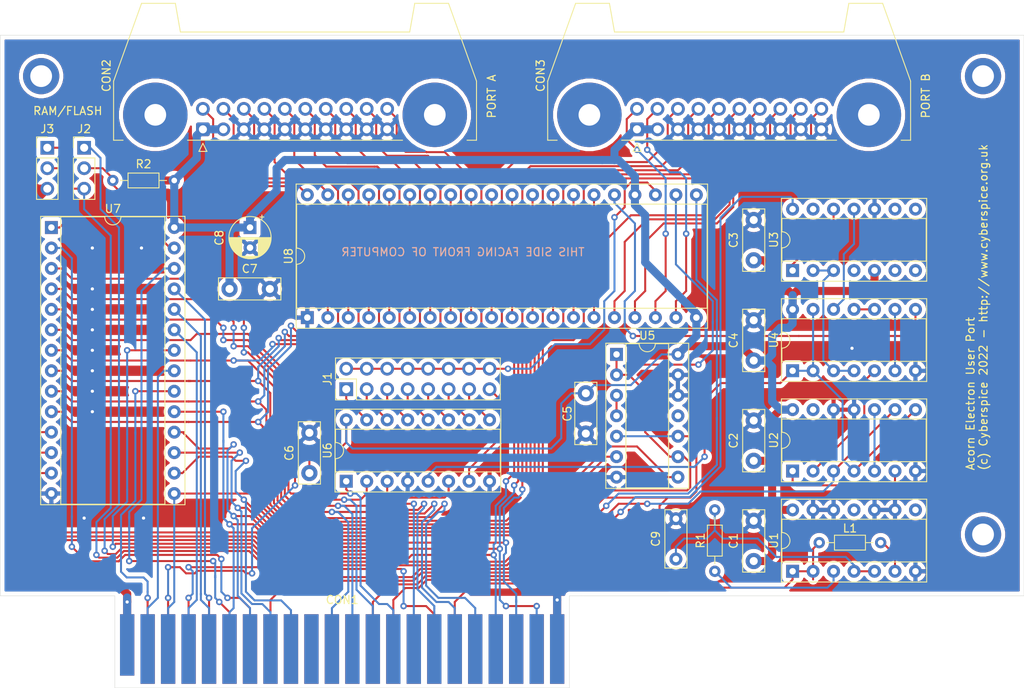
<source format=kicad_pcb>
(kicad_pcb (version 20171130) (host pcbnew "(5.1.9-0-10_14)")
  (layers (0 F.Cu signal) (31 B.Cu signal) (34 B.Paste user) (35 F.Paste user) (36 B.SilkS user) (37 F.SilkS user) (38 B.Mask user) (39 F.Mask user) (44 Edge.Cuts user))
  (net 0 "")
  (net 1 GND)
  (net 2 +5V)
  (net 3 "Net-(CON1-Pada21)")
  (net 4 "Net-(CON1-Pada20)")
  (net 5 "Net-(CON1-Pada19)")
  (net 6 "Net-(CON1-Pada18)")
  (net 7 /RAMandIO/16MHz)
  (net 8 QA)
  (net 9 "Net-(CON1-Pada15)")
  (net 10 /ClocksAndSignals/NPGFC)
  (net 11 NIRQ)
  (net 12 "Net-(CON1-Pada12)")
  (net 13 "Net-(CON1-Pada10)")
  (net 14 "Net-(CON1-Pada9)")
  (net 15 /ClocksAndSignals/PHI0)
  (net 16 /RAMandIO/A12)
  (net 17 /RAMandIO/A13)
  (net 18 /RAMandIO/A8)
  (net 19 NRST)
  (net 20 ROM)
  (net 21 /RAMandIO/D1)
  (net 22 /RAMandIO/D2)
  (net 23 /RAMandIO/D0)
  (net 24 /RAMandIO/BA0)
  (net 25 /RAMandIO/BA1)
  (net 26 /RAMandIO/BA2)
  (net 27 /RAMandIO/BA3)
  (net 28 /RAMandIO/BA4)
  (net 29 /RAMandIO/BA5)
  (net 30 /RAMandIO/BA6)
  (net 31 /RAMandIO/BA7)
  (net 32 "Net-(CON1-Padb10)")
  (net 33 /RAMandIO/D4)
  (net 34 /RAMandIO/D5)
  (net 35 /RAMandIO/D6)
  (net 36 /RAMandIO/D7)
  (net 37 /RAMandIO/A9)
  (net 38 /RAMandIO/A11)
  (net 39 /RAMandIO/D3)
  (net 40 /RAMandIO/A10)
  (net 41 "Net-(CON2-Pad20)")
  (net 42 "Net-(CON2-Pad18)")
  (net 43 "Net-(CON2-Pad16)")
  (net 44 "Net-(CON2-Pad14)")
  (net 45 "Net-(CON2-Pad12)")
  (net 46 "Net-(CON2-Pad10)")
  (net 47 "Net-(CON2-Pad8)")
  (net 48 "Net-(CON2-Pad6)")
  (net 49 "Net-(CON2-Pad4)")
  (net 50 "Net-(CON2-Pad2)")
  (net 51 "Net-(CON3-Pad20)")
  (net 52 "Net-(CON3-Pad18)")
  (net 53 "Net-(CON3-Pad16)")
  (net 54 "Net-(CON3-Pad14)")
  (net 55 "Net-(CON3-Pad12)")
  (net 56 "Net-(CON3-Pad10)")
  (net 57 "Net-(CON3-Pad8)")
  (net 58 "Net-(CON3-Pad6)")
  (net 59 "Net-(CON3-Pad4)")
  (net 60 "Net-(CON3-Pad2)")
  (net 61 /ClocksAndSignals/RW)
  (net 62 "Net-(J2-Pad2)")
  (net 63 /ClocksAndSignals/NWE)
  (net 64 "Net-(J3-Pad2)")
  (net 65 /ClocksAndSignals/PHI2)
  (net 66 "Net-(R1-Pad2)")
  (net 67 /ClocksAndSignals/NRE)
  (net 68 "Net-(U2-Pad13)")
  (net 69 "Net-(U2-Pad1)")
  (net 70 "Net-(U2-Pad10)")
  (net 71 /ClocksAndSignals/CNPGFC)
  (net 72 "Net-(U3-Pad1)")
  (net 73 "Net-(U3-Pad11)")
  (net 74 "Net-(U3-Pad2)")
  (net 75 "Net-(U3-Pad9)")
  (net 76 "Net-(U3-Pad8)")
  (net 77 "Net-(U4-Pad6)")
  (net 78 "Net-(U4-Pad10)")
  (net 79 /ClocksAndSignals/1Mhz)
  (net 80 "Net-(U5-Pad11)")
  (net 81 "Net-(C9-Pad1)")
  (net 82 "Net-(U1-Pad11)")
  (net 83 "Net-(U1-Pad8)")
  (net 84 "Net-(U5-Pad3)")
  (net 85 "Net-(CON1-Pada11)")
  (net 86 "Net-(J1-Pad10)")
  (net 87 "Net-(J1-Pad15)")
  (net 88 "Net-(J1-Pad13)")
  (net 89 "Net-(J1-Pad11)")
  (net 90 "Net-(J1-Pad9)")
  (net 91 "Net-(J1-Pad7)")
  (net 92 "Net-(J1-Pad5)")
  (net 93 "Net-(J1-Pad3)")
  (net 94 "Net-(J1-Pad1)")
  (module Connector_IDC:IDC-Header_2x10-1MP_P2.54mm_Latch_Horizontal (layer F.Cu) (at 75.946 62.484 90)
    (fp_text reference CON2 (at 6.665 -11.97 90) (layer F.SilkS))
    (fp_text value "20 way IDC")
    (pad MP thru_hole circle (at 1.8 28.765 90) (size 8 8) (drill 2.69) (layers *.Cu *.Mask))
    (pad MP thru_hole circle (at 1.8 -5.905 90) (size 8 8) (drill 2.69) (layers *.Cu *.Mask))
    (pad 20 thru_hole circle (at 2.54 22.86 90) (size 1.7 1.7) (drill 1) (layers *.Cu *.Mask) (net 41 "Net-(CON2-Pad20)"))
    (pad 18 thru_hole circle (at 2.54 20.32 90) (size 1.7 1.7) (drill 1) (layers *.Cu *.Mask) (net 42 "Net-(CON2-Pad18)"))
    (pad 16 thru_hole circle (at 2.54 17.78 90) (size 1.7 1.7) (drill 1) (layers *.Cu *.Mask) (net 43 "Net-(CON2-Pad16)"))
    (pad 14 thru_hole circle (at 2.54 15.24 90) (size 1.7 1.7) (drill 1) (layers *.Cu *.Mask) (net 44 "Net-(CON2-Pad14)"))
    (pad 12 thru_hole circle (at 2.54 12.7 90) (size 1.7 1.7) (drill 1) (layers *.Cu *.Mask) (net 45 "Net-(CON2-Pad12)"))
    (pad 10 thru_hole circle (at 2.54 10.16 90) (size 1.7 1.7) (drill 1) (layers *.Cu *.Mask) (net 46 "Net-(CON2-Pad10)"))
    (pad 8 thru_hole circle (at 2.54 7.62 90) (size 1.7 1.7) (drill 1) (layers *.Cu *.Mask) (net 47 "Net-(CON2-Pad8)"))
    (pad 6 thru_hole circle (at 2.54 5.08 90) (size 1.7 1.7) (drill 1) (layers *.Cu *.Mask) (net 48 "Net-(CON2-Pad6)"))
    (pad 4 thru_hole circle (at 2.54 2.54 90) (size 1.7 1.7) (drill 1) (layers *.Cu *.Mask) (net 49 "Net-(CON2-Pad4)"))
    (pad 2 thru_hole circle (at 2.54 0 90) (size 1.7 1.7) (drill 1) (layers *.Cu *.Mask) (net 50 "Net-(CON2-Pad2)"))
    (pad 19 thru_hole circle (at 0 22.86 90) (size 1.7 1.7) (drill 1) (layers *.Cu *.Mask) (net 1 GND))
    (pad 17 thru_hole circle (at 0 20.32 90) (size 1.7 1.7) (drill 1) (layers *.Cu *.Mask) (net 1 GND))
    (pad 15 thru_hole circle (at 0 17.78 90) (size 1.7 1.7) (drill 1) (layers *.Cu *.Mask) (net 1 GND))
    (pad 13 thru_hole circle (at 0 15.24 90) (size 1.7 1.7) (drill 1) (layers *.Cu *.Mask) (net 1 GND))
    (pad 11 thru_hole circle (at 0 12.7 90) (size 1.7 1.7) (drill 1) (layers *.Cu *.Mask) (net 1 GND))
    (pad 9 thru_hole circle (at 0 10.16 90) (size 1.7 1.7) (drill 1) (layers *.Cu *.Mask) (net 1 GND))
    (pad 7 thru_hole circle (at 0 7.62 90) (size 1.7 1.7) (drill 1) (layers *.Cu *.Mask) (net 1 GND))
    (pad 5 thru_hole circle (at 0 5.08 90) (size 1.7 1.7) (drill 1) (layers *.Cu *.Mask) (net 1 GND))
    (pad 3 thru_hole circle (at 0 2.54 90) (size 1.7 1.7) (drill 1) (layers *.Cu *.Mask) (net 2 +5V))
    (pad 1 thru_hole roundrect (at 0 0 90) (size 1.7 1.7) (drill 1) (layers *.Cu *.Mask) (roundrect_rratio 0.147059) (net 2 +5V))
  )
  (module MountingHole:MountingHole_2.7mm_M2.5_ISO7380_Pad (layer F.Cu) (at 55.88 55.88)
    (fp_text reference hole1 hide)
    (fp_text value MountingHole_2.7mm_M2.5_ISO7380_Pad)
    (pad 1 thru_hole circle (at 0 0) (size 4.5 4.5) (drill 2.7) (layers *.Cu *.Mask))
  )
  (module MountingHole:MountingHole_2.7mm_M2.5_ISO7380_Pad (layer F.Cu) (at 172.72 112.776)
    (fp_text reference hole3 hide)
    (fp_text value MountingHole_2.7mm_M2.5_ISO7380_Pad)
    (pad 1 thru_hole circle (at 0 0) (size 4.5 4.5) (drill 2.7) (layers *.Cu *.Mask))
  )
  (module MountingHole:MountingHole_2.7mm_M2.5_ISO7380_Pad (layer F.Cu) (at 172.72 55.88)
    (fp_text reference hole2 hide)
    (fp_text value MountingHole_2.7mm_M2.5_ISO7380_Pad)
    (pad 1 thru_hole circle (at 0 0) (size 4.5 4.5) (drill 2.7) (layers *.Cu *.Mask))
  )
  (module Package_DIP:DIP-14_W7.62mm_Socket (layer F.Cu) (at 149.098 117.348 90)
    (fp_text reference U1 (at 3.81 -2.33 90) (layer F.SilkS))
    (fp_text value 74LS08)
    (pad 14 thru_hole oval (at 7.62 0 90) (size 1.6 1.6) (drill 0.8) (layers *.Cu *.Mask) (net 2 +5V))
    (pad 7 thru_hole oval (at 0 15.24 90) (size 1.6 1.6) (drill 0.8) (layers *.Cu *.Mask) (net 1 GND))
    (pad 13 thru_hole oval (at 7.62 2.54 90) (size 1.6 1.6) (drill 0.8) (layers *.Cu *.Mask) (net 1 GND))
    (pad 6 thru_hole oval (at 0 12.7 90) (size 1.6 1.6) (drill 0.8) (layers *.Cu *.Mask) (net 65 /ClocksAndSignals/PHI2))
    (pad 12 thru_hole oval (at 7.62 5.08 90) (size 1.6 1.6) (drill 0.8) (layers *.Cu *.Mask) (net 1 GND))
    (pad 5 thru_hole oval (at 0 10.16 90) (size 1.6 1.6) (drill 0.8) (layers *.Cu *.Mask) (net 81 "Net-(C9-Pad1)"))
    (pad 11 thru_hole oval (at 7.62 7.62 90) (size 1.6 1.6) (drill 0.8) (layers *.Cu *.Mask) (net 82 "Net-(U1-Pad11)"))
    (pad 4 thru_hole oval (at 0 7.62 90) (size 1.6 1.6) (drill 0.8) (layers *.Cu *.Mask) (net 81 "Net-(C9-Pad1)"))
    (pad 10 thru_hole oval (at 7.62 10.16 90) (size 1.6 1.6) (drill 0.8) (layers *.Cu *.Mask) (net 1 GND))
    (pad 3 thru_hole oval (at 0 5.08 90) (size 1.6 1.6) (drill 0.8) (layers *.Cu *.Mask) (net 66 "Net-(R1-Pad2)"))
    (pad 9 thru_hole oval (at 7.62 12.7 90) (size 1.6 1.6) (drill 0.8) (layers *.Cu *.Mask) (net 1 GND))
    (pad 2 thru_hole oval (at 0 2.54 90) (size 1.6 1.6) (drill 0.8) (layers *.Cu *.Mask) (net 15 /ClocksAndSignals/PHI0))
    (pad 8 thru_hole oval (at 7.62 15.24 90) (size 1.6 1.6) (drill 0.8) (layers *.Cu *.Mask) (net 83 "Net-(U1-Pad8)"))
    (pad 1 thru_hole rect (at 0 0 90) (size 1.6 1.6) (drill 0.8) (layers *.Cu *.Mask) (net 15 /ClocksAndSignals/PHI0))
  )
  (module Capacitor_THT:C_Disc_D7.0mm_W2.5mm_P5.00mm (layer F.Cu) (at 134.62 115.824 90)
    (fp_text reference C9 (at 2.5 -2.5 90) (layer F.SilkS))
    (fp_text value 220pF)
    (pad 2 thru_hole circle (at 5 0 90) (size 1.6 1.6) (drill 0.8) (layers *.Cu *.Mask) (net 1 GND))
    (pad 1 thru_hole circle (at 0 0 90) (size 1.6 1.6) (drill 0.8) (layers *.Cu *.Mask) (net 81 "Net-(C9-Pad1)"))
  )
  (module Package_DIP:DIP-16_W7.62mm_Socket (layer F.Cu) (at 93.726 106.172 90)
    (fp_text reference U6 (at 3.81 -2.33 90) (layer F.SilkS))
    (fp_text value 74LS138)
    (pad 16 thru_hole oval (at 7.62 0 90) (size 1.6 1.6) (drill 0.8) (layers *.Cu *.Mask) (net 2 +5V))
    (pad 8 thru_hole oval (at 0 17.78 90) (size 1.6 1.6) (drill 0.8) (layers *.Cu *.Mask) (net 1 GND))
    (pad 15 thru_hole oval (at 7.62 2.54 90) (size 1.6 1.6) (drill 0.8) (layers *.Cu *.Mask) (net 94 "Net-(J1-Pad1)"))
    (pad 7 thru_hole oval (at 0 15.24 90) (size 1.6 1.6) (drill 0.8) (layers *.Cu *.Mask) (net 87 "Net-(J1-Pad15)"))
    (pad 14 thru_hole oval (at 7.62 5.08 90) (size 1.6 1.6) (drill 0.8) (layers *.Cu *.Mask) (net 93 "Net-(J1-Pad3)"))
    (pad 6 thru_hole oval (at 0 12.7 90) (size 1.6 1.6) (drill 0.8) (layers *.Cu *.Mask) (net 31 /RAMandIO/BA7))
    (pad 13 thru_hole oval (at 7.62 7.62 90) (size 1.6 1.6) (drill 0.8) (layers *.Cu *.Mask) (net 92 "Net-(J1-Pad5)"))
    (pad 5 thru_hole oval (at 0 10.16 90) (size 1.6 1.6) (drill 0.8) (layers *.Cu *.Mask) (net 71 /ClocksAndSignals/CNPGFC))
    (pad 12 thru_hole oval (at 7.62 10.16 90) (size 1.6 1.6) (drill 0.8) (layers *.Cu *.Mask) (net 91 "Net-(J1-Pad7)"))
    (pad 4 thru_hole oval (at 0 7.62 90) (size 1.6 1.6) (drill 0.8) (layers *.Cu *.Mask) (net 1 GND))
    (pad 11 thru_hole oval (at 7.62 12.7 90) (size 1.6 1.6) (drill 0.8) (layers *.Cu *.Mask) (net 90 "Net-(J1-Pad9)"))
    (pad 3 thru_hole oval (at 0 5.08 90) (size 1.6 1.6) (drill 0.8) (layers *.Cu *.Mask) (net 30 /RAMandIO/BA6))
    (pad 10 thru_hole oval (at 7.62 15.24 90) (size 1.6 1.6) (drill 0.8) (layers *.Cu *.Mask) (net 89 "Net-(J1-Pad11)"))
    (pad 2 thru_hole oval (at 0 2.54 90) (size 1.6 1.6) (drill 0.8) (layers *.Cu *.Mask) (net 29 /RAMandIO/BA5))
    (pad 9 thru_hole oval (at 7.62 17.78 90) (size 1.6 1.6) (drill 0.8) (layers *.Cu *.Mask) (net 88 "Net-(J1-Pad13)"))
    (pad 1 thru_hole rect (at 0 0 90) (size 1.6 1.6) (drill 0.8) (layers *.Cu *.Mask) (net 28 /RAMandIO/BA4))
  )
  (module Package_DIP:DIP-40_W15.24mm_Socket (layer F.Cu) (at 88.9 85.852 90)
    (fp_text reference U8 (at 7.62 -2.33 90) (layer F.SilkS))
    (fp_text value 6522)
    (pad 40 thru_hole oval (at 15.24 0 90) (size 1.6 1.6) (drill 0.8) (layers *.Cu *.Mask) (net 50 "Net-(CON2-Pad2)"))
    (pad 20 thru_hole oval (at 0 48.26 90) (size 1.6 1.6) (drill 0.8) (layers *.Cu *.Mask) (net 2 +5V))
    (pad 39 thru_hole oval (at 15.24 2.54 90) (size 1.6 1.6) (drill 0.8) (layers *.Cu *.Mask) (net 49 "Net-(CON2-Pad4)"))
    (pad 19 thru_hole oval (at 0 45.72 90) (size 1.6 1.6) (drill 0.8) (layers *.Cu *.Mask) (net 59 "Net-(CON3-Pad4)"))
    (pad 38 thru_hole oval (at 15.24 5.08 90) (size 1.6 1.6) (drill 0.8) (layers *.Cu *.Mask) (net 24 /RAMandIO/BA0))
    (pad 18 thru_hole oval (at 0 43.18 90) (size 1.6 1.6) (drill 0.8) (layers *.Cu *.Mask) (net 60 "Net-(CON3-Pad2)"))
    (pad 37 thru_hole oval (at 15.24 7.62 90) (size 1.6 1.6) (drill 0.8) (layers *.Cu *.Mask) (net 25 /RAMandIO/BA1))
    (pad 17 thru_hole oval (at 0 40.64 90) (size 1.6 1.6) (drill 0.8) (layers *.Cu *.Mask) (net 51 "Net-(CON3-Pad20)"))
    (pad 36 thru_hole oval (at 15.24 10.16 90) (size 1.6 1.6) (drill 0.8) (layers *.Cu *.Mask) (net 26 /RAMandIO/BA2))
    (pad 16 thru_hole oval (at 0 38.1 90) (size 1.6 1.6) (drill 0.8) (layers *.Cu *.Mask) (net 52 "Net-(CON3-Pad18)"))
    (pad 35 thru_hole oval (at 15.24 12.7 90) (size 1.6 1.6) (drill 0.8) (layers *.Cu *.Mask) (net 27 /RAMandIO/BA3))
    (pad 15 thru_hole oval (at 0 35.56 90) (size 1.6 1.6) (drill 0.8) (layers *.Cu *.Mask) (net 53 "Net-(CON3-Pad16)"))
    (pad 34 thru_hole oval (at 15.24 15.24 90) (size 1.6 1.6) (drill 0.8) (layers *.Cu *.Mask) (net 19 NRST))
    (pad 14 thru_hole oval (at 0 33.02 90) (size 1.6 1.6) (drill 0.8) (layers *.Cu *.Mask) (net 54 "Net-(CON3-Pad14)"))
    (pad 33 thru_hole oval (at 15.24 17.78 90) (size 1.6 1.6) (drill 0.8) (layers *.Cu *.Mask) (net 23 /RAMandIO/D0))
    (pad 13 thru_hole oval (at 0 30.48 90) (size 1.6 1.6) (drill 0.8) (layers *.Cu *.Mask) (net 55 "Net-(CON3-Pad12)"))
    (pad 32 thru_hole oval (at 15.24 20.32 90) (size 1.6 1.6) (drill 0.8) (layers *.Cu *.Mask) (net 21 /RAMandIO/D1))
    (pad 12 thru_hole oval (at 0 27.94 90) (size 1.6 1.6) (drill 0.8) (layers *.Cu *.Mask) (net 56 "Net-(CON3-Pad10)"))
    (pad 31 thru_hole oval (at 15.24 22.86 90) (size 1.6 1.6) (drill 0.8) (layers *.Cu *.Mask) (net 22 /RAMandIO/D2))
    (pad 11 thru_hole oval (at 0 25.4 90) (size 1.6 1.6) (drill 0.8) (layers *.Cu *.Mask) (net 57 "Net-(CON3-Pad8)"))
    (pad 30 thru_hole oval (at 15.24 25.4 90) (size 1.6 1.6) (drill 0.8) (layers *.Cu *.Mask) (net 39 /RAMandIO/D3))
    (pad 10 thru_hole oval (at 0 22.86 90) (size 1.6 1.6) (drill 0.8) (layers *.Cu *.Mask) (net 58 "Net-(CON3-Pad6)"))
    (pad 29 thru_hole oval (at 15.24 27.94 90) (size 1.6 1.6) (drill 0.8) (layers *.Cu *.Mask) (net 33 /RAMandIO/D4))
    (pad 9 thru_hole oval (at 0 20.32 90) (size 1.6 1.6) (drill 0.8) (layers *.Cu *.Mask) (net 41 "Net-(CON2-Pad20)"))
    (pad 28 thru_hole oval (at 15.24 30.48 90) (size 1.6 1.6) (drill 0.8) (layers *.Cu *.Mask) (net 34 /RAMandIO/D5))
    (pad 8 thru_hole oval (at 0 17.78 90) (size 1.6 1.6) (drill 0.8) (layers *.Cu *.Mask) (net 42 "Net-(CON2-Pad18)"))
    (pad 27 thru_hole oval (at 15.24 33.02 90) (size 1.6 1.6) (drill 0.8) (layers *.Cu *.Mask) (net 35 /RAMandIO/D6))
    (pad 7 thru_hole oval (at 0 15.24 90) (size 1.6 1.6) (drill 0.8) (layers *.Cu *.Mask) (net 43 "Net-(CON2-Pad16)"))
    (pad 26 thru_hole oval (at 15.24 35.56 90) (size 1.6 1.6) (drill 0.8) (layers *.Cu *.Mask) (net 36 /RAMandIO/D7))
    (pad 6 thru_hole oval (at 0 12.7 90) (size 1.6 1.6) (drill 0.8) (layers *.Cu *.Mask) (net 44 "Net-(CON2-Pad14)"))
    (pad 25 thru_hole oval (at 15.24 38.1 90) (size 1.6 1.6) (drill 0.8) (layers *.Cu *.Mask) (net 79 /ClocksAndSignals/1Mhz))
    (pad 5 thru_hole oval (at 0 10.16 90) (size 1.6 1.6) (drill 0.8) (layers *.Cu *.Mask) (net 45 "Net-(CON2-Pad12)"))
    (pad 24 thru_hole oval (at 15.24 40.64 90) (size 1.6 1.6) (drill 0.8) (layers *.Cu *.Mask) (net 2 +5V))
    (pad 4 thru_hole oval (at 0 7.62 90) (size 1.6 1.6) (drill 0.8) (layers *.Cu *.Mask) (net 46 "Net-(CON2-Pad10)"))
    (pad 23 thru_hole oval (at 15.24 43.18 90) (size 1.6 1.6) (drill 0.8) (layers *.Cu *.Mask) (net 86 "Net-(J1-Pad10)"))
    (pad 3 thru_hole oval (at 0 5.08 90) (size 1.6 1.6) (drill 0.8) (layers *.Cu *.Mask) (net 47 "Net-(CON2-Pad8)"))
    (pad 22 thru_hole oval (at 15.24 45.72 90) (size 1.6 1.6) (drill 0.8) (layers *.Cu *.Mask) (net 61 /ClocksAndSignals/RW))
    (pad 2 thru_hole oval (at 0 2.54 90) (size 1.6 1.6) (drill 0.8) (layers *.Cu *.Mask) (net 48 "Net-(CON2-Pad6)"))
    (pad 21 thru_hole oval (at 15.24 48.26 90) (size 1.6 1.6) (drill 0.8) (layers *.Cu *.Mask) (net 11 NIRQ))
    (pad 1 thru_hole rect (at 0 0 90) (size 1.6 1.6) (drill 0.8) (layers *.Cu *.Mask) (net 1 GND))
  )
  (module Resistor_THT:R_Axial_DIN0204_L3.6mm_D1.6mm_P7.62mm_Horizontal (layer F.Cu) (at 160.02 113.792 180)
    (fp_text reference L1 (at 3.81 1.778) (layer F.SilkS))
    (fp_text value 0R)
    (pad 2 thru_hole oval (at 7.62 0 180) (size 1.4 1.4) (drill 0.7) (layers *.Cu *.Mask) (net 15 /ClocksAndSignals/PHI0))
    (pad 1 thru_hole circle (at 0 0 180) (size 1.4 1.4) (drill 0.7) (layers *.Cu *.Mask) (net 65 /ClocksAndSignals/PHI2))
  )
  (module Package_DIP:DIP-28_W15.24mm_Socket (layer F.Cu) (at 57.15 74.676)
    (fp_text reference U7 (at 7.62 -2.33) (layer F.SilkS))
    (fp_text value 27C256)
    (pad 28 thru_hole oval (at 15.24 0) (size 1.6 1.6) (drill 0.8) (layers *.Cu *.Mask) (net 2 +5V))
    (pad 14 thru_hole oval (at 0 33.02) (size 1.6 1.6) (drill 0.8) (layers *.Cu *.Mask) (net 1 GND))
    (pad 27 thru_hole oval (at 15.24 2.54) (size 1.6 1.6) (drill 0.8) (layers *.Cu *.Mask) (net 62 "Net-(J2-Pad2)"))
    (pad 13 thru_hole oval (at 0 30.48) (size 1.6 1.6) (drill 0.8) (layers *.Cu *.Mask) (net 22 /RAMandIO/D2))
    (pad 26 thru_hole oval (at 15.24 5.08) (size 1.6 1.6) (drill 0.8) (layers *.Cu *.Mask) (net 17 /RAMandIO/A13))
    (pad 12 thru_hole oval (at 0 27.94) (size 1.6 1.6) (drill 0.8) (layers *.Cu *.Mask) (net 21 /RAMandIO/D1))
    (pad 25 thru_hole oval (at 15.24 7.62) (size 1.6 1.6) (drill 0.8) (layers *.Cu *.Mask) (net 18 /RAMandIO/A8))
    (pad 11 thru_hole oval (at 0 25.4) (size 1.6 1.6) (drill 0.8) (layers *.Cu *.Mask) (net 23 /RAMandIO/D0))
    (pad 24 thru_hole oval (at 15.24 10.16) (size 1.6 1.6) (drill 0.8) (layers *.Cu *.Mask) (net 37 /RAMandIO/A9))
    (pad 10 thru_hole oval (at 0 22.86) (size 1.6 1.6) (drill 0.8) (layers *.Cu *.Mask) (net 24 /RAMandIO/BA0))
    (pad 23 thru_hole oval (at 15.24 12.7) (size 1.6 1.6) (drill 0.8) (layers *.Cu *.Mask) (net 38 /RAMandIO/A11))
    (pad 9 thru_hole oval (at 0 20.32) (size 1.6 1.6) (drill 0.8) (layers *.Cu *.Mask) (net 25 /RAMandIO/BA1))
    (pad 22 thru_hole oval (at 15.24 15.24) (size 1.6 1.6) (drill 0.8) (layers *.Cu *.Mask) (net 67 /ClocksAndSignals/NRE))
    (pad 8 thru_hole oval (at 0 17.78) (size 1.6 1.6) (drill 0.8) (layers *.Cu *.Mask) (net 26 /RAMandIO/BA2))
    (pad 21 thru_hole oval (at 15.24 17.78) (size 1.6 1.6) (drill 0.8) (layers *.Cu *.Mask) (net 40 /RAMandIO/A10))
    (pad 7 thru_hole oval (at 0 15.24) (size 1.6 1.6) (drill 0.8) (layers *.Cu *.Mask) (net 27 /RAMandIO/BA3))
    (pad 20 thru_hole oval (at 15.24 20.32) (size 1.6 1.6) (drill 0.8) (layers *.Cu *.Mask) (net 20 ROM))
    (pad 6 thru_hole oval (at 0 12.7) (size 1.6 1.6) (drill 0.8) (layers *.Cu *.Mask) (net 28 /RAMandIO/BA4))
    (pad 19 thru_hole oval (at 15.24 22.86) (size 1.6 1.6) (drill 0.8) (layers *.Cu *.Mask) (net 36 /RAMandIO/D7))
    (pad 5 thru_hole oval (at 0 10.16) (size 1.6 1.6) (drill 0.8) (layers *.Cu *.Mask) (net 29 /RAMandIO/BA5))
    (pad 18 thru_hole oval (at 15.24 25.4) (size 1.6 1.6) (drill 0.8) (layers *.Cu *.Mask) (net 35 /RAMandIO/D6))
    (pad 4 thru_hole oval (at 0 7.62) (size 1.6 1.6) (drill 0.8) (layers *.Cu *.Mask) (net 30 /RAMandIO/BA6))
    (pad 17 thru_hole oval (at 15.24 27.94) (size 1.6 1.6) (drill 0.8) (layers *.Cu *.Mask) (net 34 /RAMandIO/D5))
    (pad 3 thru_hole oval (at 0 5.08) (size 1.6 1.6) (drill 0.8) (layers *.Cu *.Mask) (net 31 /RAMandIO/BA7))
    (pad 16 thru_hole oval (at 15.24 30.48) (size 1.6 1.6) (drill 0.8) (layers *.Cu *.Mask) (net 33 /RAMandIO/D4))
    (pad 2 thru_hole oval (at 0 2.54) (size 1.6 1.6) (drill 0.8) (layers *.Cu *.Mask) (net 16 /RAMandIO/A12))
    (pad 15 thru_hole oval (at 15.24 33.02) (size 1.6 1.6) (drill 0.8) (layers *.Cu *.Mask) (net 39 /RAMandIO/D3))
    (pad 1 thru_hole rect (at 0 0) (size 1.6 1.6) (drill 0.8) (layers *.Cu *.Mask) (net 64 "Net-(J3-Pad2)"))
  )
  (module Cyberspice:ElectronCartridgeEdge (layer F.Cu) (at 93.218 120.396)
    (fp_text reference CON1 (at 0 0.5) (layer F.SilkS))
    (fp_text value Cartridge)
    (pad a22 connect rect (at 26.67 6.604) (size 1.778 8.636) (layers F.Cu F.Mask) (net 1 GND))
    (pad a21 connect rect (at 24.13 6.604) (size 1.778 8.636) (layers F.Cu F.Mask) (net 3 "Net-(CON1-Pada21)"))
    (pad a20 connect rect (at 21.59 6.604) (size 1.778 8.636) (layers F.Cu F.Mask) (net 4 "Net-(CON1-Pada20)"))
    (pad a19 connect rect (at 19.05 6.604) (size 1.778 8.636) (layers F.Cu F.Mask) (net 5 "Net-(CON1-Pada19)"))
    (pad a18 connect rect (at 16.51 6.604) (size 1.778 8.636) (layers F.Cu F.Mask) (net 6 "Net-(CON1-Pada18)"))
    (pad a17 connect rect (at 13.97 6.604) (size 1.778 8.636) (layers F.Cu F.Mask) (net 7 /RAMandIO/16MHz))
    (pad a16 connect rect (at 11.43 6.604) (size 1.778 8.636) (layers F.Cu F.Mask) (net 8 QA))
    (pad a15 connect rect (at 8.89 6.604) (size 1.778 8.636) (layers F.Cu F.Mask) (net 9 "Net-(CON1-Pada15)"))
    (pad a14 connect rect (at 6.35 6.604) (size 1.778 8.636) (layers F.Cu F.Mask) (net 10 /ClocksAndSignals/NPGFC))
    (pad a13 connect rect (at 3.81 6.604) (size 1.778 8.636) (layers F.Cu F.Mask) (net 11 NIRQ))
    (pad a12 connect rect (at 1.27 6.604) (size 1.778 8.636) (layers F.Cu F.Mask) (net 12 "Net-(CON1-Pada12)"))
    (pad a11 connect rect (at -1.27 6.604) (size 1.778 8.636) (layers F.Cu F.Mask) (net 85 "Net-(CON1-Pada11)"))
    (pad a10 connect rect (at -3.81 6.604) (size 1.778 8.636) (layers F.Cu F.Mask) (net 13 "Net-(CON1-Pada10)"))
    (pad a9 connect rect (at -6.35 6.604) (size 1.778 8.636) (layers F.Cu F.Mask) (net 14 "Net-(CON1-Pada9)"))
    (pad a8 connect rect (at -8.89 6.604) (size 1.778 8.636) (layers F.Cu F.Mask) (net 15 /ClocksAndSignals/PHI0))
    (pad a7 connect rect (at -11.43 6.604) (size 1.778 8.636) (layers F.Cu F.Mask) (net 16 /RAMandIO/A12))
    (pad a6 connect rect (at -13.97 6.604) (size 1.778 8.636) (layers F.Cu F.Mask) (net 17 /RAMandIO/A13))
    (pad a5 connect rect (at -16.51 6.604) (size 1.778 8.636) (layers F.Cu F.Mask) (net 18 /RAMandIO/A8))
    (pad a4 connect rect (at -19.05 6.604) (size 1.778 8.636) (layers F.Cu F.Mask) (net 61 /ClocksAndSignals/RW))
    (pad a3 connect rect (at -21.59 6.604) (size 1.778 8.636) (layers F.Cu F.Mask) (net 19 NRST))
    (pad a2 connect rect (at -24.13 6.604) (size 1.778 8.636) (layers F.Cu F.Mask) (net 20 ROM))
    (pad b22 connect rect (at 26.67 6.604) (size 1.778 8.636) (layers B.Cu B.Mask) (net 1 GND))
    (pad b21 connect rect (at 24.13 6.604) (size 1.778 8.636) (layers B.Cu B.Mask) (net 21 /RAMandIO/D1))
    (pad b20 connect rect (at 21.59 6.604) (size 1.778 8.636) (layers B.Cu B.Mask) (net 22 /RAMandIO/D2))
    (pad b19 connect rect (at 19.05 6.604) (size 1.778 8.636) (layers B.Cu B.Mask) (net 23 /RAMandIO/D0))
    (pad b18 connect rect (at 16.51 6.604) (size 1.778 8.636) (layers B.Cu B.Mask) (net 24 /RAMandIO/BA0))
    (pad b17 connect rect (at 13.97 6.604) (size 1.778 8.636) (layers B.Cu B.Mask) (net 25 /RAMandIO/BA1))
    (pad b16 connect rect (at 11.43 6.604) (size 1.778 8.636) (layers B.Cu B.Mask) (net 26 /RAMandIO/BA2))
    (pad b15 connect rect (at 8.89 6.604) (size 1.778 8.636) (layers B.Cu B.Mask) (net 27 /RAMandIO/BA3))
    (pad b14 connect rect (at 6.35 6.604) (size 1.778 8.636) (layers B.Cu B.Mask) (net 28 /RAMandIO/BA4))
    (pad b13 connect rect (at 3.81 6.604) (size 1.778 8.636) (layers B.Cu B.Mask) (net 29 /RAMandIO/BA5))
    (pad b12 connect rect (at 1.27 6.604) (size 1.778 8.636) (layers B.Cu B.Mask) (net 30 /RAMandIO/BA6))
    (pad b11 connect rect (at -1.27 6.604) (size 1.778 8.636) (layers B.Cu B.Mask) (net 31 /RAMandIO/BA7))
    (pad b10 connect rect (at -3.81 6.604) (size 1.778 8.636) (layers B.Cu B.Mask) (net 32 "Net-(CON1-Padb10)"))
    (pad b9 connect rect (at -6.35 6.604) (size 1.778 8.636) (layers B.Cu B.Mask) (net 33 /RAMandIO/D4))
    (pad b8 connect rect (at -8.89 6.604) (size 1.778 8.636) (layers B.Cu B.Mask) (net 34 /RAMandIO/D5))
    (pad b7 connect rect (at -11.43 6.604) (size 1.778 8.636) (layers B.Cu B.Mask) (net 35 /RAMandIO/D6))
    (pad b6 connect rect (at -13.97 6.604) (size 1.778 8.636) (layers B.Cu B.Mask) (net 36 /RAMandIO/D7))
    (pad b5 connect rect (at -16.51 6.604) (size 1.778 8.636) (layers B.Cu B.Mask) (net 37 /RAMandIO/A9))
    (pad b4 connect rect (at -19.05 6.604) (size 1.778 8.636) (layers B.Cu B.Mask) (net 38 /RAMandIO/A11))
    (pad b3 connect rect (at -21.59 6.604) (size 1.778 8.636) (layers B.Cu B.Mask) (net 39 /RAMandIO/D3))
    (pad b2 connect rect (at -24.13 6.604) (size 1.778 8.636) (layers B.Cu B.Mask) (net 40 /RAMandIO/A10))
    (pad b1 connect rect (at -26.67 6.096) (size 1.778 7.62) (layers B.Cu B.Mask) (net 2 +5V))
    (pad a1 connect rect (at -26.67 6.096) (size 1.778 7.62) (layers F.Cu F.Mask) (net 2 +5V))
  )
  (module Connector_PinHeader_2.54mm:PinHeader_2x08_P2.54mm_Vertical (layer F.Cu) (at 93.726 94.742 90)
    (fp_text reference J1 (at 1.27 -2.33 90) (layer F.SilkS))
    (fp_text value Links)
    (pad 16 thru_hole oval (at 2.54 17.78 90) (size 1.7 1.7) (drill 1) (layers *.Cu *.Mask) (net 86 "Net-(J1-Pad10)"))
    (pad 15 thru_hole oval (at 0 17.78 90) (size 1.7 1.7) (drill 1) (layers *.Cu *.Mask) (net 87 "Net-(J1-Pad15)"))
    (pad 14 thru_hole oval (at 2.54 15.24 90) (size 1.7 1.7) (drill 1) (layers *.Cu *.Mask) (net 86 "Net-(J1-Pad10)"))
    (pad 13 thru_hole oval (at 0 15.24 90) (size 1.7 1.7) (drill 1) (layers *.Cu *.Mask) (net 88 "Net-(J1-Pad13)"))
    (pad 12 thru_hole oval (at 2.54 12.7 90) (size 1.7 1.7) (drill 1) (layers *.Cu *.Mask) (net 86 "Net-(J1-Pad10)"))
    (pad 11 thru_hole oval (at 0 12.7 90) (size 1.7 1.7) (drill 1) (layers *.Cu *.Mask) (net 89 "Net-(J1-Pad11)"))
    (pad 10 thru_hole oval (at 2.54 10.16 90) (size 1.7 1.7) (drill 1) (layers *.Cu *.Mask) (net 86 "Net-(J1-Pad10)"))
    (pad 9 thru_hole oval (at 0 10.16 90) (size 1.7 1.7) (drill 1) (layers *.Cu *.Mask) (net 90 "Net-(J1-Pad9)"))
    (pad 8 thru_hole oval (at 2.54 7.62 90) (size 1.7 1.7) (drill 1) (layers *.Cu *.Mask) (net 86 "Net-(J1-Pad10)"))
    (pad 7 thru_hole oval (at 0 7.62 90) (size 1.7 1.7) (drill 1) (layers *.Cu *.Mask) (net 91 "Net-(J1-Pad7)"))
    (pad 6 thru_hole oval (at 2.54 5.08 90) (size 1.7 1.7) (drill 1) (layers *.Cu *.Mask) (net 86 "Net-(J1-Pad10)"))
    (pad 5 thru_hole oval (at 0 5.08 90) (size 1.7 1.7) (drill 1) (layers *.Cu *.Mask) (net 92 "Net-(J1-Pad5)"))
    (pad 4 thru_hole oval (at 2.54 2.54 90) (size 1.7 1.7) (drill 1) (layers *.Cu *.Mask) (net 86 "Net-(J1-Pad10)"))
    (pad 3 thru_hole oval (at 0 2.54 90) (size 1.7 1.7) (drill 1) (layers *.Cu *.Mask) (net 93 "Net-(J1-Pad3)"))
    (pad 2 thru_hole oval (at 2.54 0 90) (size 1.7 1.7) (drill 1) (layers *.Cu *.Mask) (net 86 "Net-(J1-Pad10)"))
    (pad 1 thru_hole rect (at 0 0 90) (size 1.7 1.7) (drill 1) (layers *.Cu *.Mask) (net 94 "Net-(J1-Pad1)"))
  )
  (module Capacitor_THT:CP_Radial_D5.0mm_P2.50mm (layer F.Cu) (at 81.788 74.676 270)
    (fp_text reference C8 (at 1.27 3.81 90) (layer F.SilkS))
    (fp_text value 10uF)
    (pad 2 thru_hole circle (at 2.5 0 270) (size 1.6 1.6) (drill 0.8) (layers *.Cu *.Mask) (net 1 GND))
    (pad 1 thru_hole rect (at 0 0 270) (size 1.6 1.6) (drill 0.8) (layers *.Cu *.Mask) (net 2 +5V))
  )
  (module Capacitor_THT:C_Disc_D7.5mm_W2.5mm_P5.00mm (layer F.Cu) (at 79.248 82.296)
    (fp_text reference C7 (at 2.5 -2.5) (layer F.SilkS))
    (fp_text value 100nF)
    (pad 2 thru_hole circle (at 5 0) (size 2 2) (drill 1) (layers *.Cu *.Mask) (net 1 GND))
    (pad 1 thru_hole circle (at 0 0) (size 2 2) (drill 1) (layers *.Cu *.Mask) (net 2 +5V))
  )
  (module Capacitor_THT:C_Disc_D7.5mm_W2.5mm_P5.00mm (layer F.Cu) (at 89.154 105.156 90)
    (fp_text reference C6 (at 2.5 -2.5 90) (layer F.SilkS))
    (fp_text value 100nF)
    (pad 2 thru_hole circle (at 5 0 90) (size 2 2) (drill 1) (layers *.Cu *.Mask) (net 1 GND))
    (pad 1 thru_hole circle (at 0 0 90) (size 2 2) (drill 1) (layers *.Cu *.Mask) (net 2 +5V))
  )
  (module Capacitor_THT:C_Disc_D7.5mm_W2.5mm_P5.00mm (layer F.Cu) (at 123.444 95.25 270)
    (fp_text reference C5 (at 2.54 2.286 90) (layer F.SilkS))
    (fp_text value 100nF)
    (pad 2 thru_hole circle (at 5 0 270) (size 2 2) (drill 1) (layers *.Cu *.Mask) (net 1 GND))
    (pad 1 thru_hole circle (at 0 0 270) (size 2 2) (drill 1) (layers *.Cu *.Mask) (net 2 +5V))
  )
  (module Connector_IDC:IDC-Header_2x10-1MP_P2.54mm_Latch_Horizontal (layer F.Cu) (at 129.794 62.484 90)
    (fp_text reference CON3 (at 6.665 -11.97 90) (layer F.SilkS))
    (fp_text value "20 way IDC")
    (pad MP thru_hole circle (at 1.8 28.765 90) (size 8 8) (drill 2.69) (layers *.Cu *.Mask))
    (pad MP thru_hole circle (at 1.8 -5.905 90) (size 8 8) (drill 2.69) (layers *.Cu *.Mask))
    (pad 20 thru_hole circle (at 2.54 22.86 90) (size 1.7 1.7) (drill 1) (layers *.Cu *.Mask) (net 51 "Net-(CON3-Pad20)"))
    (pad 18 thru_hole circle (at 2.54 20.32 90) (size 1.7 1.7) (drill 1) (layers *.Cu *.Mask) (net 52 "Net-(CON3-Pad18)"))
    (pad 16 thru_hole circle (at 2.54 17.78 90) (size 1.7 1.7) (drill 1) (layers *.Cu *.Mask) (net 53 "Net-(CON3-Pad16)"))
    (pad 14 thru_hole circle (at 2.54 15.24 90) (size 1.7 1.7) (drill 1) (layers *.Cu *.Mask) (net 54 "Net-(CON3-Pad14)"))
    (pad 12 thru_hole circle (at 2.54 12.7 90) (size 1.7 1.7) (drill 1) (layers *.Cu *.Mask) (net 55 "Net-(CON3-Pad12)"))
    (pad 10 thru_hole circle (at 2.54 10.16 90) (size 1.7 1.7) (drill 1) (layers *.Cu *.Mask) (net 56 "Net-(CON3-Pad10)"))
    (pad 8 thru_hole circle (at 2.54 7.62 90) (size 1.7 1.7) (drill 1) (layers *.Cu *.Mask) (net 57 "Net-(CON3-Pad8)"))
    (pad 6 thru_hole circle (at 2.54 5.08 90) (size 1.7 1.7) (drill 1) (layers *.Cu *.Mask) (net 58 "Net-(CON3-Pad6)"))
    (pad 4 thru_hole circle (at 2.54 2.54 90) (size 1.7 1.7) (drill 1) (layers *.Cu *.Mask) (net 59 "Net-(CON3-Pad4)"))
    (pad 2 thru_hole circle (at 2.54 0 90) (size 1.7 1.7) (drill 1) (layers *.Cu *.Mask) (net 60 "Net-(CON3-Pad2)"))
    (pad 19 thru_hole circle (at 0 22.86 90) (size 1.7 1.7) (drill 1) (layers *.Cu *.Mask) (net 1 GND))
    (pad 17 thru_hole circle (at 0 20.32 90) (size 1.7 1.7) (drill 1) (layers *.Cu *.Mask) (net 1 GND))
    (pad 15 thru_hole circle (at 0 17.78 90) (size 1.7 1.7) (drill 1) (layers *.Cu *.Mask) (net 1 GND))
    (pad 13 thru_hole circle (at 0 15.24 90) (size 1.7 1.7) (drill 1) (layers *.Cu *.Mask) (net 1 GND))
    (pad 11 thru_hole circle (at 0 12.7 90) (size 1.7 1.7) (drill 1) (layers *.Cu *.Mask) (net 1 GND))
    (pad 9 thru_hole circle (at 0 10.16 90) (size 1.7 1.7) (drill 1) (layers *.Cu *.Mask) (net 1 GND))
    (pad 7 thru_hole circle (at 0 7.62 90) (size 1.7 1.7) (drill 1) (layers *.Cu *.Mask) (net 1 GND))
    (pad 5 thru_hole circle (at 0 5.08 90) (size 1.7 1.7) (drill 1) (layers *.Cu *.Mask) (net 1 GND))
    (pad 3 thru_hole circle (at 0 2.54 90) (size 1.7 1.7) (drill 1) (layers *.Cu *.Mask) (net 2 +5V))
    (pad 1 thru_hole roundrect (at 0 0 90) (size 1.7 1.7) (drill 1) (layers *.Cu *.Mask) (roundrect_rratio 0.147059) (net 2 +5V))
  )
  (module Package_DIP:DIP-14_W7.62mm_Socket (layer F.Cu) (at 149.098 92.456 90)
    (fp_text reference U4 (at 3.81 -2.33 90) (layer F.SilkS))
    (fp_text value 74HCT00)
    (pad 14 thru_hole oval (at 7.62 0 90) (size 1.6 1.6) (drill 0.8) (layers *.Cu *.Mask) (net 2 +5V))
    (pad 7 thru_hole oval (at 0 15.24 90) (size 1.6 1.6) (drill 0.8) (layers *.Cu *.Mask) (net 1 GND))
    (pad 13 thru_hole oval (at 7.62 2.54 90) (size 1.6 1.6) (drill 0.8) (layers *.Cu *.Mask) (net 71 /ClocksAndSignals/CNPGFC))
    (pad 6 thru_hole oval (at 0 12.7 90) (size 1.6 1.6) (drill 0.8) (layers *.Cu *.Mask) (net 77 "Net-(U4-Pad6)"))
    (pad 12 thru_hole oval (at 7.62 5.08 90) (size 1.6 1.6) (drill 0.8) (layers *.Cu *.Mask) (net 73 "Net-(U3-Pad11)"))
    (pad 5 thru_hole oval (at 0 10.16 90) (size 1.6 1.6) (drill 0.8) (layers *.Cu *.Mask) (net 65 /ClocksAndSignals/PHI2))
    (pad 11 thru_hole oval (at 7.62 7.62 90) (size 1.6 1.6) (drill 0.8) (layers *.Cu *.Mask) (net 78 "Net-(U4-Pad10)"))
    (pad 4 thru_hole oval (at 0 7.62 90) (size 1.6 1.6) (drill 0.8) (layers *.Cu *.Mask) (net 74 "Net-(U3-Pad2)"))
    (pad 10 thru_hole oval (at 7.62 10.16 90) (size 1.6 1.6) (drill 0.8) (layers *.Cu *.Mask) (net 78 "Net-(U4-Pad10)"))
    (pad 3 thru_hole oval (at 0 5.08 90) (size 1.6 1.6) (drill 0.8) (layers *.Cu *.Mask) (net 74 "Net-(U3-Pad2)"))
    (pad 9 thru_hole oval (at 7.62 12.7 90) (size 1.6 1.6) (drill 0.8) (layers *.Cu *.Mask) (net 77 "Net-(U4-Pad6)"))
    (pad 2 thru_hole oval (at 0 2.54 90) (size 1.6 1.6) (drill 0.8) (layers *.Cu *.Mask) (net 71 /ClocksAndSignals/CNPGFC))
    (pad 8 thru_hole oval (at 7.62 15.24 90) (size 1.6 1.6) (drill 0.8) (layers *.Cu *.Mask) (net 79 /ClocksAndSignals/1Mhz))
    (pad 1 thru_hole rect (at 0 0 90) (size 1.6 1.6) (drill 0.8) (layers *.Cu *.Mask) (net 71 /ClocksAndSignals/CNPGFC))
  )
  (module Package_DIP:DIP-14_W7.62mm_Socket (layer F.Cu) (at 149.098 80.01 90)
    (fp_text reference U3 (at 3.81 -2.33 90) (layer F.SilkS))
    (fp_text value 74HCT93)
    (pad 14 thru_hole oval (at 7.62 0 90) (size 1.6 1.6) (drill 0.8) (layers *.Cu *.Mask) (net 7 /RAMandIO/16MHz))
    (pad 7 thru_hole oval (at 0 15.24 90) (size 1.6 1.6) (drill 0.8) (layers *.Cu *.Mask))
    (pad 13 thru_hole oval (at 7.62 2.54 90) (size 1.6 1.6) (drill 0.8) (layers *.Cu *.Mask))
    (pad 6 thru_hole oval (at 0 12.7 90) (size 1.6 1.6) (drill 0.8) (layers *.Cu *.Mask))
    (pad 12 thru_hole oval (at 7.62 5.08 90) (size 1.6 1.6) (drill 0.8) (layers *.Cu *.Mask) (net 72 "Net-(U3-Pad1)"))
    (pad 5 thru_hole oval (at 0 10.16 90) (size 1.6 1.6) (drill 0.8) (layers *.Cu *.Mask) (net 2 +5V))
    (pad 11 thru_hole oval (at 7.62 7.62 90) (size 1.6 1.6) (drill 0.8) (layers *.Cu *.Mask) (net 73 "Net-(U3-Pad11)"))
    (pad 4 thru_hole oval (at 0 7.62 90) (size 1.6 1.6) (drill 0.8) (layers *.Cu *.Mask))
    (pad 10 thru_hole oval (at 7.62 10.16 90) (size 1.6 1.6) (drill 0.8) (layers *.Cu *.Mask) (net 1 GND))
    (pad 3 thru_hole oval (at 0 5.08 90) (size 1.6 1.6) (drill 0.8) (layers *.Cu *.Mask) (net 74 "Net-(U3-Pad2)"))
    (pad 9 thru_hole oval (at 7.62 12.7 90) (size 1.6 1.6) (drill 0.8) (layers *.Cu *.Mask) (net 75 "Net-(U3-Pad9)"))
    (pad 2 thru_hole oval (at 0 2.54 90) (size 1.6 1.6) (drill 0.8) (layers *.Cu *.Mask) (net 74 "Net-(U3-Pad2)"))
    (pad 8 thru_hole oval (at 7.62 15.24 90) (size 1.6 1.6) (drill 0.8) (layers *.Cu *.Mask) (net 76 "Net-(U3-Pad8)"))
    (pad 1 thru_hole rect (at 0 0 90) (size 1.6 1.6) (drill 0.8) (layers *.Cu *.Mask) (net 72 "Net-(U3-Pad1)"))
  )
  (module Package_DIP:DIP-14_W7.62mm_Socket (layer F.Cu) (at 149.098 104.902 90)
    (fp_text reference U2 (at 3.81 -2.33 90) (layer F.SilkS))
    (fp_text value 74HCT02)
    (pad 14 thru_hole oval (at 7.62 0 90) (size 1.6 1.6) (drill 0.8) (layers *.Cu *.Mask) (net 2 +5V))
    (pad 7 thru_hole oval (at 0 15.24 90) (size 1.6 1.6) (drill 0.8) (layers *.Cu *.Mask) (net 1 GND))
    (pad 13 thru_hole oval (at 7.62 2.54 90) (size 1.6 1.6) (drill 0.8) (layers *.Cu *.Mask) (net 68 "Net-(U2-Pad13)"))
    (pad 6 thru_hole oval (at 0 12.7 90) (size 1.6 1.6) (drill 0.8) (layers *.Cu *.Mask) (net 69 "Net-(U2-Pad1)"))
    (pad 12 thru_hole oval (at 7.62 5.08 90) (size 1.6 1.6) (drill 0.8) (layers *.Cu *.Mask) (net 1 GND))
    (pad 5 thru_hole oval (at 0 10.16 90) (size 1.6 1.6) (drill 0.8) (layers *.Cu *.Mask) (net 70 "Net-(U2-Pad10)"))
    (pad 11 thru_hole oval (at 7.62 7.62 90) (size 1.6 1.6) (drill 0.8) (layers *.Cu *.Mask) (net 1 GND))
    (pad 4 thru_hole oval (at 0 7.62 90) (size 1.6 1.6) (drill 0.8) (layers *.Cu *.Mask) (net 71 /ClocksAndSignals/CNPGFC))
    (pad 10 thru_hole oval (at 7.62 10.16 90) (size 1.6 1.6) (drill 0.8) (layers *.Cu *.Mask) (net 70 "Net-(U2-Pad10)"))
    (pad 3 thru_hole oval (at 0 5.08 90) (size 1.6 1.6) (drill 0.8) (layers *.Cu *.Mask) (net 10 /ClocksAndSignals/NPGFC))
    (pad 9 thru_hole oval (at 7.62 12.7 90) (size 1.6 1.6) (drill 0.8) (layers *.Cu *.Mask) (net 10 /ClocksAndSignals/NPGFC))
    (pad 2 thru_hole oval (at 0 2.54 90) (size 1.6 1.6) (drill 0.8) (layers *.Cu *.Mask) (net 65 /ClocksAndSignals/PHI2))
    (pad 8 thru_hole oval (at 7.62 15.24 90) (size 1.6 1.6) (drill 0.8) (layers *.Cu *.Mask) (net 71 /ClocksAndSignals/CNPGFC))
    (pad 1 thru_hole rect (at 0 0 90) (size 1.6 1.6) (drill 0.8) (layers *.Cu *.Mask) (net 69 "Net-(U2-Pad1)"))
  )
  (module Package_DIP:DIP-14_W7.62mm_Socket (layer F.Cu) (at 127.254 90.424)
    (fp_text reference U5 (at 3.81 -2.33) (layer F.SilkS))
    (fp_text value 74HCT00)
    (pad 14 thru_hole oval (at 7.62 0) (size 1.6 1.6) (drill 0.8) (layers *.Cu *.Mask) (net 2 +5V))
    (pad 7 thru_hole oval (at 0 15.24) (size 1.6 1.6) (drill 0.8) (layers *.Cu *.Mask) (net 1 GND))
    (pad 13 thru_hole oval (at 7.62 2.54) (size 1.6 1.6) (drill 0.8) (layers *.Cu *.Mask) (net 1 GND))
    (pad 6 thru_hole oval (at 0 12.7) (size 1.6 1.6) (drill 0.8) (layers *.Cu *.Mask) (net 63 /ClocksAndSignals/NWE))
    (pad 12 thru_hole oval (at 7.62 5.08) (size 1.6 1.6) (drill 0.8) (layers *.Cu *.Mask) (net 1 GND))
    (pad 5 thru_hole oval (at 0 10.16) (size 1.6 1.6) (drill 0.8) (layers *.Cu *.Mask) (net 15 /ClocksAndSignals/PHI0))
    (pad 11 thru_hole oval (at 7.62 7.62) (size 1.6 1.6) (drill 0.8) (layers *.Cu *.Mask) (net 80 "Net-(U5-Pad11)"))
    (pad 4 thru_hole oval (at 0 7.62) (size 1.6 1.6) (drill 0.8) (layers *.Cu *.Mask) (net 84 "Net-(U5-Pad3)"))
    (pad 10 thru_hole oval (at 7.62 10.16) (size 1.6 1.6) (drill 0.8) (layers *.Cu *.Mask) (net 15 /ClocksAndSignals/PHI0))
    (pad 3 thru_hole oval (at 0 5.08) (size 1.6 1.6) (drill 0.8) (layers *.Cu *.Mask) (net 84 "Net-(U5-Pad3)"))
    (pad 9 thru_hole oval (at 7.62 12.7) (size 1.6 1.6) (drill 0.8) (layers *.Cu *.Mask) (net 61 /ClocksAndSignals/RW))
    (pad 2 thru_hole oval (at 0 2.54) (size 1.6 1.6) (drill 0.8) (layers *.Cu *.Mask) (net 61 /ClocksAndSignals/RW))
    (pad 8 thru_hole oval (at 7.62 15.24) (size 1.6 1.6) (drill 0.8) (layers *.Cu *.Mask) (net 67 /ClocksAndSignals/NRE))
    (pad 1 thru_hole rect (at 0 0) (size 1.6 1.6) (drill 0.8) (layers *.Cu *.Mask) (net 61 /ClocksAndSignals/RW))
  )
  (module Resistor_THT:R_Axial_DIN0204_L3.6mm_D1.6mm_P7.62mm_Horizontal (layer F.Cu) (at 72.39 68.834 180)
    (fp_text reference R2 (at 3.81 2.032) (layer F.SilkS))
    (fp_text value 4K7)
    (pad 2 thru_hole oval (at 7.62 0 180) (size 1.4 1.4) (drill 0.7) (layers *.Cu *.Mask) (net 62 "Net-(J2-Pad2)"))
    (pad 1 thru_hole circle (at 0 0 180) (size 1.4 1.4) (drill 0.7) (layers *.Cu *.Mask) (net 2 +5V))
  )
  (module Resistor_THT:R_Axial_DIN0204_L3.6mm_D1.6mm_P7.62mm_Horizontal (layer F.Cu) (at 139.446 109.728 270)
    (fp_text reference R1 (at 3.81 1.778 90) (layer F.SilkS))
    (fp_text value 220)
    (pad 2 thru_hole oval (at 7.62 0 270) (size 1.4 1.4) (drill 0.7) (layers *.Cu *.Mask) (net 66 "Net-(R1-Pad2)"))
    (pad 1 thru_hole circle (at 0 0 270) (size 1.4 1.4) (drill 0.7) (layers *.Cu *.Mask) (net 81 "Net-(C9-Pad1)"))
  )
  (module Connector_PinHeader_2.54mm:PinHeader_1x03_P2.54mm_Vertical (layer F.Cu) (at 56.642 64.77)
    (fp_text reference J3 (at 0 -2.33) (layer F.SilkS))
    (fp_text value R/R)
    (pad 3 thru_hole oval (at 0 5.08) (size 1.7 1.7) (drill 1) (layers *.Cu *.Mask) (net 2 +5V))
    (pad 2 thru_hole oval (at 0 2.54) (size 1.7 1.7) (drill 1) (layers *.Cu *.Mask) (net 64 "Net-(J3-Pad2)"))
    (pad 1 thru_hole rect (at 0 0) (size 1.7 1.7) (drill 1) (layers *.Cu *.Mask) (net 8 QA))
  )
  (module Connector_PinHeader_2.54mm:PinHeader_1x03_P2.54mm_Vertical (layer F.Cu) (at 61.214 64.77)
    (fp_text reference J2 (at 0 -2.33) (layer F.SilkS))
    (fp_text value R/R)
    (pad 3 thru_hole oval (at 0 5.08) (size 1.7 1.7) (drill 1) (layers *.Cu *.Mask) (net 8 QA))
    (pad 2 thru_hole oval (at 0 2.54) (size 1.7 1.7) (drill 1) (layers *.Cu *.Mask) (net 62 "Net-(J2-Pad2)"))
    (pad 1 thru_hole rect (at 0 0) (size 1.7 1.7) (drill 1) (layers *.Cu *.Mask) (net 63 /ClocksAndSignals/NWE))
  )
  (module Capacitor_THT:C_Disc_D7.5mm_W2.5mm_P5.00mm (layer F.Cu) (at 144.272 91.186 90)
    (fp_text reference C4 (at 2.5 -2.5 90) (layer F.SilkS))
    (fp_text value 100nF)
    (pad 2 thru_hole circle (at 5 0 90) (size 2 2) (drill 1) (layers *.Cu *.Mask) (net 1 GND))
    (pad 1 thru_hole circle (at 0 0 90) (size 2 2) (drill 1) (layers *.Cu *.Mask) (net 2 +5V))
  )
  (module Capacitor_THT:C_Disc_D7.5mm_W2.5mm_P5.00mm (layer F.Cu) (at 144.272 78.74 90)
    (fp_text reference C3 (at 2.5 -2.5 90) (layer F.SilkS))
    (fp_text value 100nF)
    (pad 2 thru_hole circle (at 5 0 90) (size 2 2) (drill 1) (layers *.Cu *.Mask) (net 1 GND))
    (pad 1 thru_hole circle (at 0 0 90) (size 2 2) (drill 1) (layers *.Cu *.Mask) (net 2 +5V))
  )
  (module Capacitor_THT:C_Disc_D7.5mm_W2.5mm_P5.00mm (layer F.Cu) (at 144.272 103.632 90)
    (fp_text reference C2 (at 2.5 -2.5 90) (layer F.SilkS))
    (fp_text value 100nF)
    (pad 2 thru_hole circle (at 5 0 90) (size 2 2) (drill 1) (layers *.Cu *.Mask) (net 1 GND))
    (pad 1 thru_hole circle (at 0 0 90) (size 2 2) (drill 1) (layers *.Cu *.Mask) (net 2 +5V))
  )
  (module Capacitor_THT:C_Disc_D7.5mm_W2.5mm_P5.00mm (layer F.Cu) (at 144.272 116.078 90)
    (fp_text reference C1 (at 2.5 -2.5 90) (layer F.SilkS))
    (fp_text value 100nF)
    (pad 2 thru_hole circle (at 5 0 90) (size 2 2) (drill 1) (layers *.Cu *.Mask) (net 1 GND))
    (pad 1 thru_hole circle (at 0 0 90) (size 2 2) (drill 1) (layers *.Cu *.Mask) (net 2 +5V))
  )
  (gr_text RAM/FLASH (at 59.182 60.198) (layer F.SilkS) (effects (font (size 1 1))))
  (gr_text "PORT B" (at 165.608 61.214 90) (layer F.SilkS) (effects (font (size 1 1)) (justify left)))
  (gr_text "PORT A" (at 111.76 61.214 90) (layer F.SilkS) (effects (font (size 1 1)) (justify left)))
  (gr_text "THIS SIDE FACING FRONT OF COMPUTER" (at 108.204 77.724) (layer B.SilkS) (effects (font (size 1 1)) (justify mirror)))
  (gr_text "Acorn Electron User Port\n(c) Cyberspice 2022 - http://www.cyberspice.org.uk" (at 171.958 104.902 90) (layer F.SilkS) (effects (font (size 1 1)) (justify left)))
  (gr_line (start 177.8 50.8) (end 177.8 120.396) (layer Edge.Cuts) (width 0.05))
  (gr_line (start 169.926 120.396) (end 177.8 120.396) (layer Edge.Cuts) (width 0.05))
  (gr_line (start 169.926 50.8) (end 177.8 50.8) (layer Edge.Cuts) (width 0.05))
  (gr_line (start 50.8 50.8) (end 169.926 50.8) (layer Edge.Cuts) (width 0.05))
  (gr_line (start 50.8 54.864) (end 50.8 50.8) (layer Edge.Cuts) (width 0.05))
  (gr_line (start 122.936 120.396) (end 169.926 120.396) (layer Edge.Cuts) (width 0.05))
  (gr_line (start 50.8 120.396) (end 50.8 54.864) (layer Edge.Cuts) (width 0.05))
  (gr_line (start 54.102 120.396) (end 50.8 120.396) (layer Edge.Cuts) (width 0.05))
  (gr_line (start 56.134 120.396) (end 54.102 120.396) (layer Edge.Cuts) (width 0.05))
  (gr_line (start 65.024 120.396) (end 56.134 120.396) (layer Edge.Cuts) (width 0.05))
  (gr_line (start 65.024 131.826) (end 65.024 120.396) (layer Edge.Cuts) (width 0.05))
  (gr_line (start 121.412 120.396) (end 121.412 120.904) (layer Edge.Cuts) (width 0.05))
  (gr_line (start 121.412 120.396) (end 122.936 120.396) (layer Edge.Cuts) (width 0.05))
  (gr_line (start 121.412 131.826) (end 121.412 120.904) (layer Edge.Cuts) (width 0.05))
  (gr_line (start 121.412 131.826) (end 65.024 131.826) (layer Edge.Cuts) (width 0.05))
  (segment (start 119.888 127) (end 119.888 120.904) (width 1) (layer B.Cu) (net 1))
  (segment (start 119.888 127) (end 119.888 118.364) (width 1) (layer F.Cu) (net 1))
  (via (at 156.464 89.662) (size 0.8) (drill 0.4) (layers F.Cu B.Cu) (net 1))
  (via (at 68.326 77.216) (size 0.8) (drill 0.4) (layers F.Cu B.Cu) (net 1))
  (via (at 62.23 77.216) (size 0.8) (drill 0.4) (layers F.Cu B.Cu) (net 1))
  (via (at 62.23 82.296) (size 0.8) (drill 0.4) (layers F.Cu B.Cu) (net 1))
  (via (at 62.23 84.836) (size 0.8) (drill 0.4) (layers F.Cu B.Cu) (net 1))
  (via (at 62.23 87.376) (size 0.8) (drill 0.4) (layers F.Cu B.Cu) (net 1))
  (via (at 62.23 89.916) (size 0.8) (drill 0.4) (layers F.Cu B.Cu) (net 1))
  (via (at 62.23 92.456) (size 0.8) (drill 0.4) (layers F.Cu B.Cu) (net 1))
  (via (at 62.23 94.996) (size 0.8) (drill 0.4) (layers F.Cu B.Cu) (net 1))
  (via (at 62.23 97.536) (size 0.8) (drill 0.4) (layers F.Cu B.Cu) (net 1))
  (via (at 68.58 110.744) (size 0.8) (drill 0.4) (layers F.Cu B.Cu) (net 1))
  (via (at 61.214 110.744) (size 0.8) (drill 0.4) (layers F.Cu B.Cu) (net 1))
  (segment (start 119.888 120.904) (end 119.888 118.364) (width 1) (layer B.Cu) (net 1))
  (via (at 119.888 120.904) (size 0.8) (drill 0.4) (layers F.Cu B.Cu) (net 1))
  (segment (start 159.258 80.01) (end 159.258 81.28) (width 1) (layer F.Cu) (net 2))
  (segment (start 159.258 81.28) (end 157.988 82.55) (width 1) (layer F.Cu) (net 2))
  (segment (start 157.988 82.55) (end 149.606 82.55) (width 1) (layer F.Cu) (net 2))
  (segment (start 149.606 82.55) (end 149.098 83.058) (width 1) (layer F.Cu) (net 2))
  (segment (start 149.098 83.058) (end 149.098 84.836) (width 1) (layer B.Cu) (net 2))
  (segment (start 144.272 78.74) (end 145.542 78.74) (width 1) (layer F.Cu) (net 2))
  (segment (start 145.542 78.74) (end 146.558 79.756) (width 1) (layer F.Cu) (net 2))
  (segment (start 146.558 79.756) (end 146.558 81.534) (width 1) (layer F.Cu) (net 2))
  (segment (start 146.558 81.534) (end 147.574 82.55) (width 1) (layer F.Cu) (net 2))
  (segment (start 147.574 82.55) (end 148.59 82.55) (width 1) (layer F.Cu) (net 2))
  (segment (start 148.59 82.55) (end 149.098 83.058) (width 1) (layer F.Cu) (net 2))
  (segment (start 149.098 83.058) (end 149.098 84.836) (width 1) (layer F.Cu) (net 2))
  (segment (start 149.098 86.614) (end 148.59 87.122) (width 1) (layer B.Cu) (net 2))
  (segment (start 145.796 91.186) (end 146.558 90.424) (width 1) (layer B.Cu) (net 2))
  (segment (start 146.558 90.424) (end 146.558 88.138) (width 1) (layer B.Cu) (net 2))
  (segment (start 147.574 87.122) (end 148.59 87.122) (width 1) (layer B.Cu) (net 2))
  (segment (start 146.558 88.138) (end 147.574 87.122) (width 1) (layer B.Cu) (net 2))
  (segment (start 145.796 91.186) (end 146.558 91.948) (width 1) (layer B.Cu) (net 2))
  (segment (start 146.558 91.948) (end 146.558 95.504) (width 1) (layer B.Cu) (net 2))
  (segment (start 146.558 95.504) (end 146.558 96.266) (width 1) (layer B.Cu) (net 2))
  (segment (start 146.558 96.266) (end 147.574 97.282) (width 1) (layer B.Cu) (net 2))
  (segment (start 147.574 97.282) (end 149.098 97.282) (width 1) (layer B.Cu) (net 2))
  (segment (start 147.574 97.282) (end 146.558 98.298) (width 1) (layer F.Cu) (net 2))
  (segment (start 146.558 98.298) (end 146.558 102.362) (width 1) (layer F.Cu) (net 2))
  (segment (start 146.558 102.362) (end 146.558 102.87) (width 1) (layer F.Cu) (net 2))
  (segment (start 146.558 102.87) (end 145.796 103.632) (width 1) (layer F.Cu) (net 2))
  (segment (start 145.796 103.632) (end 144.272 103.632) (width 1) (layer F.Cu) (net 2))
  (segment (start 145.796 103.632) (end 146.558 104.394) (width 1) (layer F.Cu) (net 2))
  (segment (start 146.558 104.394) (end 146.558 108.712) (width 1) (layer F.Cu) (net 2))
  (segment (start 146.558 108.712) (end 146.558 108.966) (width 1) (layer F.Cu) (net 2))
  (segment (start 146.558 108.966) (end 147.32 109.728) (width 1) (layer F.Cu) (net 2))
  (segment (start 147.32 109.728) (end 149.098 109.728) (width 1) (layer F.Cu) (net 2))
  (segment (start 147.32 109.728) (end 146.558 110.49) (width 1) (layer F.Cu) (net 2))
  (segment (start 146.558 110.49) (end 146.558 114.808) (width 1) (layer F.Cu) (net 2))
  (segment (start 146.558 114.808) (end 146.558 115.316) (width 1) (layer F.Cu) (net 2))
  (segment (start 146.558 115.316) (end 145.796 116.078) (width 1) (layer F.Cu) (net 2))
  (segment (start 145.796 116.078) (end 144.272 116.078) (width 1) (layer F.Cu) (net 2))
  (segment (start 66.548 123.698) (end 66.548 126.492) (width 0.5) (layer F.Cu) (net 2))
  (segment (start 66.548 121.158) (end 66.548 123.698) (width 1) (layer F.Cu) (net 2))
  (via (at 66.548 121.158) (size 0.8) (drill 0.4) (layers F.Cu B.Cu) (net 2))
  (segment (start 129.54 70.612) (end 129.54 71.374) (width 0.25) (layer F.Cu) (net 2))
  (segment (start 89.154 105.156) (end 89.154 103.124) (width 0.25) (layer F.Cu) (net 2))
  (segment (start 89.154 103.124) (end 89.916 102.362) (width 0.25) (layer F.Cu) (net 2))
  (segment (start 89.916 102.362) (end 92.71 102.362) (width 0.25) (layer F.Cu) (net 2))
  (segment (start 92.71 102.362) (end 93.726 101.346) (width 0.25) (layer F.Cu) (net 2))
  (segment (start 93.726 101.346) (end 93.726 98.552) (width 0.25) (layer F.Cu) (net 2))
  (segment (start 81.534 74.676) (end 81.788 74.422) (width 0.25) (layer B.Cu) (net 2))
  (segment (start 56.642 69.85) (end 55.626 69.85) (width 0.25) (layer F.Cu) (net 2))
  (segment (start 55.626 69.85) (end 55.118 69.342) (width 0.25) (layer F.Cu) (net 2))
  (segment (start 72.39 68.326) (end 72.39 68.834) (width 0.25) (layer F.Cu) (net 2))
  (segment (start 66.548 126.492) (end 66.548 121.158) (width 1) (layer B.Cu) (net 2))
  (segment (start 79.248 75.184) (end 79.756 74.676) (width 1) (layer B.Cu) (net 2))
  (segment (start 79.248 82.296) (end 79.248 75.184) (width 1) (layer B.Cu) (net 2))
  (segment (start 79.756 74.676) (end 81.534 74.676) (width 1) (layer B.Cu) (net 2))
  (segment (start 72.39 74.676) (end 79.756 74.676) (width 1) (layer B.Cu) (net 2))
  (segment (start 66.548 120.592315) (end 66.548 121.158) (width 1) (layer B.Cu) (net 2))
  (segment (start 66.548 121.158) (end 66.548 120.894682) (width 1) (layer F.Cu) (net 2))
  (segment (start 137.16 85.852) (end 137.16 88.138) (width 1) (layer B.Cu) (net 2))
  (segment (start 137.16 88.138) (end 134.874 90.424) (width 1) (layer B.Cu) (net 2))
  (segment (start 135.89 89.408) (end 142.748 89.408) (width 1) (layer F.Cu) (net 2))
  (segment (start 142.748 89.408) (end 144.526 91.186) (width 1) (layer F.Cu) (net 2))
  (segment (start 129.54 70.612) (end 129.54 68.326) (width 1) (layer B.Cu) (net 2))
  (segment (start 129.54 68.326) (end 127.508 66.294) (width 1) (layer B.Cu) (net 2))
  (segment (start 129.54 70.612) (end 129.54 71.882) (width 1) (layer B.Cu) (net 2))
  (segment (start 129.54 71.882) (end 130.556 72.898) (width 1) (layer B.Cu) (net 2))
  (segment (start 130.556 72.898) (end 130.81 73.152) (width 1) (layer B.Cu) (net 2))
  (segment (start 130.81 73.152) (end 130.81 78.994) (width 1) (layer B.Cu) (net 2))
  (segment (start 130.81 78.994) (end 137.16 85.344) (width 1) (layer B.Cu) (net 2))
  (segment (start 134.874 90.424) (end 132.842 90.424) (width 0.25) (layer B.Cu) (net 2))
  (segment (start 132.842 90.424) (end 129.032 94.234) (width 0.25) (layer B.Cu) (net 2))
  (segment (start 129.032 94.234) (end 125.222 94.234) (width 0.25) (layer B.Cu) (net 2))
  (segment (start 125.222 94.234) (end 124.46 94.234) (width 0.25) (layer B.Cu) (net 2))
  (segment (start 124.46 94.234) (end 123.444 95.25) (width 0.25) (layer B.Cu) (net 2))
  (segment (start 93.726 98.552) (end 93.726 100.838) (width 0.25) (layer B.Cu) (net 2))
  (segment (start 93.726 100.838) (end 93.726 101.092) (width 0.25) (layer B.Cu) (net 2))
  (segment (start 93.726 101.092) (end 93.726 101.346) (width 0.25) (layer B.Cu) (net 2))
  (segment (start 93.726 101.346) (end 94.488 102.108) (width 0.25) (layer B.Cu) (net 2))
  (segment (start 94.488 102.108) (end 119.126 102.108) (width 0.25) (layer B.Cu) (net 2))
  (segment (start 119.126 102.108) (end 120.396 100.838) (width 0.25) (layer B.Cu) (net 2))
  (segment (start 120.396 100.838) (end 120.396 96.52) (width 0.25) (layer B.Cu) (net 2))
  (segment (start 120.396 96.52) (end 121.666 95.25) (width 0.25) (layer B.Cu) (net 2))
  (segment (start 121.666 95.25) (end 123.444 95.25) (width 0.25) (layer B.Cu) (net 2))
  (segment (start 144.272 91.186) (end 145.796 91.186) (width 1) (layer B.Cu) (net 2))
  (segment (start 134.874 90.424) (end 135.89 89.408) (width 1) (layer F.Cu) (net 2))
  (segment (start 149.098 86.614) (end 149.098 85.598) (width 1) (layer B.Cu) (net 2))
  (segment (start 149.098 85.598) (end 149.098 86.36) (width 1) (layer B.Cu) (net 2))
  (segment (start 149.098 84.836) (end 149.098 85.598) (width 1) (layer B.Cu) (net 2))
  (segment (start 145.796 91.186) (end 144.272 91.186) (width 1) (layer B.Cu) (net 2))
  (segment (start 147.574 97.282) (end 149.098 97.282) (width 1) (layer F.Cu) (net 2))
  (segment (start 66.548 120.142) (end 66.548 121.158) (width 1) (layer F.Cu) (net 2))
  (segment (start 60.452 118.618) (end 65.024 118.618) (width 1) (layer F.Cu) (net 2))
  (segment (start 52.324 110.49) (end 60.452 118.618) (width 1) (layer F.Cu) (net 2))
  (segment (start 56.642 69.85) (end 52.324 74.168) (width 1) (layer F.Cu) (net 2))
  (segment (start 65.024 118.618) (end 66.548 120.142) (width 1) (layer F.Cu) (net 2))
  (segment (start 52.324 74.168) (end 52.324 110.49) (width 1) (layer F.Cu) (net 2))
  (segment (start 132.334 62.484) (end 129.794 62.484) (width 1) (layer B.Cu) (net 2))
  (segment (start 129.794 62.484) (end 129.54 62.484) (width 1) (layer B.Cu) (net 2))
  (segment (start 129.54 62.484) (end 127 65.024) (width 1) (layer B.Cu) (net 2))
  (segment (start 127 65.024) (end 127 66.294) (width 1) (layer B.Cu) (net 2))
  (segment (start 127.508 66.294) (end 127 66.294) (width 1) (layer B.Cu) (net 2))
  (segment (start 125.476 66.294) (end 127 66.294) (width 1) (layer B.Cu) (net 2))
  (segment (start 86.106 66.294) (end 125.476 66.294) (width 1) (layer B.Cu) (net 2))
  (segment (start 85.09 70.104) (end 85.09 67.31) (width 1) (layer B.Cu) (net 2))
  (segment (start 81.788 74.422) (end 81.788 73.406) (width 1) (layer B.Cu) (net 2))
  (segment (start 85.09 67.31) (end 86.106 66.294) (width 1) (layer B.Cu) (net 2))
  (segment (start 81.788 73.406) (end 85.09 70.104) (width 1) (layer B.Cu) (net 2))
  (segment (start 72.39 68.834) (end 75.184 66.04) (width 1) (layer B.Cu) (net 2))
  (segment (start 75.184 66.04) (end 75.184 63.246) (width 1) (layer B.Cu) (net 2))
  (segment (start 75.184 63.246) (end 75.946 62.484) (width 1) (layer B.Cu) (net 2))
  (segment (start 75.946 62.484) (end 78.74 62.484) (width 1) (layer B.Cu) (net 2))
  (segment (start 55.372 69.85) (end 56.642 69.85) (width 1) (layer F.Cu) (net 2))
  (segment (start 54.61 69.088) (end 55.372 69.85) (width 1) (layer F.Cu) (net 2))
  (segment (start 54.61 63.5) (end 54.61 69.088) (width 1) (layer F.Cu) (net 2))
  (segment (start 55.372 62.738) (end 54.61 63.5) (width 1) (layer F.Cu) (net 2))
  (segment (start 62.484 62.738) (end 55.372 62.738) (width 1) (layer F.Cu) (net 2))
  (segment (start 68.58 68.834) (end 62.484 62.738) (width 1) (layer F.Cu) (net 2))
  (segment (start 72.39 68.834) (end 68.58 68.834) (width 1) (layer F.Cu) (net 2))
  (segment (start 72.39 74.676) (end 72.39 69.088) (width 1) (layer B.Cu) (net 2))
  (segment (start 72.39 69.088) (end 72.39 68.834) (width 1) (layer B.Cu) (net 2))
  (segment (start 149.098 72.39) (end 149.098 71.12) (width 0.25) (layer B.Cu) (net 7))
  (segment (start 149.098 71.12) (end 148.844 70.866) (width 0.25) (layer B.Cu) (net 7))
  (segment (start 148.844 70.866) (end 142.748 70.866) (width 0.25) (layer B.Cu) (net 7))
  (segment (start 142.748 70.866) (end 140.462 73.152) (width 0.25) (layer B.Cu) (net 7))
  (segment (start 140.462 73.152) (end 140.208 73.406) (width 0.25) (layer B.Cu) (net 7))
  (segment (start 140.208 73.406) (end 140.15001 73.46399) (width 0.25) (layer B.Cu) (net 7))
  (segment (start 140.15001 73.46399) (end 140.15001 85.9196) (width 0.25) (layer B.Cu) (net 7))
  (segment (start 140.15001 85.9196) (end 140.15001 96.266) (width 0.25) (layer B.Cu) (net 7))
  (segment (start 140.150009 104.326401) (end 136.3304 108.14601) (width 0.25) (layer B.Cu) (net 7))
  (segment (start 140.15001 99.87999) (end 140.150009 104.326401) (width 0.25) (layer B.Cu) (net 7))
  (segment (start 140.15001 96.266) (end 140.15001 99.87999) (width 0.25) (layer B.Cu) (net 7))
  (segment (start 140.15001 99.87999) (end 140.15001 100.01801) (width 0.25) (layer B.Cu) (net 7))
  (segment (start 136.3304 108.14601) (end 129.59799 108.14601) (width 0.25) (layer B.Cu) (net 7))
  (segment (start 129.59799 108.14601) (end 127.762 109.982) (width 0.25) (layer B.Cu) (net 7))
  (segment (start 127.762 109.982) (end 127.762 109.982) (width 0.25) (layer B.Cu) (net 7))
  (via (at 127.762 109.982) (size 0.8) (drill 0.4) (layers F.Cu B.Cu) (net 7))
  (segment (start 121.701954 116.042046) (end 127.762 109.982) (width 0.25) (layer F.Cu) (net 7))
  (segment (start 117.392414 116.042046) (end 121.701954 116.042046) (width 0.25) (layer F.Cu) (net 7))
  (segment (start 114.576375 118.858085) (end 117.392414 116.042046) (width 0.25) (layer F.Cu) (net 7))
  (segment (start 109.487914 118.858086) (end 114.576375 118.858085) (width 0.25) (layer F.Cu) (net 7))
  (segment (start 107.188 121.158) (end 109.487914 118.858086) (width 0.25) (layer F.Cu) (net 7))
  (segment (start 107.188 127) (end 107.188 121.158) (width 0.25) (layer F.Cu) (net 7))
  (segment (start 59.69 69.85) (end 61.214 69.85) (width 0.25) (layer F.Cu) (net 8))
  (segment (start 61.214 69.85) (end 61.214 70.104) (width 0.25) (layer F.Cu) (net 8))
  (segment (start 59.309 65.913) (end 59.309 69.469) (width 0.25) (layer F.Cu) (net 8))
  (segment (start 56.642 64.77) (end 58.166 64.77) (width 0.25) (layer F.Cu) (net 8))
  (segment (start 59.309 69.469) (end 59.69 69.85) (width 0.25) (layer F.Cu) (net 8))
  (segment (start 58.166 64.77) (end 59.309 65.913) (width 0.25) (layer F.Cu) (net 8))
  (segment (start 64.516 75.692) (end 64.516 100.33) (width 0.25) (layer B.Cu) (net 8))
  (segment (start 61.214 72.39) (end 64.516 75.692) (width 0.25) (layer B.Cu) (net 8))
  (segment (start 61.214 69.85) (end 61.214 72.39) (width 0.25) (layer B.Cu) (net 8))
  (segment (start 64.516 100.33) (end 64.516 108.966) (width 0.25) (layer B.Cu) (net 8))
  (segment (start 64.516 108.966) (end 64.516 108.966) (width 0.25) (layer B.Cu) (net 8))
  (segment (start 64.516 109.47118) (end 62.738 111.24918) (width 0.25) (layer B.Cu) (net 8))
  (segment (start 64.516 108.966) (end 64.516 109.47118) (width 0.25) (layer B.Cu) (net 8))
  (segment (start 62.738 111.24918) (end 62.738 115.316) (width 0.25) (layer B.Cu) (net 8))
  (segment (start 62.738 115.316) (end 62.738 115.316) (width 0.25) (layer B.Cu) (net 8))
  (via (at 62.738 115.316) (size 0.8) (drill 0.4) (layers F.Cu B.Cu) (net 8))
  (segment (start 104.648 127) (end 104.648 122.682) (width 0.25) (layer F.Cu) (net 8))
  (segment (start 104.648 122.682) (end 103.632 121.666) (width 0.25) (layer F.Cu) (net 8))
  (segment (start 103.632 121.666) (end 100.838 121.666) (width 0.25) (layer F.Cu) (net 8))
  (segment (start 100.838 121.666) (end 100.838 121.666) (width 0.25) (layer F.Cu) (net 8))
  (via (at 100.838 121.666) (size 0.8) (drill 0.4) (layers F.Cu B.Cu) (net 8))
  (segment (start 100.838 121.666) (end 100.838 117.348) (width 0.25) (layer B.Cu) (net 8))
  (segment (start 100.838 117.348) (end 100.838 117.348) (width 0.25) (layer B.Cu) (net 8))
  (via (at 100.838 117.348) (size 0.8) (drill 0.4) (layers F.Cu B.Cu) (net 8))
  (segment (start 100.54805 117.05805) (end 100.838 117.348) (width 0.25) (layer F.Cu) (net 8))
  (segment (start 83.89836 117.05805) (end 100.54805 117.05805) (width 0.25) (layer F.Cu) (net 8))
  (segment (start 63.080009 115.658009) (end 65.318401 115.658009) (width 0.25) (layer F.Cu) (net 8))
  (segment (start 81.67035 114.83004) (end 83.89836 117.05805) (width 0.25) (layer F.Cu) (net 8))
  (segment (start 66.14637 114.83004) (end 81.67035 114.83004) (width 0.25) (layer F.Cu) (net 8))
  (segment (start 65.318401 115.658009) (end 66.14637 114.83004) (width 0.25) (layer F.Cu) (net 8))
  (segment (start 62.738 115.316) (end 63.080009 115.658009) (width 0.25) (layer F.Cu) (net 8))
  (segment (start 154.178 104.902) (end 154.178 104.394) (width 0.25) (layer F.Cu) (net 10))
  (segment (start 161.798 97.282) (end 154.178 104.902) (width 0.25) (layer F.Cu) (net 10))
  (segment (start 99.568 122.428) (end 99.568 127) (width 0.25) (layer F.Cu) (net 10))
  (segment (start 99.568 120.904) (end 99.568 122.428) (width 0.25) (layer F.Cu) (net 10))
  (segment (start 99.822 120.65) (end 101.048971 119.423029) (width 0.25) (layer F.Cu) (net 10))
  (segment (start 100.01801 120.45399) (end 99.822 120.65) (width 0.25) (layer F.Cu) (net 10))
  (segment (start 99.822 120.65) (end 99.568 120.904) (width 0.25) (layer F.Cu) (net 10))
  (segment (start 102.701382 119.423028) (end 103.716334 118.408076) (width 0.25) (layer F.Cu) (net 10))
  (segment (start 101.048971 119.423029) (end 102.701382 119.423028) (width 0.25) (layer F.Cu) (net 10))
  (segment (start 103.716334 118.408076) (end 114.389974 118.408076) (width 0.25) (layer F.Cu) (net 10))
  (segment (start 114.389974 118.408076) (end 115.129025 117.669025) (width 0.25) (layer F.Cu) (net 10))
  (segment (start 137.67082 107.442) (end 136.5168 108.59602) (width 0.25) (layer B.Cu) (net 10))
  (segment (start 140.462 107.442) (end 137.67082 107.442) (width 0.25) (layer B.Cu) (net 10))
  (segment (start 148.082 107.442) (end 140.462 107.442) (width 0.25) (layer B.Cu) (net 10))
  (segment (start 140.462 107.442) (end 140.208 107.442) (width 0.25) (layer B.Cu) (net 10))
  (segment (start 115.129025 117.669025) (end 117.161025 115.637025) (width 0.25) (layer F.Cu) (net 10))
  (segment (start 117.206014 115.592036) (end 120.881964 115.592036) (width 0.25) (layer F.Cu) (net 10))
  (segment (start 117.161025 115.637025) (end 117.206014 115.592036) (width 0.25) (layer F.Cu) (net 10))
  (segment (start 120.881964 115.592036) (end 127.508 108.966) (width 0.25) (layer F.Cu) (net 10))
  (segment (start 127.508 108.966) (end 131.064 108.966) (width 0.25) (layer F.Cu) (net 10))
  (segment (start 131.064 108.966) (end 131.064 108.966) (width 0.25) (layer F.Cu) (net 10))
  (via (at 131.064 108.966) (size 0.8) (drill 0.4) (layers F.Cu B.Cu) (net 10))
  (segment (start 136.5168 108.59602) (end 136.51398 108.59602) (width 0.25) (layer B.Cu) (net 10))
  (segment (start 136.144 108.966) (end 131.064 108.966) (width 0.25) (layer B.Cu) (net 10))
  (segment (start 136.51398 108.59602) (end 136.144 108.966) (width 0.25) (layer B.Cu) (net 10))
  (segment (start 148.082 107.442) (end 152.908 107.442) (width 0.25) (layer B.Cu) (net 10))
  (segment (start 152.908 107.442) (end 154.178 106.172) (width 0.25) (layer B.Cu) (net 10))
  (segment (start 154.178 106.172) (end 154.178 104.902) (width 0.25) (layer B.Cu) (net 10))
  (segment (start 137.16 70.612) (end 137.16 81.15159) (width 0.25) (layer B.Cu) (net 11))
  (segment (start 137.16 81.15159) (end 139.7 83.69159) (width 0.25) (layer B.Cu) (net 11))
  (segment (start 139.7 83.69159) (end 139.7 86.106) (width 0.25) (layer B.Cu) (net 11))
  (segment (start 139.7 86.106) (end 139.7 86.36) (width 0.25) (layer B.Cu) (net 11))
  (segment (start 139.7 98.298) (end 139.7 104.14) (width 0.25) (layer B.Cu) (net 11))
  (segment (start 139.7 86.106) (end 139.7 98.298) (width 0.25) (layer B.Cu) (net 11))
  (segment (start 139.7 98.298) (end 139.7 98.552) (width 0.25) (layer B.Cu) (net 11))
  (segment (start 139.7 104.14) (end 136.144 107.696) (width 0.25) (layer B.Cu) (net 11))
  (segment (start 136.144 107.696) (end 127.508 107.696) (width 0.25) (layer B.Cu) (net 11))
  (via (at 125.984 109.22) (size 0.8) (drill 0.4) (layers F.Cu B.Cu) (net 11))
  (segment (start 127.508 107.696) (end 125.984 109.22) (width 0.25) (layer B.Cu) (net 11))
  (segment (start 117.019612 115.142028) (end 119.431201 115.142027) (width 0.25) (layer F.Cu) (net 11))
  (segment (start 114.203573 117.958067) (end 117.019612 115.142028) (width 0.25) (layer F.Cu) (net 11))
  (segment (start 119.431201 115.142027) (end 124.344019 110.229211) (width 0.25) (layer F.Cu) (net 11))
  (segment (start 103.529932 117.958068) (end 114.203573 117.958067) (width 0.25) (layer F.Cu) (net 11))
  (segment (start 102.514981 118.973019) (end 103.529932 117.958068) (width 0.25) (layer F.Cu) (net 11))
  (segment (start 124.974789 110.229211) (end 125.984 109.22) (width 0.25) (layer F.Cu) (net 11))
  (segment (start 99.212981 118.973019) (end 102.514981 118.973019) (width 0.25) (layer F.Cu) (net 11))
  (segment (start 97.028 121.158) (end 99.212981 118.973019) (width 0.25) (layer F.Cu) (net 11))
  (segment (start 124.344019 110.229211) (end 124.974789 110.229211) (width 0.25) (layer F.Cu) (net 11))
  (segment (start 97.028 127) (end 97.028 121.158) (width 0.25) (layer F.Cu) (net 11))
  (segment (start 149.098 117.348) (end 151.638 117.348) (width 0.25) (layer F.Cu) (net 15))
  (segment (start 151.638 117.348) (end 151.638 118.364) (width 0.25) (layer F.Cu) (net 15))
  (segment (start 127.254 100.584) (end 134.62 100.584) (width 0.25) (layer B.Cu) (net 15))
  (segment (start 134.62 100.584) (end 134.874 100.584) (width 0.25) (layer B.Cu) (net 15))
  (segment (start 134.874 100.584) (end 136.144 100.584) (width 0.25) (layer F.Cu) (net 15))
  (segment (start 136.144 100.584) (end 137.16 101.6) (width 0.25) (layer F.Cu) (net 15))
  (segment (start 137.16 101.6) (end 137.16 107.442) (width 0.25) (layer F.Cu) (net 15))
  (segment (start 137.16 107.442) (end 136.398 108.204) (width 0.25) (layer F.Cu) (net 15))
  (segment (start 136.398 108.204) (end 133.604 108.204) (width 0.25) (layer F.Cu) (net 15))
  (segment (start 133.604 108.204) (end 132.588 109.22) (width 0.25) (layer F.Cu) (net 15))
  (segment (start 132.588 109.22) (end 132.588 117.602) (width 0.25) (layer F.Cu) (net 15))
  (segment (start 132.588 117.602) (end 134.366 119.38) (width 0.25) (layer F.Cu) (net 15))
  (segment (start 134.366 119.38) (end 148.082 119.38) (width 0.25) (layer F.Cu) (net 15))
  (segment (start 148.082 119.38) (end 149.098 118.364) (width 0.25) (layer F.Cu) (net 15))
  (segment (start 149.098 118.364) (end 149.098 117.348) (width 0.25) (layer F.Cu) (net 15))
  (segment (start 152.4 113.792) (end 151.638 114.554) (width 0.25) (layer F.Cu) (net 15))
  (segment (start 151.638 114.554) (end 151.638 117.348) (width 0.25) (layer F.Cu) (net 15))
  (segment (start 114.017172 117.508058) (end 116.833211 114.692019) (width 0.25) (layer F.Cu) (net 15))
  (segment (start 103.092353 117.508058) (end 114.017172 117.508058) (width 0.25) (layer F.Cu) (net 15))
  (segment (start 116.833211 114.692019) (end 119.244802 114.692018) (width 0.25) (layer F.Cu) (net 15))
  (segment (start 102.0774 118.52301) (end 103.092353 117.508058) (width 0.25) (layer F.Cu) (net 15))
  (segment (start 84.328 127) (end 84.328 120.904) (width 0.25) (layer F.Cu) (net 15))
  (segment (start 86.708989 118.523011) (end 102.0774 118.52301) (width 0.25) (layer F.Cu) (net 15))
  (segment (start 119.244802 114.692018) (end 123.89401 110.04281) (width 0.25) (layer F.Cu) (net 15))
  (segment (start 84.328 120.904) (end 86.708989 118.523011) (width 0.25) (layer F.Cu) (net 15))
  (segment (start 123.89401 110.03999) (end 125.73 108.204) (width 0.25) (layer F.Cu) (net 15))
  (segment (start 123.89401 110.04281) (end 123.89401 110.03999) (width 0.25) (layer F.Cu) (net 15))
  (segment (start 125.73 108.204) (end 133.604 108.204) (width 0.25) (layer F.Cu) (net 15))
  (segment (start 57.15 77.216) (end 58.42 77.216) (width 0.25) (layer B.Cu) (net 16))
  (segment (start 58.42 77.216) (end 59.69 78.486) (width 0.25) (layer B.Cu) (net 16))
  (segment (start 59.69 110.49) (end 59.69 114.3) (width 0.25) (layer B.Cu) (net 16))
  (segment (start 59.69 78.486) (end 59.69 110.49) (width 0.25) (layer B.Cu) (net 16))
  (segment (start 59.69 110.49) (end 59.69 110.744) (width 0.25) (layer B.Cu) (net 16))
  (segment (start 59.69 114.3) (end 59.69 114.3) (width 0.25) (layer B.Cu) (net 16))
  (via (at 59.69 114.3) (size 0.8) (drill 0.4) (layers F.Cu B.Cu) (net 16))
  (via (at 78.994 120.65) (size 0.8) (drill 0.4) (layers F.Cu B.Cu) (net 16))
  (segment (start 80.518 120.65) (end 78.994 120.65) (width 0.25) (layer F.Cu) (net 16))
  (segment (start 81.788 121.92) (end 80.518 120.65) (width 0.25) (layer F.Cu) (net 16))
  (segment (start 81.788 127) (end 81.788 121.92) (width 0.25) (layer F.Cu) (net 16))
  (segment (start 61.498019 116.108019) (end 65.501981 116.108019) (width 0.25) (layer F.Cu) (net 16))
  (segment (start 59.69 114.3) (end 61.498019 116.108019) (width 0.25) (layer F.Cu) (net 16))
  (segment (start 65.501981 116.108019) (end 65.504802 116.108018) (width 0.25) (layer F.Cu) (net 16))
  (segment (start 65.504802 116.108018) (end 66.29682 115.316) (width 0.25) (layer F.Cu) (net 16))
  (segment (start 66.29682 115.316) (end 77.724 115.316) (width 0.25) (layer F.Cu) (net 16))
  (segment (start 77.724 115.316) (end 78.232 115.824) (width 0.25) (layer F.Cu) (net 16))
  (segment (start 78.232 115.824) (end 78.232 115.824) (width 0.25) (layer F.Cu) (net 16))
  (via (at 78.232 115.824) (size 0.8) (drill 0.4) (layers F.Cu B.Cu) (net 16))
  (segment (start 78.268999 119.924999) (end 78.994 120.65) (width 0.25) (layer B.Cu) (net 16))
  (segment (start 78.232 119.888) (end 78.268999 119.924999) (width 0.25) (layer B.Cu) (net 16))
  (segment (start 78.232 115.824) (end 78.232 119.888) (width 0.25) (layer B.Cu) (net 16))
  (segment (start 66.802 109.97918) (end 66.802 110.744) (width 0.25) (layer B.Cu) (net 17))
  (segment (start 71.12 79.756) (end 68.326 82.55) (width 0.25) (layer B.Cu) (net 17))
  (segment (start 68.326 82.55) (end 68.326 108.45518) (width 0.25) (layer B.Cu) (net 17))
  (segment (start 68.326 108.45518) (end 66.802 109.97918) (width 0.25) (layer B.Cu) (net 17))
  (segment (start 72.39 79.756) (end 71.12 79.756) (width 0.25) (layer B.Cu) (net 17))
  (segment (start 66.802 110.49) (end 66.802 110.744) (width 0.25) (layer B.Cu) (net 17))
  (segment (start 79.248 127) (end 79.248 122.428) (width 0.25) (layer F.Cu) (net 17))
  (segment (start 79.248 122.428) (end 78.232 121.412) (width 0.25) (layer F.Cu) (net 17))
  (segment (start 78.232 121.412) (end 77.978 121.158) (width 0.25) (layer F.Cu) (net 17))
  (segment (start 77.978 121.158) (end 77.978 121.158) (width 0.25) (layer F.Cu) (net 17))
  (via (at 77.978 121.158) (size 0.8) (drill 0.4) (layers F.Cu B.Cu) (net 17))
  (via (at 77.216 116.078) (size 0.8) (drill 0.4) (layers F.Cu B.Cu) (net 17))
  (segment (start 77.978 121.158) (end 77.47 120.65) (width 0.25) (layer B.Cu) (net 17))
  (via (at 66.802 116.078) (size 0.8) (drill 0.4) (layers F.Cu B.Cu) (net 17))
  (segment (start 66.802 111.76) (end 66.802 116.078) (width 0.25) (layer B.Cu) (net 17))
  (segment (start 66.802 112.014) (end 66.802 111.76) (width 0.25) (layer B.Cu) (net 17))
  (segment (start 66.802 111.76) (end 66.802 110.744) (width 0.25) (layer B.Cu) (net 17))
  (segment (start 77.47 116.332) (end 77.216 116.078) (width 0.25) (layer B.Cu) (net 17))
  (segment (start 77.47 118.11) (end 77.47 116.332) (width 0.25) (layer B.Cu) (net 17))
  (segment (start 77.47 120.65) (end 77.47 118.11) (width 0.25) (layer B.Cu) (net 17))
  (segment (start 77.47 118.11) (end 77.47 117.856) (width 0.25) (layer B.Cu) (net 17))
  (segment (start 66.802 116.078) (end 77.216 116.078) (width 0.25) (layer F.Cu) (net 17))
  (segment (start 76.708 127) (end 76.708 121.666) (width 0.25) (layer F.Cu) (net 18))
  (segment (start 76.708 121.666) (end 76.708 121.412) (width 0.25) (layer F.Cu) (net 18))
  (segment (start 76.708 121.412) (end 76.708 120.65) (width 0.25) (layer F.Cu) (net 18))
  (segment (start 76.708 120.65) (end 76.708 120.65) (width 0.25) (layer F.Cu) (net 18))
  (via (at 76.708 120.65) (size 0.8) (drill 0.4) (layers F.Cu B.Cu) (net 18))
  (segment (start 76.708 120.65) (end 76.2 120.142) (width 0.25) (layer B.Cu) (net 18))
  (segment (start 72.39 82.296) (end 76.2 86.106) (width 0.25) (layer B.Cu) (net 18))
  (segment (start 76.2 120.142) (end 76.2 108.458) (width 0.25) (layer B.Cu) (net 18))
  (segment (start 76.2 108.458) (end 76.2 108.712) (width 0.25) (layer B.Cu) (net 18))
  (segment (start 76.2 86.106) (end 76.2 108.458) (width 0.25) (layer B.Cu) (net 18))
  (via (at 71.628 116.84) (size 0.8) (drill 0.4) (layers F.Cu B.Cu) (net 19))
  (segment (start 92.71 89.916) (end 92.71 89.916) (width 0.25) (layer F.Cu) (net 19))
  (segment (start 92.71 89.916) (end 90.678 89.916) (width 0.25) (layer F.Cu) (net 19))
  (segment (start 102.87 87.376) (end 100.33 89.916) (width 0.25) (layer F.Cu) (net 19))
  (segment (start 104.14 70.612) (end 104.14 82.55) (width 0.25) (layer F.Cu) (net 19))
  (segment (start 102.87 83.82) (end 102.87 87.376) (width 0.25) (layer F.Cu) (net 19))
  (segment (start 100.33 89.916) (end 92.71 89.916) (width 0.25) (layer F.Cu) (net 19))
  (segment (start 104.14 82.55) (end 102.87 83.82) (width 0.25) (layer F.Cu) (net 19))
  (segment (start 90.678 89.916) (end 90.17 89.916) (width 0.25) (layer F.Cu) (net 19))
  (segment (start 90.17 89.916) (end 87.376 92.71) (width 0.25) (layer F.Cu) (net 19))
  (segment (start 87.376 92.71) (end 87.376 106.68) (width 0.25) (layer F.Cu) (net 19))
  (segment (start 87.376 106.68) (end 87.376 106.68) (width 0.25) (layer F.Cu) (net 19))
  (via (at 87.376 106.68) (size 0.8) (drill 0.4) (layers F.Cu B.Cu) (net 19))
  (segment (start 87.376 106.68) (end 82.042 112.014) (width 0.25) (layer B.Cu) (net 19))
  (via (at 71.628 120.65) (size 0.8) (drill 0.4) (layers F.Cu B.Cu) (net 19))
  (segment (start 82.042 112.014) (end 82.042 116.332) (width 0.25) (layer B.Cu) (net 19))
  (segment (start 82.042 116.332) (end 82.042 117.602) (width 0.25) (layer B.Cu) (net 19))
  (segment (start 71.628 121.412) (end 71.628 120.65) (width 0.25) (layer F.Cu) (net 19))
  (segment (start 71.628 127) (end 71.628 121.412) (width 0.25) (layer F.Cu) (net 19))
  (via (at 82.042 117.602) (size 0.8) (drill 0.4) (layers F.Cu B.Cu) (net 19))
  (segment (start 82.042 117.602) (end 81.28 117.602) (width 0.25) (layer F.Cu) (net 19))
  (segment (start 81.28 117.602) (end 80.96801 117.29001) (width 0.25) (layer F.Cu) (net 19))
  (segment (start 80.96801 117.29001) (end 75.24199 117.29001) (width 0.25) (layer F.Cu) (net 19))
  (segment (start 75.24199 117.29001) (end 74.93 117.602) (width 0.25) (layer F.Cu) (net 19))
  (segment (start 73.856998 117.602) (end 73.094998 116.84) (width 0.25) (layer F.Cu) (net 19))
  (segment (start 74.93 117.602) (end 73.856998 117.602) (width 0.25) (layer F.Cu) (net 19))
  (segment (start 72.136 116.84) (end 71.628 116.84) (width 0.25) (layer F.Cu) (net 19))
  (segment (start 73.094998 116.84) (end 72.136 116.84) (width 0.25) (layer F.Cu) (net 19))
  (segment (start 72.136 116.84) (end 71.882 116.84) (width 0.25) (layer F.Cu) (net 19))
  (segment (start 71.628 116.84) (end 71.628 120.65) (width 0.25) (layer B.Cu) (net 19))
  (via (at 67.564 94.996) (size 0.8) (drill 0.4) (layers F.Cu B.Cu) (net 20))
  (segment (start 72.39 94.996) (end 67.564 94.996) (width 0.25) (layer F.Cu) (net 20))
  (segment (start 69.088 119.888) (end 69.088 119.888) (width 0.25) (layer B.Cu) (net 20))
  (segment (start 67.564 108.58077) (end 65.786 110.35877) (width 0.25) (layer B.Cu) (net 20))
  (segment (start 67.564 100.076) (end 67.564 108.58077) (width 0.25) (layer B.Cu) (net 20))
  (segment (start 67.564 100.076) (end 67.564 100.33) (width 0.25) (layer B.Cu) (net 20))
  (segment (start 65.786 110.49) (end 65.786 110.744) (width 0.25) (layer B.Cu) (net 20))
  (segment (start 65.786 110.35877) (end 65.786 110.744) (width 0.25) (layer B.Cu) (net 20))
  (segment (start 67.564 94.996) (end 67.564 100.076) (width 0.25) (layer B.Cu) (net 20))
  (segment (start 69.088 118.618) (end 69.088 119.888) (width 0.25) (layer B.Cu) (net 20))
  (segment (start 66.490998 118.11) (end 68.58 118.11) (width 0.25) (layer B.Cu) (net 20))
  (segment (start 65.786 117.405002) (end 66.490998 118.11) (width 0.25) (layer B.Cu) (net 20))
  (segment (start 68.58 118.11) (end 69.088 118.618) (width 0.25) (layer B.Cu) (net 20))
  (segment (start 65.786 110.744) (end 65.786 117.405002) (width 0.25) (layer B.Cu) (net 20))
  (via (at 69.088 120.65) (size 0.8) (drill 0.4) (layers F.Cu B.Cu) (net 20))
  (segment (start 69.088 121.158) (end 69.088 120.65) (width 0.25) (layer F.Cu) (net 20))
  (segment (start 69.088 120.904) (end 69.088 121.158) (width 0.25) (layer F.Cu) (net 20))
  (segment (start 69.088 121.158) (end 69.088 122.936) (width 0.25) (layer F.Cu) (net 20))
  (segment (start 69.088 119.888) (end 69.088 120.65) (width 0.25) (layer B.Cu) (net 20))
  (segment (start 117.348 121.412) (end 117.348 122.936) (width 0.25) (layer B.Cu) (net 21))
  (segment (start 117.348 122.936) (end 117.348 127) (width 0.25) (layer B.Cu) (net 21))
  (segment (start 57.15 102.616) (end 55.372 102.616) (width 0.25) (layer F.Cu) (net 21))
  (segment (start 55.372 102.616) (end 54.61 103.378) (width 0.25) (layer F.Cu) (net 21))
  (segment (start 54.61 103.378) (end 54.356 103.632) (width 0.25) (layer F.Cu) (net 21))
  (segment (start 54.356 103.632) (end 54.102 103.886) (width 0.25) (layer F.Cu) (net 21))
  (segment (start 54.102 103.886) (end 54.102 109.22) (width 0.25) (layer F.Cu) (net 21))
  (via (at 113.538 121.666) (size 0.8) (drill 0.4) (layers F.Cu B.Cu) (net 21))
  (via (at 114.554 106.68) (size 0.8) (drill 0.4) (layers F.Cu B.Cu) (net 21))
  (segment (start 115.062 89.662) (end 115.062 106.172) (width 0.25) (layer F.Cu) (net 21))
  (segment (start 114.554 89.154) (end 115.062 89.662) (width 0.25) (layer F.Cu) (net 21))
  (segment (start 107.95 87.63) (end 109.474 89.154) (width 0.25) (layer F.Cu) (net 21))
  (segment (start 107.95 83.82) (end 107.95 87.63) (width 0.25) (layer F.Cu) (net 21))
  (segment (start 109.22 82.55) (end 107.95 83.82) (width 0.25) (layer F.Cu) (net 21))
  (segment (start 109.474 89.154) (end 114.554 89.154) (width 0.25) (layer F.Cu) (net 21))
  (segment (start 115.062 106.172) (end 114.554 106.68) (width 0.25) (layer F.Cu) (net 21))
  (segment (start 109.22 70.612) (end 109.22 82.55) (width 0.25) (layer F.Cu) (net 21))
  (segment (start 54.159991 109.406401) (end 57.78359 113.03) (width 0.25) (layer F.Cu) (net 21))
  (segment (start 54.15999 109.27799) (end 54.159991 109.406401) (width 0.25) (layer F.Cu) (net 21))
  (segment (start 54.102 109.22) (end 54.15999 109.27799) (width 0.25) (layer F.Cu) (net 21))
  (segment (start 57.78359 113.03) (end 82.41595 113.03) (width 0.25) (layer F.Cu) (net 21))
  (segment (start 84.64396 115.25801) (end 100.64199 115.25801) (width 0.25) (layer F.Cu) (net 21))
  (segment (start 82.41595 113.03) (end 84.64396 115.25801) (width 0.25) (layer F.Cu) (net 21))
  (segment (start 100.64199 115.25801) (end 101.346 114.554) (width 0.25) (layer F.Cu) (net 21))
  (segment (start 101.346 114.554) (end 112.776 114.554) (width 0.25) (layer F.Cu) (net 21))
  (segment (start 112.776 114.554) (end 112.776 114.554) (width 0.25) (layer F.Cu) (net 21))
  (via (at 112.776 114.554) (size 0.8) (drill 0.4) (layers F.Cu B.Cu) (net 21))
  (via (at 117.348 121.666) (size 0.8) (drill 0.4) (layers F.Cu B.Cu) (net 21))
  (segment (start 112.776 109.34841) (end 112.776 120.904) (width 0.25) (layer B.Cu) (net 21))
  (segment (start 112.776 120.904) (end 113.538 121.666) (width 0.25) (layer B.Cu) (net 21))
  (segment (start 114.554 107.57041) (end 112.776 109.34841) (width 0.25) (layer B.Cu) (net 21))
  (segment (start 114.554 106.68) (end 114.554 107.57041) (width 0.25) (layer B.Cu) (net 21))
  (segment (start 117.348 121.666) (end 113.538 121.666) (width 0.25) (layer F.Cu) (net 21))
  (segment (start 111.76 70.612) (end 111.76 82.55) (width 0.25) (layer F.Cu) (net 22))
  (segment (start 111.76 82.55) (end 110.49 83.82) (width 0.25) (layer F.Cu) (net 22))
  (segment (start 110.49 83.82) (end 110.49 87.122) (width 0.25) (layer F.Cu) (net 22))
  (segment (start 110.49 87.122) (end 110.49 87.63) (width 0.25) (layer F.Cu) (net 22))
  (segment (start 110.49 87.63) (end 111.506 88.646) (width 0.25) (layer F.Cu) (net 22))
  (segment (start 111.506 88.646) (end 114.808 88.646) (width 0.25) (layer F.Cu) (net 22))
  (segment (start 114.808 88.646) (end 115.57 89.408) (width 0.25) (layer F.Cu) (net 22))
  (segment (start 115.57 89.408) (end 115.57 89.662) (width 0.25) (layer F.Cu) (net 22))
  (segment (start 115.57 89.662) (end 115.57 89.916) (width 0.25) (layer F.Cu) (net 22))
  (segment (start 115.57 89.662) (end 115.57 96.774) (width 0.25) (layer F.Cu) (net 22))
  (segment (start 115.57 96.774) (end 115.57 97.028) (width 0.25) (layer F.Cu) (net 22))
  (segment (start 115.57 96.774) (end 115.57 104.902) (width 0.25) (layer F.Cu) (net 22))
  (segment (start 57.15 105.156) (end 55.372 105.156) (width 0.25) (layer F.Cu) (net 22))
  (segment (start 55.372 105.156) (end 54.61 105.918) (width 0.25) (layer F.Cu) (net 22))
  (segment (start 54.61 105.918) (end 54.61 109.22) (width 0.25) (layer F.Cu) (net 22))
  (segment (start 114.808 120.904) (end 114.808 121.158) (width 0.25) (layer B.Cu) (net 22))
  (segment (start 114.808 121.158) (end 114.808 127) (width 0.25) (layer B.Cu) (net 22))
  (via (at 115.57 107.188) (size 0.8) (drill 0.4) (layers F.Cu B.Cu) (net 22))
  (segment (start 115.57 104.902) (end 115.57 107.188) (width 0.25) (layer F.Cu) (net 22))
  (segment (start 114.808 120.142) (end 113.284 118.618) (width 0.25) (layer B.Cu) (net 22))
  (segment (start 114.808 121.158) (end 114.808 120.142) (width 0.25) (layer B.Cu) (net 22))
  (segment (start 54.61 109.22) (end 55.626 110.236) (width 0.25) (layer F.Cu) (net 22))
  (segment (start 55.626 110.236) (end 57.912 112.522) (width 0.25) (layer F.Cu) (net 22))
  (segment (start 57.912 112.522) (end 82.54436 112.522) (width 0.25) (layer F.Cu) (net 22))
  (segment (start 82.54436 112.522) (end 84.83036 114.808) (width 0.25) (layer F.Cu) (net 22))
  (segment (start 84.83036 114.808) (end 100.33 114.808) (width 0.25) (layer F.Cu) (net 22))
  (segment (start 100.33 114.808) (end 101.346 113.792) (width 0.25) (layer F.Cu) (net 22))
  (segment (start 101.346 113.792) (end 113.538 113.792) (width 0.25) (layer F.Cu) (net 22))
  (via (at 113.538 113.792) (size 0.8) (drill 0.4) (layers F.Cu B.Cu) (net 22))
  (segment (start 113.284 113.538) (end 113.538 113.792) (width 0.25) (layer B.Cu) (net 22))
  (segment (start 113.284 109.47682) (end 113.284 113.538) (width 0.25) (layer B.Cu) (net 22))
  (segment (start 114.55682 108.204) (end 113.284 109.47682) (width 0.25) (layer B.Cu) (net 22))
  (segment (start 115.57 107.696) (end 115.062 108.204) (width 0.25) (layer B.Cu) (net 22))
  (segment (start 115.062 108.204) (end 114.55682 108.204) (width 0.25) (layer B.Cu) (net 22))
  (segment (start 115.57 107.188) (end 115.57 107.696) (width 0.25) (layer B.Cu) (net 22))
  (segment (start 113.538 113.792) (end 113.538 115.062) (width 0.25) (layer B.Cu) (net 22))
  (segment (start 113.538 115.062) (end 113.284 115.316) (width 0.25) (layer B.Cu) (net 22))
  (segment (start 113.284 115.316) (end 113.284 118.618) (width 0.25) (layer B.Cu) (net 22))
  (via (at 112.014 115.316) (size 0.8) (drill 0.4) (layers F.Cu B.Cu) (net 23))
  (segment (start 106.68 70.612) (end 106.68 82.55) (width 0.25) (layer F.Cu) (net 23))
  (segment (start 106.68 82.55) (end 105.554999 83.675001) (width 0.25) (layer F.Cu) (net 23))
  (segment (start 105.554999 83.675001) (end 105.41 83.82) (width 0.25) (layer F.Cu) (net 23))
  (segment (start 105.41 83.82) (end 105.41 87.122) (width 0.25) (layer F.Cu) (net 23))
  (segment (start 105.41 87.122) (end 105.41 87.63) (width 0.25) (layer F.Cu) (net 23))
  (segment (start 105.41 87.63) (end 107.188 89.408) (width 0.25) (layer F.Cu) (net 23))
  (segment (start 107.188 89.408) (end 107.442 89.662) (width 0.25) (layer F.Cu) (net 23))
  (segment (start 107.442 89.662) (end 114.3 89.662) (width 0.25) (layer F.Cu) (net 23))
  (segment (start 114.3 89.662) (end 114.554 89.916) (width 0.25) (layer F.Cu) (net 23))
  (segment (start 114.554 89.916) (end 114.554 97.028) (width 0.25) (layer F.Cu) (net 23))
  (segment (start 114.554 97.028) (end 114.554 97.79) (width 0.25) (layer F.Cu) (net 23))
  (segment (start 114.554 97.79) (end 114.554 98.044) (width 0.25) (layer F.Cu) (net 23))
  (segment (start 57.15 100.076) (end 55.626 100.076) (width 0.25) (layer F.Cu) (net 23))
  (segment (start 55.626 100.076) (end 55.372 100.076) (width 0.25) (layer F.Cu) (net 23))
  (segment (start 55.372 100.076) (end 53.848 101.6) (width 0.25) (layer F.Cu) (net 23))
  (segment (start 53.848 101.6) (end 53.594 101.854) (width 0.25) (layer F.Cu) (net 23))
  (via (at 113.538 106.172) (size 0.8) (drill 0.4) (layers F.Cu B.Cu) (net 23))
  (segment (start 113.538 106.172) (end 114.554 105.156) (width 0.25) (layer F.Cu) (net 23))
  (segment (start 114.554 97.79) (end 114.554 105.156) (width 0.25) (layer F.Cu) (net 23))
  (segment (start 113.538 107.95) (end 113.538 106.172) (width 0.25) (layer B.Cu) (net 23))
  (segment (start 112.268 109.22) (end 113.538 107.95) (width 0.25) (layer B.Cu) (net 23))
  (segment (start 53.594 109.47682) (end 57.59719 113.48001) (width 0.25) (layer F.Cu) (net 23))
  (segment (start 53.594 108.712) (end 53.594 109.47682) (width 0.25) (layer F.Cu) (net 23))
  (segment (start 53.594 101.854) (end 53.594 108.712) (width 0.25) (layer F.Cu) (net 23))
  (segment (start 53.594 108.712) (end 53.594 108.966) (width 0.25) (layer F.Cu) (net 23))
  (segment (start 84.45756 115.70802) (end 101.46198 115.70802) (width 0.25) (layer F.Cu) (net 23))
  (segment (start 82.22955 113.48001) (end 84.45756 115.70802) (width 0.25) (layer F.Cu) (net 23))
  (segment (start 57.59719 113.48001) (end 82.22955 113.48001) (width 0.25) (layer F.Cu) (net 23))
  (segment (start 101.46198 115.70802) (end 101.854 115.316) (width 0.25) (layer F.Cu) (net 23))
  (segment (start 101.854 115.316) (end 111.506 115.316) (width 0.25) (layer F.Cu) (net 23))
  (segment (start 111.506 115.316) (end 112.014 115.316) (width 0.25) (layer F.Cu) (net 23))
  (segment (start 112.268 109.22) (end 112.268 113.792) (width 0.25) (layer B.Cu) (net 23))
  (segment (start 112.014 114.046) (end 112.014 115.316) (width 0.25) (layer B.Cu) (net 23))
  (segment (start 112.268 113.792) (end 112.014 114.046) (width 0.25) (layer B.Cu) (net 23))
  (segment (start 112.014 115.316) (end 112.014 115.57) (width 0.25) (layer B.Cu) (net 23))
  (segment (start 112.014 115.57) (end 112.268 115.824) (width 0.25) (layer B.Cu) (net 23))
  (segment (start 112.268 115.824) (end 112.268 127) (width 0.25) (layer B.Cu) (net 23))
  (via (at 105.918 108.966) (size 0.8) (drill 0.4) (layers F.Cu B.Cu) (net 24))
  (segment (start 57.15 97.536) (end 58.42 97.536) (width 0.25) (layer F.Cu) (net 24))
  (segment (start 58.42 97.536) (end 59.69 98.806) (width 0.25) (layer F.Cu) (net 24))
  (segment (start 73.66 98.806) (end 74.168 98.806) (width 0.25) (layer F.Cu) (net 24))
  (segment (start 59.69 98.806) (end 73.66 98.806) (width 0.25) (layer F.Cu) (net 24))
  (segment (start 73.66 98.806) (end 73.914 98.806) (width 0.25) (layer F.Cu) (net 24))
  (segment (start 74.168 98.806) (end 74.168 98.806) (width 0.25) (layer F.Cu) (net 24))
  (segment (start 92.71 87.376) (end 92.456 87.63) (width 0.25) (layer F.Cu) (net 24))
  (segment (start 92.71 83.82) (end 92.71 87.376) (width 0.25) (layer F.Cu) (net 24))
  (segment (start 93.98 82.55) (end 92.71 83.82) (width 0.25) (layer F.Cu) (net 24))
  (segment (start 93.98 70.612) (end 93.98 82.55) (width 0.25) (layer F.Cu) (net 24))
  (segment (start 74.168 98.806) (end 82.804 98.806) (width 0.25) (layer F.Cu) (net 24))
  (segment (start 83.369991 109.409221) (end 86.054797 112.094027) (width 0.25) (layer F.Cu) (net 24))
  (segment (start 86.054797 112.094027) (end 86.054798 112.094028) (width 0.25) (layer F.Cu) (net 24))
  (segment (start 97.108028 112.094028) (end 98.979972 112.094028) (width 0.25) (layer F.Cu) (net 24))
  (segment (start 86.054798 112.094028) (end 97.108028 112.094028) (width 0.25) (layer F.Cu) (net 24))
  (segment (start 97.108028 112.094028) (end 97.282 112.094028) (width 0.25) (layer F.Cu) (net 24))
  (segment (start 100.44598 110.62802) (end 100.96359 110.62802) (width 0.25) (layer F.Cu) (net 24))
  (segment (start 98.979972 112.094028) (end 100.44598 110.62802) (width 0.25) (layer F.Cu) (net 24))
  (segment (start 105.918 108.966) (end 104.25598 110.62802) (width 0.25) (layer F.Cu) (net 24))
  (segment (start 100.96359 110.62802) (end 104.25598 110.62802) (width 0.25) (layer F.Cu) (net 24))
  (segment (start 109.728 121.92) (end 109.728 127) (width 0.25) (layer B.Cu) (net 24))
  (segment (start 105.918 109.728) (end 105.918 108.966) (width 0.25) (layer B.Cu) (net 24))
  (segment (start 105.156 109.982) (end 105.664 109.982) (width 0.25) (layer B.Cu) (net 24))
  (segment (start 103.632 111.506) (end 105.156 109.982) (width 0.25) (layer B.Cu) (net 24))
  (segment (start 103.632 119.126) (end 103.632 111.506) (width 0.25) (layer B.Cu) (net 24))
  (segment (start 105.156 120.65) (end 103.632 119.126) (width 0.25) (layer B.Cu) (net 24))
  (segment (start 105.664 109.982) (end 105.918 109.728) (width 0.25) (layer B.Cu) (net 24))
  (segment (start 108.458 120.65) (end 105.156 120.65) (width 0.25) (layer B.Cu) (net 24))
  (segment (start 109.728 121.92) (end 108.458 120.65) (width 0.25) (layer B.Cu) (net 24))
  (via (at 82.804 98.806) (size 0.8) (drill 0.4) (layers F.Cu B.Cu) (net 24))
  (segment (start 82.804 98.806) (end 83.36999 99.37199) (width 0.25) (layer F.Cu) (net 24))
  (segment (start 83.36999 99.37199) (end 83.36999 99.62599) (width 0.25) (layer F.Cu) (net 24))
  (segment (start 83.36999 99.62599) (end 83.369991 109.409221) (width 0.25) (layer F.Cu) (net 24))
  (segment (start 84.01601 97.59399) (end 82.804 98.806) (width 0.25) (layer B.Cu) (net 24))
  (segment (start 84.01601 92.25999) (end 84.01601 97.59399) (width 0.25) (layer B.Cu) (net 24))
  (via (at 86.868 86.868) (size 0.8) (drill 0.4) (layers F.Cu B.Cu) (net 24))
  (segment (start 86.868 86.868) (end 87.63 87.63) (width 0.25) (layer F.Cu) (net 24))
  (segment (start 92.456 87.63) (end 87.63 87.63) (width 0.25) (layer F.Cu) (net 24))
  (segment (start 86.868 86.868) (end 86.868 89.408) (width 0.25) (layer B.Cu) (net 24))
  (segment (start 86.868 89.408) (end 84.01601 92.25999) (width 0.25) (layer B.Cu) (net 24))
  (via (at 104.648 108.966) (size 0.8) (drill 0.4) (layers F.Cu B.Cu) (net 25))
  (via (at 86.106 87.63) (size 0.8) (drill 0.4) (layers F.Cu B.Cu) (net 25))
  (segment (start 74.168 96.266) (end 74.168 96.266) (width 0.25) (layer F.Cu) (net 25))
  (segment (start 95.25 83.82) (end 95.25 87.376) (width 0.25) (layer F.Cu) (net 25))
  (segment (start 94.488 88.138) (end 86.614 88.138) (width 0.25) (layer F.Cu) (net 25))
  (segment (start 96.52 82.55) (end 95.25 83.82) (width 0.25) (layer F.Cu) (net 25))
  (segment (start 95.25 87.376) (end 94.488 88.138) (width 0.25) (layer F.Cu) (net 25))
  (segment (start 96.52 70.612) (end 96.52 82.55) (width 0.25) (layer F.Cu) (net 25))
  (segment (start 83.82 109.22282) (end 86.241198 111.644018) (width 0.25) (layer F.Cu) (net 25))
  (segment (start 86.241198 111.644018) (end 97.166018 111.644018) (width 0.25) (layer F.Cu) (net 25))
  (segment (start 97.166018 111.644018) (end 98.667982 111.644018) (width 0.25) (layer F.Cu) (net 25))
  (segment (start 98.667982 111.644018) (end 100.13399 110.17801) (width 0.25) (layer F.Cu) (net 25))
  (segment (start 100.13399 110.17801) (end 101.14999 110.17801) (width 0.25) (layer F.Cu) (net 25))
  (segment (start 101.14999 110.17801) (end 101.28801 110.17801) (width 0.25) (layer F.Cu) (net 25))
  (segment (start 103.43599 110.17801) (end 104.648 108.966) (width 0.25) (layer F.Cu) (net 25))
  (segment (start 101.14999 110.17801) (end 103.43599 110.17801) (width 0.25) (layer F.Cu) (net 25))
  (segment (start 104.648 109.728) (end 104.648 108.966) (width 0.25) (layer B.Cu) (net 25))
  (segment (start 103.124 111.252) (end 104.648 109.728) (width 0.25) (layer B.Cu) (net 25))
  (segment (start 103.124 119.38) (end 103.124 111.252) (width 0.25) (layer B.Cu) (net 25))
  (segment (start 104.902 121.158) (end 103.124 119.38) (width 0.25) (layer B.Cu) (net 25))
  (segment (start 107.188 127) (end 107.188 121.92) (width 0.25) (layer B.Cu) (net 25))
  (segment (start 106.426 121.158) (end 104.902 121.158) (width 0.25) (layer B.Cu) (net 25))
  (segment (start 107.188 121.92) (end 106.426 121.158) (width 0.25) (layer B.Cu) (net 25))
  (via (at 82.804 96.266) (size 0.8) (drill 0.4) (layers F.Cu B.Cu) (net 25))
  (segment (start 82.042 96.266) (end 82.804 96.266) (width 0.25) (layer F.Cu) (net 25))
  (segment (start 59.69 96.266) (end 82.042 96.266) (width 0.25) (layer F.Cu) (net 25))
  (segment (start 58.42 94.996) (end 59.69 96.266) (width 0.25) (layer F.Cu) (net 25))
  (segment (start 57.15 94.996) (end 58.42 94.996) (width 0.25) (layer F.Cu) (net 25))
  (segment (start 82.804 96.266) (end 83.82 97.282) (width 0.25) (layer F.Cu) (net 25))
  (segment (start 83.82 97.282) (end 83.82 109.22282) (width 0.25) (layer F.Cu) (net 25))
  (segment (start 82.804 96.266) (end 83.566 95.504) (width 0.25) (layer B.Cu) (net 25))
  (segment (start 83.566 95.504) (end 83.566 91.948) (width 0.25) (layer B.Cu) (net 25))
  (segment (start 86.106 87.63) (end 86.106 89.408) (width 0.25) (layer B.Cu) (net 25))
  (segment (start 83.566 91.948) (end 86.106 89.408) (width 0.25) (layer B.Cu) (net 25))
  (segment (start 86.614 88.138) (end 86.106 87.63) (width 0.25) (layer F.Cu) (net 25))
  (via (at 103.378 108.966) (size 0.8) (drill 0.4) (layers F.Cu B.Cu) (net 26))
  (segment (start 57.15 92.456) (end 58.42 92.456) (width 0.25) (layer F.Cu) (net 26))
  (segment (start 58.42 92.456) (end 59.69 93.726) (width 0.25) (layer F.Cu) (net 26))
  (segment (start 59.69 93.726) (end 74.168 93.726) (width 0.25) (layer F.Cu) (net 26))
  (segment (start 74.168 93.726) (end 74.422 93.726) (width 0.25) (layer F.Cu) (net 26))
  (via (at 85.344 88.392) (size 0.8) (drill 0.4) (layers F.Cu B.Cu) (net 26))
  (segment (start 86.427599 111.194009) (end 97.224009 111.194009) (width 0.25) (layer F.Cu) (net 26))
  (segment (start 84.305961 109.072371) (end 86.427599 111.194009) (width 0.25) (layer F.Cu) (net 26))
  (segment (start 97.224009 111.194009) (end 98.355991 111.194009) (width 0.25) (layer F.Cu) (net 26))
  (segment (start 98.355991 111.194009) (end 99.822 109.728) (width 0.25) (layer F.Cu) (net 26))
  (segment (start 99.822 109.728) (end 102.616 109.728) (width 0.25) (layer F.Cu) (net 26))
  (segment (start 102.616 109.728) (end 103.378 108.966) (width 0.25) (layer F.Cu) (net 26))
  (segment (start 102.55801 110.29399) (end 103.378 109.474) (width 0.25) (layer B.Cu) (net 26))
  (segment (start 103.378 109.474) (end 103.378 108.966) (width 0.25) (layer B.Cu) (net 26))
  (segment (start 104.648 127) (end 104.648 121.92) (width 0.25) (layer B.Cu) (net 26))
  (segment (start 102.55801 119.57601) (end 104.648 121.666) (width 0.25) (layer B.Cu) (net 26))
  (segment (start 102.55801 119.57601) (end 102.55801 110.29399) (width 0.25) (layer B.Cu) (net 26))
  (segment (start 84.305961 95.227961) (end 84.305961 109.072371) (width 0.25) (layer F.Cu) (net 26))
  (segment (start 74.168 93.726) (end 82.804 93.726) (width 0.25) (layer F.Cu) (net 26))
  (segment (start 82.804 93.726) (end 82.804 93.726) (width 0.25) (layer F.Cu) (net 26))
  (segment (start 82.804 93.726) (end 84.305961 95.227961) (width 0.25) (layer F.Cu) (net 26))
  (via (at 82.804 93.726) (size 0.8) (drill 0.4) (layers F.Cu B.Cu) (net 26))
  (segment (start 82.804 91.968003) (end 82.804 93.726) (width 0.25) (layer B.Cu) (net 26))
  (segment (start 104.648 121.666) (end 104.648 121.92) (width 0.25) (layer B.Cu) (net 26))
  (segment (start 85.598 88.646) (end 85.344 88.392) (width 0.25) (layer F.Cu) (net 26))
  (segment (start 97.79 87.376) (end 96.52 88.646) (width 0.25) (layer F.Cu) (net 26))
  (segment (start 97.79 83.82) (end 97.79 87.376) (width 0.25) (layer F.Cu) (net 26))
  (segment (start 96.52 88.646) (end 85.598 88.646) (width 0.25) (layer F.Cu) (net 26))
  (segment (start 99.06 82.55) (end 97.79 83.82) (width 0.25) (layer F.Cu) (net 26))
  (segment (start 99.06 70.612) (end 99.06 82.55) (width 0.25) (layer F.Cu) (net 26))
  (segment (start 85.354001 88.402001) (end 85.344 88.392) (width 0.25) (layer B.Cu) (net 26))
  (segment (start 85.354001 89.418001) (end 85.354001 88.402001) (width 0.25) (layer B.Cu) (net 26))
  (segment (start 85.354001 89.418001) (end 82.804 91.968003) (width 0.25) (layer B.Cu) (net 26))
  (segment (start 102.108 118.364) (end 102.108 127) (width 0.25) (layer B.Cu) (net 27))
  (segment (start 102.108 118.11) (end 102.108 118.364) (width 0.25) (layer B.Cu) (net 27))
  (segment (start 98.552 89.154) (end 85.09 89.154) (width 0.25) (layer F.Cu) (net 27))
  (segment (start 100.33 87.376) (end 98.552 89.154) (width 0.25) (layer F.Cu) (net 27))
  (segment (start 100.33 83.82) (end 100.33 87.376) (width 0.25) (layer F.Cu) (net 27))
  (segment (start 101.6 82.55) (end 100.33 83.82) (width 0.25) (layer F.Cu) (net 27))
  (segment (start 101.6 70.612) (end 101.6 82.55) (width 0.25) (layer F.Cu) (net 27))
  (segment (start 102.108 118.364) (end 102.108 110.744) (width 0.25) (layer B.Cu) (net 27))
  (segment (start 102.108 108.966) (end 102.108 108.966) (width 0.25) (layer F.Cu) (net 27))
  (via (at 102.108 108.966) (size 0.8) (drill 0.4) (layers F.Cu B.Cu) (net 27))
  (segment (start 102.108 108.966) (end 102.108 110.744) (width 0.25) (layer B.Cu) (net 27))
  (segment (start 85.09 89.154) (end 84.836 89.154) (width 0.25) (layer F.Cu) (net 27))
  (segment (start 84.836 89.154) (end 84.582 89.154) (width 0.25) (layer F.Cu) (net 27))
  (segment (start 84.582 89.154) (end 84.582 89.154) (width 0.25) (layer F.Cu) (net 27))
  (via (at 84.582 89.154) (size 0.8) (drill 0.4) (layers F.Cu B.Cu) (net 27))
  (segment (start 84.582 89.154) (end 84.582 89.154) (width 0.25) (layer F.Cu) (net 27))
  (via (at 84.582 89.154) (size 0.8) (drill 0.4) (layers F.Cu B.Cu) (net 27))
  (segment (start 84.582 89.553593) (end 84.582 89.154) (width 0.25) (layer B.Cu) (net 27))
  (segment (start 82.949593 91.186) (end 84.582 89.553593) (width 0.25) (layer B.Cu) (net 27))
  (segment (start 80.518 91.186) (end 82.949593 91.186) (width 0.25) (layer B.Cu) (net 27))
  (segment (start 99.314 108.966) (end 102.108 108.966) (width 0.25) (layer F.Cu) (net 27))
  (segment (start 97.536 110.744) (end 99.314 108.966) (width 0.25) (layer F.Cu) (net 27))
  (segment (start 84.75597 108.88597) (end 86.614 110.744) (width 0.25) (layer F.Cu) (net 27))
  (segment (start 84.75597 94.40797) (end 84.75597 108.88597) (width 0.25) (layer F.Cu) (net 27))
  (segment (start 86.614 110.744) (end 97.536 110.744) (width 0.25) (layer F.Cu) (net 27))
  (segment (start 81.534 91.186) (end 84.75597 94.40797) (width 0.25) (layer F.Cu) (net 27))
  (via (at 79.756 91.186) (size 0.8) (drill 0.4) (layers F.Cu B.Cu) (net 27))
  (segment (start 74.422 91.186) (end 79.756 91.186) (width 0.25) (layer F.Cu) (net 27))
  (segment (start 59.69 91.186) (end 74.422 91.186) (width 0.25) (layer F.Cu) (net 27))
  (segment (start 58.42 89.916) (end 59.69 91.186) (width 0.25) (layer F.Cu) (net 27))
  (segment (start 57.15 89.916) (end 58.42 89.916) (width 0.25) (layer F.Cu) (net 27))
  (segment (start 80.518 91.186) (end 79.756 91.186) (width 0.25) (layer B.Cu) (net 27))
  (segment (start 81.534 91.186) (end 79.756 91.186) (width 0.25) (layer F.Cu) (net 27))
  (via (at 94.234 107.696) (size 0.8) (drill 0.4) (layers F.Cu B.Cu) (net 28))
  (segment (start 93.726 107.188) (end 94.234 107.696) (width 0.25) (layer F.Cu) (net 28))
  (segment (start 93.726 106.172) (end 93.726 107.188) (width 0.25) (layer F.Cu) (net 28))
  (segment (start 86.868 107.696) (end 87.122 107.696) (width 0.25) (layer F.Cu) (net 28))
  (segment (start 86.55601 107.24599) (end 86.55601 107.38401) (width 0.25) (layer F.Cu) (net 28))
  (segment (start 87.122 107.696) (end 94.234 107.696) (width 0.25) (layer F.Cu) (net 28))
  (segment (start 86.55601 107.38401) (end 86.868 107.696) (width 0.25) (layer F.Cu) (net 28))
  (segment (start 86.55601 107.24599) (end 86.55601 99.76401) (width 0.25) (layer F.Cu) (net 28))
  (segment (start 86.55601 99.76401) (end 86.55601 99.568) (width 0.25) (layer F.Cu) (net 28))
  (segment (start 94.234 107.696) (end 94.996 107.696) (width 0.25) (layer B.Cu) (net 28))
  (segment (start 94.996 107.696) (end 95.504 108.204) (width 0.25) (layer B.Cu) (net 28))
  (segment (start 95.504 108.204) (end 95.504 119.126) (width 0.25) (layer B.Cu) (net 28))
  (segment (start 95.504 119.126) (end 97.79 121.412) (width 0.25) (layer B.Cu) (net 28))
  (segment (start 97.79 121.412) (end 98.806 121.412) (width 0.25) (layer B.Cu) (net 28))
  (segment (start 98.806 121.412) (end 99.568 122.174) (width 0.25) (layer B.Cu) (net 28))
  (segment (start 99.568 122.174) (end 99.568 127) (width 0.25) (layer B.Cu) (net 28))
  (segment (start 86.55601 92.90601) (end 86.55601 99.76401) (width 0.25) (layer F.Cu) (net 28))
  (segment (start 81.534 87.884) (end 86.55601 92.90601) (width 0.25) (layer F.Cu) (net 28))
  (segment (start 74.422 88.646) (end 75.184 87.884) (width 0.25) (layer F.Cu) (net 28))
  (segment (start 58.42 87.376) (end 59.69 88.646) (width 0.25) (layer F.Cu) (net 28))
  (segment (start 75.184 87.884) (end 81.534 87.884) (width 0.25) (layer F.Cu) (net 28))
  (segment (start 59.69 88.646) (end 74.422 88.646) (width 0.25) (layer F.Cu) (net 28))
  (segment (start 57.15 87.376) (end 58.42 87.376) (width 0.25) (layer F.Cu) (net 28))
  (via (at 93.472 108.458) (size 0.8) (drill 0.4) (layers F.Cu B.Cu) (net 29))
  (segment (start 96.266 107.696) (end 95.504 108.458) (width 0.25) (layer F.Cu) (net 29))
  (segment (start 96.266 106.172) (end 96.266 107.696) (width 0.25) (layer F.Cu) (net 29))
  (segment (start 93.472 108.458) (end 86.614 108.458) (width 0.25) (layer F.Cu) (net 29))
  (segment (start 86.614 108.458) (end 86.36 108.204) (width 0.25) (layer F.Cu) (net 29))
  (segment (start 86.36 108.204) (end 86.106 107.95) (width 0.25) (layer F.Cu) (net 29))
  (segment (start 86.106 107.95) (end 86.106 99.822) (width 0.25) (layer F.Cu) (net 29))
  (segment (start 86.106 99.822) (end 86.106 99.568) (width 0.25) (layer F.Cu) (net 29))
  (via (at 78.486 87.122) (size 0.8) (drill 0.4) (layers F.Cu B.Cu) (net 29))
  (segment (start 97.028 121.666) (end 94.996 119.634) (width 0.25) (layer B.Cu) (net 29))
  (segment (start 94.996 109.22) (end 94.234 108.458) (width 0.25) (layer B.Cu) (net 29))
  (segment (start 94.234 108.458) (end 93.472 108.458) (width 0.25) (layer B.Cu) (net 29))
  (segment (start 94.996 119.634) (end 94.996 109.22) (width 0.25) (layer B.Cu) (net 29))
  (segment (start 95.504 108.458) (end 93.472 108.458) (width 0.25) (layer F.Cu) (net 29))
  (segment (start 97.028 127) (end 97.028 121.666) (width 0.25) (layer B.Cu) (net 29))
  (via (at 78.486 88.646) (size 0.8) (drill 0.4) (layers F.Cu B.Cu) (net 29))
  (segment (start 86.106 93.218) (end 81.788 88.9) (width 0.25) (layer F.Cu) (net 29))
  (segment (start 86.106 99.822) (end 86.106 93.218) (width 0.25) (layer F.Cu) (net 29))
  (segment (start 81.788 88.9) (end 81.534 88.646) (width 0.25) (layer F.Cu) (net 29))
  (segment (start 81.534 88.646) (end 78.486 88.646) (width 0.25) (layer F.Cu) (net 29))
  (segment (start 78.486 88.646) (end 78.486 87.122) (width 0.25) (layer B.Cu) (net 29))
  (segment (start 77.47 86.106) (end 78.486 87.122) (width 0.25) (layer F.Cu) (net 29))
  (segment (start 58.42 84.836) (end 59.69 86.106) (width 0.25) (layer F.Cu) (net 29))
  (segment (start 59.69 86.106) (end 77.47 86.106) (width 0.25) (layer F.Cu) (net 29))
  (segment (start 57.15 84.836) (end 58.42 84.836) (width 0.25) (layer F.Cu) (net 29))
  (via (at 92.71 109.22) (size 0.8) (drill 0.4) (layers F.Cu B.Cu) (net 30))
  (segment (start 98.552 106.172) (end 98.806 106.172) (width 0.25) (layer F.Cu) (net 30))
  (segment (start 98.806 106.68) (end 98.806 106.172) (width 0.25) (layer F.Cu) (net 30))
  (segment (start 57.15 82.296) (end 58.166 82.296) (width 0.25) (layer F.Cu) (net 30))
  (segment (start 58.166 82.296) (end 58.42 82.296) (width 0.25) (layer F.Cu) (net 30))
  (segment (start 58.42 82.296) (end 59.69 83.566) (width 0.25) (layer F.Cu) (net 30))
  (segment (start 59.69 83.566) (end 73.914 83.566) (width 0.25) (layer F.Cu) (net 30))
  (segment (start 73.914 83.566) (end 74.168 83.566) (width 0.25) (layer F.Cu) (net 30))
  (segment (start 97.282 109.22) (end 92.71 109.22) (width 0.25) (layer F.Cu) (net 30))
  (segment (start 98.806 107.696) (end 97.282 109.22) (width 0.25) (layer F.Cu) (net 30))
  (segment (start 98.806 106.172) (end 98.806 107.696) (width 0.25) (layer F.Cu) (net 30))
  (segment (start 86.614 109.22) (end 92.71 109.22) (width 0.25) (layer F.Cu) (net 30))
  (segment (start 85.65599 108.26199) (end 86.614 109.22) (width 0.25) (layer F.Cu) (net 30))
  (segment (start 85.65599 99.568) (end 85.65599 99.76401) (width 0.25) (layer F.Cu) (net 30))
  (segment (start 85.65599 99.76401) (end 85.65599 108.26199) (width 0.25) (layer F.Cu) (net 30))
  (segment (start 94.488 110.236) (end 94.488 110.49) (width 0.25) (layer B.Cu) (net 30))
  (segment (start 93.472 109.22) (end 94.488 110.236) (width 0.25) (layer B.Cu) (net 30))
  (segment (start 94.488 110.49) (end 94.488 127) (width 0.25) (layer B.Cu) (net 30))
  (segment (start 92.71 109.22) (end 93.472 109.22) (width 0.25) (layer B.Cu) (net 30))
  (via (at 79.756 89.408) (size 0.8) (drill 0.4) (layers F.Cu B.Cu) (net 30))
  (segment (start 81.534 89.408) (end 79.756 89.408) (width 0.25) (layer F.Cu) (net 30))
  (segment (start 85.65599 93.52999) (end 81.534 89.408) (width 0.25) (layer F.Cu) (net 30))
  (segment (start 85.65599 99.76401) (end 85.65599 93.52999) (width 0.25) (layer F.Cu) (net 30))
  (via (at 79.756 87.122) (size 0.8) (drill 0.4) (layers F.Cu B.Cu) (net 30))
  (segment (start 79.756 89.408) (end 79.756 87.122) (width 0.25) (layer B.Cu) (net 30))
  (segment (start 75.692 83.566) (end 73.914 83.566) (width 0.25) (layer F.Cu) (net 30))
  (segment (start 79.248 85.852) (end 77.978 85.852) (width 0.25) (layer F.Cu) (net 30))
  (segment (start 77.978 85.852) (end 75.692 83.566) (width 0.25) (layer F.Cu) (net 30))
  (segment (start 79.756 86.36) (end 79.248 85.852) (width 0.25) (layer F.Cu) (net 30))
  (segment (start 79.756 87.122) (end 79.756 86.36) (width 0.25) (layer F.Cu) (net 30))
  (segment (start 57.15 79.756) (end 58.42 79.756) (width 0.25) (layer F.Cu) (net 31))
  (segment (start 58.42 79.756) (end 59.436 80.772) (width 0.25) (layer F.Cu) (net 31))
  (segment (start 59.436 80.772) (end 59.69 81.026) (width 0.25) (layer F.Cu) (net 31))
  (segment (start 106.426 106.172) (end 106.426 107.188) (width 0.25) (layer F.Cu) (net 31))
  (segment (start 106.426 107.188) (end 106.426 107.442) (width 0.25) (layer F.Cu) (net 31))
  (segment (start 59.69 81.026) (end 73.914 81.026) (width 0.25) (layer F.Cu) (net 31))
  (segment (start 73.914 81.026) (end 74.168 81.026) (width 0.25) (layer F.Cu) (net 31))
  (segment (start 91.694 109.982) (end 91.694 109.982) (width 0.25) (layer F.Cu) (net 31))
  (via (at 91.948 109.982) (size 0.8) (drill 0.4) (layers F.Cu B.Cu) (net 31))
  (segment (start 91.948 109.982) (end 91.694 109.982) (width 0.25) (layer F.Cu) (net 31))
  (segment (start 106.426 107.696) (end 106.426 107.188) (width 0.25) (layer F.Cu) (net 31))
  (segment (start 86.614 109.982) (end 91.948 109.982) (width 0.25) (layer F.Cu) (net 31))
  (segment (start 85.20598 108.57398) (end 86.614 109.982) (width 0.25) (layer F.Cu) (net 31))
  (segment (start 85.20598 99.70602) (end 85.20598 93.84198) (width 0.25) (layer F.Cu) (net 31))
  (segment (start 85.20598 99.568) (end 85.20598 99.70602) (width 0.25) (layer F.Cu) (net 31))
  (segment (start 85.20598 99.70602) (end 85.20598 108.57398) (width 0.25) (layer F.Cu) (net 31))
  (segment (start 85.20598 93.84198) (end 81.788 90.424) (width 0.25) (layer F.Cu) (net 31))
  (segment (start 93.98 119.888) (end 91.948 121.92) (width 0.25) (layer B.Cu) (net 31))
  (segment (start 91.948 121.92) (end 91.948 126.746) (width 0.25) (layer B.Cu) (net 31))
  (segment (start 91.948 126.746) (end 91.948 127) (width 0.25) (layer B.Cu) (net 31))
  (segment (start 92.71 109.982) (end 93.98 111.252) (width 0.25) (layer B.Cu) (net 31))
  (segment (start 93.98 111.252) (end 93.98 119.888) (width 0.25) (layer B.Cu) (net 31))
  (segment (start 91.948 109.982) (end 92.71 109.982) (width 0.25) (layer B.Cu) (net 31))
  (segment (start 91.948 109.982) (end 97.282 109.982) (width 0.25) (layer F.Cu) (net 31))
  (segment (start 97.282 109.982) (end 99.06 108.204) (width 0.25) (layer F.Cu) (net 31))
  (segment (start 105.918 108.204) (end 106.426 107.696) (width 0.25) (layer F.Cu) (net 31))
  (segment (start 99.06 108.204) (end 105.918 108.204) (width 0.25) (layer F.Cu) (net 31))
  (segment (start 81.788 90.424) (end 81.534 90.17) (width 0.25) (layer F.Cu) (net 31))
  (segment (start 81.534 90.17) (end 81.026 90.17) (width 0.25) (layer F.Cu) (net 31))
  (segment (start 81.026 90.17) (end 81.026 90.17) (width 0.25) (layer F.Cu) (net 31))
  (via (at 81.026 90.17) (size 0.8) (drill 0.4) (layers F.Cu B.Cu) (net 31))
  (segment (start 81.026 90.17) (end 81.026 87.122) (width 0.25) (layer B.Cu) (net 31))
  (segment (start 81.026 87.122) (end 81.026 87.122) (width 0.25) (layer B.Cu) (net 31))
  (via (at 81.026 87.122) (size 0.8) (drill 0.4) (layers F.Cu B.Cu) (net 31))
  (segment (start 74.168 81.026) (end 78.486 85.344) (width 0.25) (layer F.Cu) (net 31))
  (segment (start 78.486 85.344) (end 80.264 85.344) (width 0.25) (layer F.Cu) (net 31))
  (segment (start 80.264 85.344) (end 81.026 86.106) (width 0.25) (layer F.Cu) (net 31))
  (segment (start 81.026 86.106) (end 81.026 87.122) (width 0.25) (layer F.Cu) (net 31))
  (segment (start 115.57 87.884) (end 116.586 88.9) (width 0.25) (layer F.Cu) (net 33))
  (segment (start 116.84 82.55) (end 115.57 83.82) (width 0.25) (layer F.Cu) (net 33))
  (segment (start 115.57 83.82) (end 115.57 87.884) (width 0.25) (layer F.Cu) (net 33))
  (segment (start 116.84 70.612) (end 116.84 82.55) (width 0.25) (layer F.Cu) (net 33))
  (segment (start 116.586 88.9) (end 116.586 103.632) (width 0.25) (layer F.Cu) (net 33))
  (segment (start 116.586 103.632) (end 116.586 103.886) (width 0.25) (layer F.Cu) (net 33))
  (segment (start 116.586 106.04359) (end 116.586 103.632) (width 0.25) (layer F.Cu) (net 33))
  (segment (start 117.03601 106.4936) (end 116.586 106.04359) (width 0.25) (layer F.Cu) (net 33))
  (segment (start 117.03601 108.26199) (end 117.03601 106.4936) (width 0.25) (layer F.Cu) (net 33))
  (segment (start 85.562048 112.994048) (end 99.478363 112.994047) (width 0.25) (layer F.Cu) (net 33))
  (segment (start 100.94437 111.52804) (end 113.76996 111.52804) (width 0.25) (layer F.Cu) (net 33))
  (segment (start 99.478363 112.994047) (end 100.94437 111.52804) (width 0.25) (layer F.Cu) (net 33))
  (segment (start 81.788 109.22) (end 85.562048 112.994048) (width 0.25) (layer F.Cu) (net 33))
  (segment (start 113.76996 111.52804) (end 117.03601 108.26199) (width 0.25) (layer F.Cu) (net 33))
  (segment (start 81.28 103.632) (end 81.28 103.632) (width 0.25) (layer B.Cu) (net 33))
  (via (at 81.28 103.632) (size 0.8) (drill 0.4) (layers F.Cu B.Cu) (net 33))
  (segment (start 80.01 103.632) (end 81.28 103.632) (width 0.25) (layer F.Cu) (net 33))
  (segment (start 79.502 103.124) (end 80.01 103.632) (width 0.25) (layer F.Cu) (net 33))
  (segment (start 75.438 103.124) (end 79.502 103.124) (width 0.25) (layer F.Cu) (net 33))
  (segment (start 73.406 105.156) (end 75.438 103.124) (width 0.25) (layer F.Cu) (net 33))
  (segment (start 72.39 105.156) (end 73.406 105.156) (width 0.25) (layer F.Cu) (net 33))
  (segment (start 81.788 109.22) (end 81.026 108.458) (width 0.25) (layer F.Cu) (net 33))
  (segment (start 80.01 104.902) (end 81.28 103.632) (width 0.25) (layer B.Cu) (net 33))
  (segment (start 86.868 122.174) (end 86.868 122.428) (width 0.25) (layer B.Cu) (net 33))
  (segment (start 86.868 122.428) (end 86.868 127) (width 0.25) (layer B.Cu) (net 33))
  (segment (start 85.65599 120.96199) (end 86.868 122.174) (width 0.25) (layer B.Cu) (net 33))
  (segment (start 82.35399 120.96199) (end 85.65599 120.96199) (width 0.25) (layer B.Cu) (net 33))
  (segment (start 82.042 120.65) (end 81.28 119.888) (width 0.25) (layer B.Cu) (net 33))
  (segment (start 81.788 120.396) (end 82.042 120.65) (width 0.25) (layer B.Cu) (net 33))
  (segment (start 82.042 120.65) (end 82.35399 120.96199) (width 0.25) (layer B.Cu) (net 33))
  (segment (start 81.28 119.888) (end 81.28 109.22) (width 0.25) (layer B.Cu) (net 33))
  (segment (start 81.28 109.22) (end 81.28 108.712) (width 0.25) (layer B.Cu) (net 33))
  (segment (start 81.28 109.22) (end 81.28 108.966) (width 0.25) (layer B.Cu) (net 33))
  (segment (start 81.28 108.712) (end 81.026 108.458) (width 0.25) (layer B.Cu) (net 33))
  (segment (start 80.01 107.442) (end 80.01 104.902) (width 0.25) (layer B.Cu) (net 33))
  (segment (start 81.026 108.458) (end 80.01 107.442) (width 0.25) (layer B.Cu) (net 33))
  (via (at 81.026 108.458) (size 0.8) (drill 0.4) (layers F.Cu B.Cu) (net 33))
  (segment (start 119.38 70.612) (end 119.38 82.55) (width 0.25) (layer F.Cu) (net 34))
  (segment (start 119.38 82.55) (end 118.11 83.82) (width 0.25) (layer F.Cu) (net 34))
  (segment (start 118.11 83.82) (end 118.11 87.122) (width 0.25) (layer F.Cu) (net 34))
  (segment (start 118.11 87.122) (end 118.11 87.884) (width 0.25) (layer F.Cu) (net 34))
  (segment (start 118.11 87.884) (end 117.094 88.9) (width 0.25) (layer F.Cu) (net 34))
  (segment (start 117.094 88.9) (end 117.094 89.662) (width 0.25) (layer F.Cu) (net 34))
  (segment (start 117.094 89.662) (end 117.094 89.916) (width 0.25) (layer F.Cu) (net 34))
  (segment (start 84.328 127) (end 84.328 122.682) (width 0.25) (layer B.Cu) (net 34))
  (segment (start 117.094 89.662) (end 117.094 96.52) (width 0.25) (layer F.Cu) (net 34))
  (segment (start 117.094 96.52) (end 117.094 96.774) (width 0.25) (layer F.Cu) (net 34))
  (via (at 80.518 102.616) (size 0.8) (drill 0.4) (layers F.Cu B.Cu) (net 34))
  (segment (start 80.264 102.87) (end 80.518 102.616) (width 0.25) (layer B.Cu) (net 34))
  (segment (start 73.66 102.616) (end 80.518 102.616) (width 0.25) (layer F.Cu) (net 34))
  (segment (start 72.39 102.616) (end 73.66 102.616) (width 0.25) (layer F.Cu) (net 34))
  (segment (start 73.66 102.616) (end 73.914 102.616) (width 0.25) (layer F.Cu) (net 34))
  (segment (start 80.264 109.474) (end 80.264 109.474) (width 0.25) (layer F.Cu) (net 34))
  (segment (start 85.375647 113.444057) (end 81.40559 109.474) (width 0.25) (layer F.Cu) (net 34))
  (segment (start 98.645942 113.444058) (end 85.375647 113.444057) (width 0.25) (layer F.Cu) (net 34))
  (segment (start 80.772 109.474) (end 80.264 109.474) (width 0.25) (layer F.Cu) (net 34))
  (segment (start 81.40559 109.474) (end 80.772 109.474) (width 0.25) (layer F.Cu) (net 34))
  (segment (start 101.13077 111.97805) (end 99.664764 113.444056) (width 0.25) (layer F.Cu) (net 34))
  (segment (start 98.645944 113.444056) (end 98.645942 113.444058) (width 0.25) (layer F.Cu) (net 34))
  (segment (start 99.664764 113.444056) (end 98.645944 113.444056) (width 0.25) (layer F.Cu) (net 34))
  (segment (start 117.48602 108.44839) (end 113.95636 111.97805) (width 0.25) (layer F.Cu) (net 34))
  (segment (start 117.094 105.91518) (end 117.48602 106.3072) (width 0.25) (layer F.Cu) (net 34))
  (segment (start 117.48602 106.3072) (end 117.48602 108.44839) (width 0.25) (layer F.Cu) (net 34))
  (segment (start 113.95636 111.97805) (end 101.13077 111.97805) (width 0.25) (layer F.Cu) (net 34))
  (segment (start 117.094 96.52) (end 117.094 105.91518) (width 0.25) (layer F.Cu) (net 34))
  (segment (start 79.502 108.712) (end 80.264 109.474) (width 0.25) (layer B.Cu) (net 34))
  (segment (start 80.721989 109.931989) (end 80.721989 120.091989) (width 0.25) (layer B.Cu) (net 34))
  (segment (start 79.502 103.632) (end 79.502 108.712) (width 0.25) (layer B.Cu) (net 34))
  (segment (start 80.518 102.616) (end 79.502 103.632) (width 0.25) (layer B.Cu) (net 34))
  (segment (start 80.264 109.474) (end 80.721989 109.931989) (width 0.25) (layer B.Cu) (net 34))
  (via (at 80.264 109.474) (size 0.8) (drill 0.4) (layers F.Cu B.Cu) (net 34))
  (segment (start 80.721989 120.091989) (end 82.042 121.412) (width 0.25) (layer B.Cu) (net 34))
  (segment (start 84.328 127) (end 84.328 122.428) (width 0.25) (layer B.Cu) (net 34))
  (segment (start 84.328 122.428) (end 83.312 121.412) (width 0.25) (layer B.Cu) (net 34))
  (segment (start 83.312 121.412) (end 82.042 121.412) (width 0.25) (layer B.Cu) (net 34))
  (via (at 79.756 101.6) (size 0.8) (drill 0.4) (layers F.Cu B.Cu) (net 35))
  (segment (start 119.888 88.138) (end 120.65 87.376) (width 0.25) (layer F.Cu) (net 35))
  (segment (start 118.618 88.138) (end 119.888 88.138) (width 0.25) (layer F.Cu) (net 35))
  (segment (start 117.602 89.154) (end 118.618 88.138) (width 0.25) (layer F.Cu) (net 35))
  (segment (start 117.602 105.78677) (end 117.602 89.154) (width 0.25) (layer F.Cu) (net 35))
  (segment (start 117.936029 108.634791) (end 117.936029 106.120799) (width 0.25) (layer F.Cu) (net 35))
  (segment (start 121.92 82.55) (end 121.92 70.612) (width 0.25) (layer F.Cu) (net 35))
  (segment (start 114.14276 112.42806) (end 117.936029 108.634791) (width 0.25) (layer F.Cu) (net 35))
  (segment (start 85.189246 113.894066) (end 99.851165 113.894065) (width 0.25) (layer F.Cu) (net 35))
  (segment (start 117.936029 106.120799) (end 117.602 105.78677) (width 0.25) (layer F.Cu) (net 35))
  (segment (start 101.31717 112.42806) (end 114.14276 112.42806) (width 0.25) (layer F.Cu) (net 35))
  (segment (start 120.65 83.82) (end 121.92 82.55) (width 0.25) (layer F.Cu) (net 35))
  (segment (start 120.65 87.376) (end 120.65 83.82) (width 0.25) (layer F.Cu) (net 35))
  (segment (start 99.851165 113.894065) (end 101.31717 112.42806) (width 0.25) (layer F.Cu) (net 35))
  (segment (start 79.756 101.854) (end 79.756 101.6) (width 0.25) (layer B.Cu) (net 35))
  (segment (start 72.39 100.076) (end 73.406 100.076) (width 0.25) (layer F.Cu) (net 35))
  (segment (start 73.406 100.076) (end 73.66 100.076) (width 0.25) (layer F.Cu) (net 35))
  (segment (start 81.78659 110.49141) (end 79.75741 110.49141) (width 0.25) (layer F.Cu) (net 35))
  (segment (start 81.78659 110.49141) (end 85.189246 113.894066) (width 0.25) (layer F.Cu) (net 35))
  (segment (start 79.75741 110.49141) (end 79.75741 110.49141) (width 0.25) (layer F.Cu) (net 35))
  (via (at 79.75741 110.49141) (size 0.8) (drill 0.4) (layers F.Cu B.Cu) (net 35))
  (segment (start 81.788 121.92) (end 81.788 127) (width 0.25) (layer B.Cu) (net 35))
  (segment (start 80.264 110.998) (end 80.264 120.396) (width 0.25) (layer B.Cu) (net 35))
  (segment (start 78.994 109.728) (end 78.994 102.362) (width 0.25) (layer B.Cu) (net 35))
  (segment (start 78.994 102.362) (end 79.756 101.6) (width 0.25) (layer B.Cu) (net 35))
  (segment (start 79.248 102.108) (end 79.756 101.6) (width 0.25) (layer F.Cu) (net 35))
  (segment (start 75.438 102.108) (end 79.248 102.108) (width 0.25) (layer F.Cu) (net 35))
  (segment (start 73.406 100.076) (end 75.438 102.108) (width 0.25) (layer F.Cu) (net 35))
  (segment (start 79.502 110.236) (end 80.137 110.871) (width 0.25) (layer B.Cu) (net 35))
  (segment (start 80.137 110.871) (end 80.264 110.998) (width 0.25) (layer B.Cu) (net 35))
  (segment (start 79.75741 110.49141) (end 80.137 110.871) (width 0.25) (layer B.Cu) (net 35))
  (segment (start 79.75741 110.49141) (end 79.502 110.236) (width 0.25) (layer B.Cu) (net 35))
  (segment (start 79.502 110.236) (end 78.994 109.728) (width 0.25) (layer B.Cu) (net 35))
  (segment (start 80.264 120.396) (end 81.788 121.92) (width 0.25) (layer B.Cu) (net 35))
  (segment (start 123.19 83.82) (end 124.46 82.55) (width 0.25) (layer F.Cu) (net 36))
  (segment (start 118.872 88.646) (end 121.92 88.646) (width 0.25) (layer F.Cu) (net 36))
  (segment (start 118.11 89.408) (end 118.872 88.646) (width 0.25) (layer F.Cu) (net 36))
  (segment (start 118.364 105.91236) (end 118.11 105.65836) (width 0.25) (layer F.Cu) (net 36))
  (segment (start 118.386039 105.934401) (end 118.364 105.91236) (width 0.25) (layer F.Cu) (net 36))
  (segment (start 124.46 82.55) (end 124.46 70.612) (width 0.25) (layer F.Cu) (net 36))
  (segment (start 118.11 105.65836) (end 118.11 89.408) (width 0.25) (layer F.Cu) (net 36))
  (segment (start 118.386039 108.734039) (end 118.386039 105.934401) (width 0.25) (layer F.Cu) (net 36))
  (segment (start 123.19 87.376) (end 123.19 83.82) (width 0.25) (layer F.Cu) (net 36))
  (segment (start 114.32916 112.87807) (end 118.386038 108.821192) (width 0.25) (layer F.Cu) (net 36))
  (segment (start 100.037566 114.344074) (end 101.50357 112.87807) (width 0.25) (layer F.Cu) (net 36))
  (segment (start 99.015926 114.344074) (end 100.037566 114.344074) (width 0.25) (layer F.Cu) (net 36))
  (segment (start 85.002845 114.344075) (end 85.045922 114.344078) (width 0.25) (layer F.Cu) (net 36))
  (segment (start 101.50357 112.87807) (end 114.32916 112.87807) (width 0.25) (layer F.Cu) (net 36))
  (segment (start 99.015922 114.344078) (end 99.015926 114.344074) (width 0.25) (layer F.Cu) (net 36))
  (segment (start 121.92 88.646) (end 123.19 87.376) (width 0.25) (layer F.Cu) (net 36))
  (segment (start 118.386038 108.821192) (end 118.386039 108.734039) (width 0.25) (layer F.Cu) (net 36))
  (segment (start 85.045922 114.344078) (end 99.015922 114.344078) (width 0.25) (layer F.Cu) (net 36))
  (segment (start 82.357385 111.698615) (end 85.002845 114.344075) (width 0.25) (layer F.Cu) (net 36))
  (segment (start 82.357385 111.698615) (end 82.230385 111.571615) (width 0.25) (layer F.Cu) (net 36))
  (segment (start 82.230385 111.571615) (end 82.16477 111.506) (width 0.25) (layer F.Cu) (net 36))
  (segment (start 82.16477 111.506) (end 79.248 111.506) (width 0.25) (layer F.Cu) (net 36))
  (segment (start 79.248 111.506) (end 79.248 111.506) (width 0.25) (layer F.Cu) (net 36))
  (via (at 79.248 111.506) (size 0.8) (drill 0.4) (layers F.Cu B.Cu) (net 36))
  (segment (start 79.248 111.506) (end 79.756 112.014) (width 0.25) (layer B.Cu) (net 36))
  (segment (start 79.756 112.014) (end 79.756 120.396) (width 0.25) (layer B.Cu) (net 36))
  (segment (start 78.486 110.744) (end 78.486 101.092) (width 0.25) (layer B.Cu) (net 36))
  (segment (start 78.486 101.092) (end 78.486 98.044) (width 0.25) (layer B.Cu) (net 36))
  (segment (start 78.486 101.346) (end 78.486 101.092) (width 0.25) (layer B.Cu) (net 36))
  (segment (start 78.74 110.998) (end 78.486 110.744) (width 0.25) (layer B.Cu) (net 36))
  (segment (start 79.756 112.014) (end 78.74 110.998) (width 0.25) (layer B.Cu) (net 36))
  (segment (start 79.248 111.506) (end 78.74 110.998) (width 0.25) (layer B.Cu) (net 36))
  (via (at 78.486 97.536) (size 0.8) (drill 0.4) (layers F.Cu B.Cu) (net 36))
  (segment (start 78.486 98.044) (end 78.486 97.536) (width 0.25) (layer B.Cu) (net 36))
  (segment (start 77.724 97.536) (end 78.486 97.536) (width 0.25) (layer F.Cu) (net 36))
  (segment (start 72.39 97.536) (end 77.724 97.536) (width 0.25) (layer F.Cu) (net 36))
  (segment (start 77.724 97.536) (end 77.978 97.536) (width 0.25) (layer F.Cu) (net 36))
  (segment (start 79.756 120.396) (end 79.756 121.92) (width 0.25) (layer B.Cu) (net 36))
  (segment (start 79.756 121.92) (end 79.248 122.428) (width 0.25) (layer B.Cu) (net 36))
  (segment (start 79.248 122.428) (end 79.248 126.492) (width 0.25) (layer B.Cu) (net 36))
  (segment (start 76.708 127) (end 76.708 121.92) (width 0.25) (layer B.Cu) (net 37))
  (segment (start 72.39 84.836) (end 75.692 88.138) (width 0.25) (layer B.Cu) (net 37))
  (segment (start 75.692 108.966) (end 75.692 109.22) (width 0.25) (layer B.Cu) (net 37))
  (segment (start 75.692 88.138) (end 75.692 108.966) (width 0.25) (layer B.Cu) (net 37))
  (segment (start 75.692 120.904) (end 76.073 121.285) (width 0.25) (layer B.Cu) (net 37))
  (segment (start 75.692 120.142) (end 75.692 120.904) (width 0.25) (layer B.Cu) (net 37))
  (segment (start 76.708 121.92) (end 76.073 121.285) (width 0.25) (layer B.Cu) (net 37))
  (segment (start 76.073 121.285) (end 75.946 121.158) (width 0.25) (layer B.Cu) (net 37))
  (segment (start 75.692 120.27041) (end 75.692 120.142) (width 0.25) (layer B.Cu) (net 37))
  (segment (start 75.692 120.142) (end 75.692 108.966) (width 0.25) (layer B.Cu) (net 37))
  (segment (start 74.168 121.92) (end 74.168 127) (width 0.25) (layer B.Cu) (net 38))
  (segment (start 75.184 120.904) (end 74.168 121.92) (width 0.25) (layer B.Cu) (net 38))
  (segment (start 75.184 90.17) (end 75.184 120.904) (width 0.25) (layer B.Cu) (net 38))
  (segment (start 72.39 87.376) (end 75.184 90.17) (width 0.25) (layer B.Cu) (net 38))
  (segment (start 72.39 121.158) (end 71.628 121.92) (width 0.25) (layer B.Cu) (net 39))
  (segment (start 71.628 127) (end 71.628 121.92) (width 0.25) (layer B.Cu) (net 39))
  (segment (start 114.3 82.55) (end 114.3 70.612) (width 0.25) (layer F.Cu) (net 39))
  (segment (start 113.03 83.82) (end 114.3 82.55) (width 0.25) (layer F.Cu) (net 39))
  (segment (start 113.03 87.376) (end 113.03 83.82) (width 0.25) (layer F.Cu) (net 39))
  (segment (start 113.792 88.138) (end 113.03 87.376) (width 0.25) (layer F.Cu) (net 39))
  (segment (start 115.062 88.138) (end 113.792 88.138) (width 0.25) (layer F.Cu) (net 39))
  (segment (start 116.078 106.172) (end 116.078 89.154) (width 0.25) (layer F.Cu) (net 39))
  (segment (start 116.586 106.68) (end 116.078 106.172) (width 0.25) (layer F.Cu) (net 39))
  (segment (start 116.078 89.154) (end 115.062 88.138) (width 0.25) (layer F.Cu) (net 39))
  (segment (start 116.586 107.188) (end 116.586 106.68) (width 0.25) (layer F.Cu) (net 39))
  (segment (start 116.586 107.95) (end 116.586 107.188) (width 0.25) (layer F.Cu) (net 39))
  (segment (start 72.39 107.696) (end 72.39 121.158) (width 0.25) (layer B.Cu) (net 39))
  (segment (start 85.868398 112.544038) (end 82.919982 109.595622) (width 0.25) (layer F.Cu) (net 39))
  (segment (start 99.291962 112.544038) (end 85.868398 112.544038) (width 0.25) (layer F.Cu) (net 39))
  (segment (start 100.75797 111.07803) (end 99.291962 112.544038) (width 0.25) (layer F.Cu) (net 39))
  (segment (start 113.58356 111.07803) (end 100.75797 111.07803) (width 0.25) (layer F.Cu) (net 39))
  (segment (start 82.042 107.696) (end 81.026 107.696) (width 0.25) (layer F.Cu) (net 39))
  (segment (start 116.586 108.07559) (end 113.58356 111.07803) (width 0.25) (layer F.Cu) (net 39))
  (segment (start 81.026 107.696) (end 72.39 107.696) (width 0.25) (layer F.Cu) (net 39))
  (segment (start 82.919982 108.573982) (end 82.042 107.696) (width 0.25) (layer F.Cu) (net 39))
  (segment (start 82.919982 109.595622) (end 82.919982 108.573982) (width 0.25) (layer F.Cu) (net 39))
  (segment (start 116.586 107.188) (end 116.586 108.07559) (width 0.25) (layer F.Cu) (net 39))
  (segment (start 71.12 92.456) (end 72.39 92.456) (width 0.25) (layer B.Cu) (net 40))
  (segment (start 69.088 121.92) (end 70.358 120.65) (width 0.25) (layer B.Cu) (net 40))
  (segment (start 70.358 93.218) (end 71.12 92.456) (width 0.25) (layer B.Cu) (net 40))
  (segment (start 69.088 127) (end 69.088 121.92) (width 0.25) (layer B.Cu) (net 40))
  (segment (start 70.358 120.65) (end 70.358 93.218) (width 0.25) (layer B.Cu) (net 40))
  (segment (start 99.981001 64.167001) (end 99.981001 61.119001) (width 0.25) (layer F.Cu) (net 41))
  (segment (start 101.092 65.278) (end 99.981001 64.167001) (width 0.25) (layer F.Cu) (net 41))
  (segment (start 99.981001 61.119001) (end 98.806 59.944) (width 0.25) (layer F.Cu) (net 41))
  (segment (start 103.632 65.278) (end 101.092 65.278) (width 0.25) (layer F.Cu) (net 41))
  (segment (start 103.667951 65.313951) (end 103.632 65.278) (width 0.25) (layer F.Cu) (net 41))
  (segment (start 103.683363 65.313951) (end 103.667951 65.313951) (width 0.25) (layer F.Cu) (net 41))
  (segment (start 103.667951 65.313951) (end 105.953951 65.313951) (width 0.25) (layer F.Cu) (net 41))
  (segment (start 105.953951 65.313951) (end 110.49 69.85) (width 0.25) (layer F.Cu) (net 41))
  (segment (start 110.49 69.85) (end 110.49 82.55) (width 0.25) (layer F.Cu) (net 41))
  (segment (start 110.49 82.55) (end 109.22 83.82) (width 0.25) (layer F.Cu) (net 41))
  (segment (start 109.22 83.82) (end 109.22 85.852) (width 0.25) (layer F.Cu) (net 41))
  (segment (start 98.78396 65.76396) (end 103.496962 65.76396) (width 0.25) (layer F.Cu) (net 42))
  (segment (start 97.441001 64.421001) (end 98.78396 65.76396) (width 0.25) (layer F.Cu) (net 42))
  (segment (start 97.441001 61.119001) (end 97.441001 64.421001) (width 0.25) (layer F.Cu) (net 42))
  (segment (start 96.266 59.944) (end 97.441001 61.119001) (width 0.25) (layer F.Cu) (net 42))
  (segment (start 103.496962 65.76396) (end 103.86396 65.76396) (width 0.25) (layer F.Cu) (net 42))
  (segment (start 103.86396 65.76396) (end 107.95 69.85) (width 0.25) (layer F.Cu) (net 42))
  (segment (start 107.95 69.85) (end 107.95 82.55) (width 0.25) (layer F.Cu) (net 42))
  (segment (start 107.95 82.55) (end 106.68 83.82) (width 0.25) (layer F.Cu) (net 42))
  (segment (start 106.68 83.82) (end 106.68 85.852) (width 0.25) (layer F.Cu) (net 42))
  (segment (start 94.901001 64.675001) (end 94.901001 61.119001) (width 0.25) (layer F.Cu) (net 43))
  (segment (start 94.901001 61.119001) (end 93.726 59.944) (width 0.25) (layer F.Cu) (net 43))
  (segment (start 96.43997 66.21397) (end 94.901001 64.675001) (width 0.25) (layer F.Cu) (net 43))
  (segment (start 101.406972 66.21397) (end 96.43997 66.21397) (width 0.25) (layer F.Cu) (net 43))
  (segment (start 101.406972 66.21397) (end 101.6 66.21397) (width 0.25) (layer F.Cu) (net 43))
  (segment (start 101.6 66.21397) (end 101.77397 66.21397) (width 0.25) (layer F.Cu) (net 43))
  (segment (start 101.77397 66.21397) (end 105.41 69.85) (width 0.25) (layer F.Cu) (net 43))
  (segment (start 105.41 69.85) (end 105.41 82.55) (width 0.25) (layer F.Cu) (net 43))
  (segment (start 105.41 82.55) (end 104.14 83.82) (width 0.25) (layer F.Cu) (net 43))
  (segment (start 104.14 83.82) (end 104.14 85.852) (width 0.25) (layer F.Cu) (net 43))
  (segment (start 92.361001 65.183001) (end 92.361001 61.119001) (width 0.25) (layer F.Cu) (net 44))
  (segment (start 93.84198 66.66398) (end 92.361001 65.183001) (width 0.25) (layer F.Cu) (net 44))
  (segment (start 99.316982 66.66398) (end 93.84198 66.66398) (width 0.25) (layer F.Cu) (net 44))
  (segment (start 92.361001 61.119001) (end 91.186 59.944) (width 0.25) (layer F.Cu) (net 44))
  (segment (start 99.316982 66.66398) (end 99.568 66.66398) (width 0.25) (layer F.Cu) (net 44))
  (segment (start 99.568 66.66398) (end 99.68398 66.66398) (width 0.25) (layer F.Cu) (net 44))
  (segment (start 99.68398 66.66398) (end 102.87 69.85) (width 0.25) (layer F.Cu) (net 44))
  (segment (start 102.87 69.85) (end 102.87 82.55) (width 0.25) (layer F.Cu) (net 44))
  (segment (start 102.87 82.55) (end 101.6 83.82) (width 0.25) (layer F.Cu) (net 44))
  (segment (start 101.6 83.82) (end 101.6 85.852) (width 0.25) (layer F.Cu) (net 44))
  (segment (start 89.821001 61.119001) (end 88.646 59.944) (width 0.25) (layer F.Cu) (net 45))
  (segment (start 97.226992 67.11399) (end 91.24399 67.11399) (width 0.25) (layer F.Cu) (net 45))
  (segment (start 89.821001 65.691001) (end 89.821001 61.119001) (width 0.25) (layer F.Cu) (net 45))
  (segment (start 91.24399 67.11399) (end 89.821001 65.691001) (width 0.25) (layer F.Cu) (net 45))
  (segment (start 97.226992 67.11399) (end 97.536 67.11399) (width 0.25) (layer F.Cu) (net 45))
  (segment (start 97.536 67.11399) (end 97.59399 67.11399) (width 0.25) (layer F.Cu) (net 45))
  (segment (start 97.59399 67.11399) (end 100.33 69.85) (width 0.25) (layer F.Cu) (net 45))
  (segment (start 100.33 69.85) (end 100.33 82.55) (width 0.25) (layer F.Cu) (net 45))
  (segment (start 100.33 82.55) (end 99.06 83.82) (width 0.25) (layer F.Cu) (net 45))
  (segment (start 99.06 83.82) (end 99.06 85.852) (width 0.25) (layer F.Cu) (net 45))
  (segment (start 87.281001 66.199001) (end 88.646 67.564) (width 0.25) (layer F.Cu) (net 46))
  (segment (start 87.281001 61.119001) (end 87.281001 66.199001) (width 0.25) (layer F.Cu) (net 46))
  (segment (start 88.646 67.564) (end 95.137002 67.564) (width 0.25) (layer F.Cu) (net 46))
  (segment (start 86.106 59.944) (end 87.281001 61.119001) (width 0.25) (layer F.Cu) (net 46))
  (segment (start 95.137002 67.564) (end 95.504 67.564) (width 0.25) (layer F.Cu) (net 46))
  (segment (start 95.504 67.564) (end 97.645001 69.705001) (width 0.25) (layer F.Cu) (net 46))
  (segment (start 97.645001 69.705001) (end 97.79 69.85) (width 0.25) (layer F.Cu) (net 46))
  (segment (start 97.79 69.85) (end 97.79 82.55) (width 0.25) (layer F.Cu) (net 46))
  (segment (start 97.79 82.55) (end 96.52 83.82) (width 0.25) (layer F.Cu) (net 46))
  (segment (start 96.52 83.82) (end 96.52 85.852) (width 0.25) (layer F.Cu) (net 46))
  (segment (start 93.98 85.852) (end 93.726 86.106) (width 0.25) (layer F.Cu) (net 47))
  (segment (start 86.36 68.072) (end 90.424 68.072) (width 0.25) (layer F.Cu) (net 47))
  (segment (start 84.836 61.214) (end 84.836 66.548) (width 0.25) (layer F.Cu) (net 47))
  (segment (start 90.17 68.072) (end 90.424 68.072) (width 0.25) (layer F.Cu) (net 47))
  (segment (start 84.836 66.548) (end 86.36 68.072) (width 0.25) (layer F.Cu) (net 47))
  (segment (start 83.566 59.944) (end 84.836 61.214) (width 0.25) (layer F.Cu) (net 47))
  (segment (start 90.424 68.072) (end 93.105002 68.072) (width 0.25) (layer F.Cu) (net 47))
  (segment (start 93.105002 68.072) (end 93.218 68.072) (width 0.25) (layer F.Cu) (net 47))
  (segment (start 93.218 68.072) (end 95.25 70.104) (width 0.25) (layer F.Cu) (net 47))
  (segment (start 95.25 70.104) (end 95.25 82.55) (width 0.25) (layer F.Cu) (net 47))
  (segment (start 95.25 82.55) (end 93.98 83.82) (width 0.25) (layer F.Cu) (net 47))
  (segment (start 93.98 83.82) (end 93.98 85.852) (width 0.25) (layer F.Cu) (net 47))
  (segment (start 92.565001 69.959001) (end 91.186 68.58) (width 0.25) (layer F.Cu) (net 48))
  (segment (start 89.916 68.58) (end 89.662 68.58) (width 0.25) (layer F.Cu) (net 48))
  (segment (start 91.186 68.58) (end 89.916 68.58) (width 0.25) (layer F.Cu) (net 48))
  (segment (start 82.296 67.056) (end 83.82 68.58) (width 0.25) (layer F.Cu) (net 48))
  (segment (start 83.82 68.58) (end 89.916 68.58) (width 0.25) (layer F.Cu) (net 48))
  (segment (start 82.296 61.214) (end 82.296 67.056) (width 0.25) (layer F.Cu) (net 48))
  (segment (start 81.026 59.944) (end 82.296 61.214) (width 0.25) (layer F.Cu) (net 48))
  (segment (start 92.565001 69.959001) (end 92.71 70.104) (width 0.25) (layer F.Cu) (net 48))
  (segment (start 92.71 70.104) (end 92.71 70.358) (width 0.25) (layer F.Cu) (net 48))
  (segment (start 92.71 70.358) (end 92.71 82.55) (width 0.25) (layer F.Cu) (net 48))
  (segment (start 92.71 82.55) (end 91.44 83.82) (width 0.25) (layer F.Cu) (net 48))
  (segment (start 91.44 83.82) (end 91.44 85.852) (width 0.25) (layer F.Cu) (net 48))
  (segment (start 90.568999 69.486999) (end 91.44 70.358) (width 0.25) (layer F.Cu) (net 49))
  (segment (start 91.44 70.358) (end 91.44 70.612) (width 0.25) (layer F.Cu) (net 49))
  (segment (start 90.568999 69.486999) (end 90.17 69.088) (width 0.25) (layer F.Cu) (net 49))
  (segment (start 83.312 69.088) (end 88.392 69.088) (width 0.25) (layer F.Cu) (net 49))
  (segment (start 81.534 67.31) (end 83.312 69.088) (width 0.25) (layer F.Cu) (net 49))
  (segment (start 81.534 65.532) (end 81.534 67.31) (width 0.25) (layer F.Cu) (net 49))
  (segment (start 90.17 69.088) (end 88.392 69.088) (width 0.25) (layer F.Cu) (net 49))
  (segment (start 88.392 69.088) (end 88.138 69.088) (width 0.25) (layer F.Cu) (net 49))
  (segment (start 79.756 61.214) (end 79.756 63.754) (width 0.25) (layer F.Cu) (net 49))
  (segment (start 78.486 59.944) (end 79.756 61.214) (width 0.25) (layer F.Cu) (net 49))
  (segment (start 79.756 63.754) (end 81.534 65.532) (width 0.25) (layer F.Cu) (net 49))
  (segment (start 82.94202 69.48002) (end 83.058 69.48002) (width 0.25) (layer F.Cu) (net 50))
  (segment (start 83.11599 69.53801) (end 87.82601 69.53801) (width 0.25) (layer F.Cu) (net 50))
  (segment (start 83.058 69.48002) (end 83.11599 69.53801) (width 0.25) (layer F.Cu) (net 50))
  (segment (start 81.026 67.564) (end 82.94202 69.48002) (width 0.25) (layer F.Cu) (net 50))
  (segment (start 79.248 64.008) (end 81.026 65.786) (width 0.25) (layer F.Cu) (net 50))
  (segment (start 87.82601 69.53801) (end 87.884 69.596) (width 0.25) (layer F.Cu) (net 50))
  (segment (start 87.884 69.596) (end 88.9 70.612) (width 0.25) (layer F.Cu) (net 50))
  (segment (start 77.724 64.008) (end 79.248 64.008) (width 0.25) (layer F.Cu) (net 50))
  (segment (start 75.946 59.944) (end 77.216 61.214) (width 0.25) (layer F.Cu) (net 50))
  (segment (start 77.216 63.5) (end 77.724 64.008) (width 0.25) (layer F.Cu) (net 50))
  (segment (start 77.216 61.214) (end 77.216 63.5) (width 0.25) (layer F.Cu) (net 50))
  (segment (start 81.026 65.786) (end 81.026 67.564) (width 0.25) (layer F.Cu) (net 50))
  (segment (start 129.54 83.82) (end 129.54 85.852) (width 0.25) (layer F.Cu) (net 51))
  (segment (start 130.81 82.55) (end 129.54 83.82) (width 0.25) (layer F.Cu) (net 51))
  (segment (start 139.7 74.168) (end 133.096 74.168) (width 0.25) (layer F.Cu) (net 51))
  (segment (start 141.732 72.136) (end 139.7 74.168) (width 0.25) (layer F.Cu) (net 51))
  (segment (start 141.732 69.088) (end 141.732 72.136) (width 0.25) (layer F.Cu) (net 51))
  (segment (start 151.384 61.214) (end 151.384 65.786) (width 0.25) (layer F.Cu) (net 51))
  (segment (start 133.096 74.168) (end 130.81 76.454) (width 0.25) (layer F.Cu) (net 51))
  (segment (start 149.352 67.818) (end 143.002 67.818) (width 0.25) (layer F.Cu) (net 51))
  (segment (start 143.002 67.818) (end 141.732 69.088) (width 0.25) (layer F.Cu) (net 51))
  (segment (start 151.384 65.786) (end 149.352 67.818) (width 0.25) (layer F.Cu) (net 51))
  (segment (start 152.654 59.944) (end 151.384 61.214) (width 0.25) (layer F.Cu) (net 51))
  (segment (start 130.81 76.454) (end 130.81 82.55) (width 0.25) (layer F.Cu) (net 51))
  (segment (start 148.844 61.214) (end 150.114 59.944) (width 0.25) (layer F.Cu) (net 52))
  (segment (start 128.27 76.454) (end 131.064 73.66) (width 0.25) (layer F.Cu) (net 52))
  (segment (start 148.844 65.786) (end 148.844 61.214) (width 0.25) (layer F.Cu) (net 52))
  (segment (start 142.748 67.31) (end 147.32 67.31) (width 0.25) (layer F.Cu) (net 52))
  (segment (start 131.064 73.66) (end 139.446 73.66) (width 0.25) (layer F.Cu) (net 52))
  (segment (start 127 85.852) (end 127 83.82) (width 0.25) (layer F.Cu) (net 52))
  (segment (start 147.32 67.31) (end 148.844 65.786) (width 0.25) (layer F.Cu) (net 52))
  (segment (start 141.28199 71.82401) (end 141.28199 68.77601) (width 0.25) (layer F.Cu) (net 52))
  (segment (start 128.27 82.55) (end 128.27 76.454) (width 0.25) (layer F.Cu) (net 52))
  (segment (start 139.446 73.66) (end 141.28199 71.82401) (width 0.25) (layer F.Cu) (net 52))
  (segment (start 127 83.82) (end 128.27 82.55) (width 0.25) (layer F.Cu) (net 52))
  (segment (start 141.28199 68.77601) (end 142.748 67.31) (width 0.25) (layer F.Cu) (net 52))
  (segment (start 124.46 83.82) (end 124.46 85.852) (width 0.25) (layer F.Cu) (net 53))
  (segment (start 125.73 76.454) (end 125.73 82.55) (width 0.25) (layer F.Cu) (net 53))
  (segment (start 129.032 73.152) (end 125.73 76.454) (width 0.25) (layer F.Cu) (net 53))
  (segment (start 139.192 73.152) (end 129.032 73.152) (width 0.25) (layer F.Cu) (net 53))
  (segment (start 140.83198 68.58961) (end 140.83198 71.51202) (width 0.25) (layer F.Cu) (net 53))
  (segment (start 142.5616 66.85999) (end 140.83198 68.58961) (width 0.25) (layer F.Cu) (net 53))
  (segment (start 144.97601 66.85999) (end 142.5616 66.85999) (width 0.25) (layer F.Cu) (net 53))
  (segment (start 125.73 82.55) (end 124.46 83.82) (width 0.25) (layer F.Cu) (net 53))
  (segment (start 146.304 65.532) (end 144.97601 66.85999) (width 0.25) (layer F.Cu) (net 53))
  (segment (start 140.83198 71.51202) (end 139.192 73.152) (width 0.25) (layer F.Cu) (net 53))
  (segment (start 146.304 61.214) (end 146.304 65.532) (width 0.25) (layer F.Cu) (net 53))
  (segment (start 147.574 59.944) (end 146.304 61.214) (width 0.25) (layer F.Cu) (net 53))
  (segment (start 143.858999 61.119001) (end 145.034 59.944) (width 0.25) (layer F.Cu) (net 54))
  (segment (start 143.858999 63.659001) (end 143.858999 61.119001) (width 0.25) (layer F.Cu) (net 54))
  (segment (start 138.938 68.58) (end 143.858999 63.659001) (width 0.25) (layer F.Cu) (net 54))
  (segment (start 121.92 83.82) (end 123.19 82.55) (width 0.25) (layer F.Cu) (net 54))
  (segment (start 124.206 68.58) (end 138.938 68.58) (width 0.25) (layer F.Cu) (net 54))
  (segment (start 123.19 69.596) (end 124.206 68.58) (width 0.25) (layer F.Cu) (net 54))
  (segment (start 123.19 82.55) (end 123.19 69.596) (width 0.25) (layer F.Cu) (net 54))
  (segment (start 121.92 85.852) (end 121.92 83.82) (width 0.25) (layer F.Cu) (net 54))
  (segment (start 120.65 82.55) (end 119.38 83.82) (width 0.25) (layer F.Cu) (net 55))
  (segment (start 119.38 84.074) (end 119.38 85.852) (width 0.25) (layer F.Cu) (net 55))
  (segment (start 120.65 69.088) (end 120.65 82.55) (width 0.25) (layer F.Cu) (net 55))
  (segment (start 136.906 68.072) (end 121.666 68.072) (width 0.25) (layer F.Cu) (net 55))
  (segment (start 121.666 68.072) (end 120.65 69.088) (width 0.25) (layer F.Cu) (net 55))
  (segment (start 141.224 63.754) (end 136.906 68.072) (width 0.25) (layer F.Cu) (net 55))
  (segment (start 141.224 61.214) (end 141.224 63.754) (width 0.25) (layer F.Cu) (net 55))
  (segment (start 119.38 83.82) (end 119.38 84.074) (width 0.25) (layer F.Cu) (net 55))
  (segment (start 142.494 59.944) (end 141.224 61.214) (width 0.25) (layer F.Cu) (net 55))
  (segment (start 138.684 61.214) (end 139.954 59.944) (width 0.25) (layer F.Cu) (net 56))
  (segment (start 138.684 63.754) (end 138.684 61.214) (width 0.25) (layer F.Cu) (net 56))
  (segment (start 119.126 67.564) (end 134.874 67.564) (width 0.25) (layer F.Cu) (net 56))
  (segment (start 134.874 67.564) (end 138.684 63.754) (width 0.25) (layer F.Cu) (net 56))
  (segment (start 118.11 68.58) (end 119.126 67.564) (width 0.25) (layer F.Cu) (net 56))
  (segment (start 116.84 85.852) (end 116.84 83.82) (width 0.25) (layer F.Cu) (net 56))
  (segment (start 118.11 82.55) (end 118.11 68.58) (width 0.25) (layer F.Cu) (net 56))
  (segment (start 116.84 83.82) (end 118.11 82.55) (width 0.25) (layer F.Cu) (net 56))
  (segment (start 136.144 61.214) (end 136.238999 61.119001) (width 0.25) (layer F.Cu) (net 57))
  (segment (start 136.144 63.754) (end 136.144 61.214) (width 0.25) (layer F.Cu) (net 57))
  (segment (start 136.238999 61.119001) (end 137.414 59.944) (width 0.25) (layer F.Cu) (net 57))
  (segment (start 116.586 67.056) (end 132.842 67.056) (width 0.25) (layer F.Cu) (net 57))
  (segment (start 115.57 68.072) (end 116.586 67.056) (width 0.25) (layer F.Cu) (net 57))
  (segment (start 115.57 82.55) (end 115.57 68.072) (width 0.25) (layer F.Cu) (net 57))
  (segment (start 132.842 67.056) (end 136.144 63.754) (width 0.25) (layer F.Cu) (net 57))
  (segment (start 114.3 83.82) (end 115.57 82.55) (width 0.25) (layer F.Cu) (net 57))
  (segment (start 114.3 85.852) (end 114.3 83.82) (width 0.25) (layer F.Cu) (net 57))
  (segment (start 133.698999 61.119001) (end 134.874 59.944) (width 0.25) (layer F.Cu) (net 58))
  (segment (start 131.064 66.548) (end 133.604 64.008) (width 0.25) (layer F.Cu) (net 58))
  (segment (start 113.03 82.55) (end 113.03 68.072) (width 0.25) (layer F.Cu) (net 58))
  (segment (start 133.604 64.008) (end 133.604 61.214) (width 0.25) (layer F.Cu) (net 58))
  (segment (start 111.76 83.82) (end 113.03 82.55) (width 0.25) (layer F.Cu) (net 58))
  (segment (start 133.604 61.214) (end 133.698999 61.119001) (width 0.25) (layer F.Cu) (net 58))
  (segment (start 114.554 66.548) (end 131.064 66.548) (width 0.25) (layer F.Cu) (net 58))
  (segment (start 113.03 68.072) (end 114.554 66.548) (width 0.25) (layer F.Cu) (net 58))
  (segment (start 111.76 85.852) (end 111.76 83.82) (width 0.25) (layer F.Cu) (net 58))
  (segment (start 131.064 61.214) (end 131.064 64.262) (width 0.25) (layer F.Cu) (net 59))
  (segment (start 132.334 59.944) (end 131.064 61.214) (width 0.25) (layer F.Cu) (net 59))
  (segment (start 134.62 85.852) (end 134.62 83.82) (width 0.25) (layer F.Cu) (net 59))
  (segment (start 134.62 83.82) (end 135.89 82.55) (width 0.25) (layer F.Cu) (net 59))
  (segment (start 135.89 82.55) (end 135.89 75.438) (width 0.25) (layer F.Cu) (net 59))
  (segment (start 135.89 75.438) (end 135.89 75.438) (width 0.25) (layer F.Cu) (net 59))
  (via (at 135.89 75.438) (size 0.8) (drill 0.4) (layers F.Cu B.Cu) (net 59))
  (segment (start 135.89 72.136) (end 135.89 72.136) (width 0.25) (layer B.Cu) (net 59))
  (segment (start 131.064 64.262) (end 131.064 64.77) (width 0.25) (layer F.Cu) (net 59))
  (segment (start 131.064 64.77) (end 131.064 65.024) (width 0.25) (layer F.Cu) (net 59))
  (segment (start 131.064 65.024) (end 131.064 65.024) (width 0.25) (layer F.Cu) (net 59))
  (via (at 131.064 65.024) (size 0.8) (drill 0.4) (layers F.Cu B.Cu) (net 59))
  (segment (start 131.064 65.024) (end 133.858 67.818) (width 0.25) (layer B.Cu) (net 59))
  (segment (start 135.128 67.818) (end 135.89 68.58) (width 0.25) (layer B.Cu) (net 59))
  (segment (start 133.858 67.818) (end 135.128 67.818) (width 0.25) (layer B.Cu) (net 59))
  (segment (start 135.89 75.438) (end 135.89 68.58) (width 0.25) (layer B.Cu) (net 59))
  (segment (start 132.08 85.852) (end 132.08 83.82) (width 0.25) (layer F.Cu) (net 60))
  (segment (start 132.08 83.82) (end 133.35 82.55) (width 0.25) (layer F.Cu) (net 60))
  (segment (start 133.35 82.55) (end 133.35 75.438) (width 0.25) (layer F.Cu) (net 60))
  (segment (start 133.35 75.438) (end 133.35 75.438) (width 0.25) (layer F.Cu) (net 60))
  (via (at 133.35 75.438) (size 0.8) (drill 0.4) (layers F.Cu B.Cu) (net 60))
  (segment (start 133.35 72.136) (end 133.35 72.136) (width 0.25) (layer B.Cu) (net 60))
  (segment (start 129.794 59.944) (end 128.524 61.214) (width 0.25) (layer F.Cu) (net 60))
  (segment (start 133.35 75.438) (end 133.35 72.39) (width 0.25) (layer B.Cu) (net 60))
  (segment (start 133.35 72.39) (end 133.35 72.136) (width 0.25) (layer B.Cu) (net 60))
  (via (at 129.794 65.024) (size 0.8) (drill 0.4) (layers F.Cu B.Cu) (net 60))
  (segment (start 129.794 65.024) (end 133.35 68.58) (width 0.25) (layer B.Cu) (net 60))
  (segment (start 133.35 68.58) (end 133.35 69.596) (width 0.25) (layer B.Cu) (net 60))
  (segment (start 133.35 69.596) (end 133.35 69.342) (width 0.25) (layer B.Cu) (net 60))
  (segment (start 133.35 72.39) (end 133.35 69.596) (width 0.25) (layer B.Cu) (net 60))
  (segment (start 129.794 65.024) (end 128.524 63.754) (width 0.25) (layer F.Cu) (net 60))
  (segment (start 128.524 61.214) (end 128.524 63.754) (width 0.25) (layer F.Cu) (net 60))
  (via (at 74.168 116.84) (size 0.8) (drill 0.4) (layers F.Cu B.Cu) (net 61))
  (segment (start 127.254 90.424) (end 127.254 92.71) (width 0.25) (layer F.Cu) (net 61))
  (segment (start 127.254 92.71) (end 127 92.964) (width 0.25) (layer F.Cu) (net 61))
  (segment (start 127 92.964) (end 127 93.218) (width 0.25) (layer F.Cu) (net 61))
  (segment (start 134.874 103.124) (end 133.858 103.124) (width 0.25) (layer F.Cu) (net 61))
  (segment (start 130.81 100.076) (end 130.81 94.996) (width 0.25) (layer F.Cu) (net 61))
  (segment (start 130.81 94.996) (end 128.778 92.964) (width 0.25) (layer F.Cu) (net 61))
  (segment (start 128.778 92.964) (end 127.254 92.964) (width 0.25) (layer F.Cu) (net 61))
  (via (at 74.168 120.65) (size 0.8) (drill 0.4) (layers F.Cu B.Cu) (net 61))
  (segment (start 74.168 121.158) (end 74.168 127.254) (width 0.25) (layer F.Cu) (net 61))
  (segment (start 74.168 121.158) (end 74.168 120.65) (width 0.25) (layer F.Cu) (net 61))
  (segment (start 74.168 120.65) (end 74.676 120.142) (width 0.25) (layer B.Cu) (net 61))
  (segment (start 74.676 120.142) (end 74.676 117.348) (width 0.25) (layer B.Cu) (net 61))
  (segment (start 74.168 116.84) (end 74.676 117.348) (width 0.25) (layer B.Cu) (net 61))
  (segment (start 74.168 116.84) (end 82.73788 116.84) (width 0.25) (layer F.Cu) (net 61))
  (segment (start 134.62 70.612) (end 134.62 79.248) (width 0.25) (layer B.Cu) (net 61))
  (segment (start 134.62 79.248) (end 139.192 83.82) (width 0.25) (layer B.Cu) (net 61))
  (segment (start 139.192 83.82) (end 139.192 86.36) (width 0.25) (layer B.Cu) (net 61))
  (segment (start 139.192 86.36) (end 139.192 86.614) (width 0.25) (layer B.Cu) (net 61))
  (segment (start 133.858 103.124) (end 130.81 100.076) (width 0.25) (layer F.Cu) (net 61))
  (segment (start 128.778 92.964) (end 130.048 91.694) (width 0.25) (layer F.Cu) (net 61))
  (segment (start 130.048 91.694) (end 136.652 91.694) (width 0.25) (layer F.Cu) (net 61))
  (segment (start 136.652 91.694) (end 137.414 91.694) (width 0.25) (layer F.Cu) (net 61))
  (segment (start 137.414 91.694) (end 137.414 91.694) (width 0.25) (layer F.Cu) (net 61))
  (via (at 137.414 91.694) (size 0.8) (drill 0.4) (layers F.Cu B.Cu) (net 61))
  (segment (start 137.414 91.694) (end 139.192 89.916) (width 0.25) (layer B.Cu) (net 61))
  (segment (start 139.192 89.916) (end 139.192 89.662) (width 0.25) (layer B.Cu) (net 61))
  (segment (start 139.192 86.36) (end 139.192 89.662) (width 0.25) (layer B.Cu) (net 61))
  (segment (start 83.970881 118.073001) (end 84.291001 118.073001) (width 0.25) (layer F.Cu) (net 61))
  (segment (start 82.73788 116.84) (end 83.970881 118.073001) (width 0.25) (layer F.Cu) (net 61))
  (segment (start 84.037001 118.073001) (end 84.291001 118.073001) (width 0.25) (layer F.Cu) (net 61))
  (segment (start 136.398 103.886) (end 135.636 103.124) (width 0.25) (layer F.Cu) (net 61))
  (segment (start 136.01841 107.31359) (end 136.398 106.934) (width 0.25) (layer F.Cu) (net 61))
  (segment (start 125.984 107.31359) (end 136.01841 107.31359) (width 0.25) (layer F.Cu) (net 61))
  (segment (start 123.444001 109.853589) (end 125.984 107.31359) (width 0.25) (layer F.Cu) (net 61))
  (segment (start 123.444 109.85641) (end 123.444001 109.853589) (width 0.25) (layer F.Cu) (net 61))
  (segment (start 136.398 106.934) (end 136.398 103.886) (width 0.25) (layer F.Cu) (net 61))
  (segment (start 113.830772 117.058048) (end 116.64681 114.24201) (width 0.25) (layer F.Cu) (net 61))
  (segment (start 102.905952 117.058048) (end 104.969601 117.058049) (width 0.25) (layer F.Cu) (net 61))
  (segment (start 119.058401 114.242009) (end 123.444 109.85641) (width 0.25) (layer F.Cu) (net 61))
  (segment (start 101.890999 118.073001) (end 102.905952 117.058048) (width 0.25) (layer F.Cu) (net 61))
  (segment (start 116.64681 114.24201) (end 119.058401 114.242009) (width 0.25) (layer F.Cu) (net 61))
  (segment (start 104.969601 117.058049) (end 113.830772 117.058048) (width 0.25) (layer F.Cu) (net 61))
  (segment (start 135.636 103.124) (end 134.874 103.124) (width 0.25) (layer F.Cu) (net 61))
  (segment (start 84.291001 118.073001) (end 101.890999 118.073001) (width 0.25) (layer F.Cu) (net 61))
  (segment (start 61.214 67.31) (end 63.5 67.31) (width 0.25) (layer F.Cu) (net 62))
  (segment (start 63.5 67.31) (end 64.77 68.58) (width 0.25) (layer F.Cu) (net 62))
  (segment (start 64.77 68.58) (end 64.77 69.342) (width 0.25) (layer F.Cu) (net 62))
  (segment (start 64.77 69.342) (end 65.786 70.358) (width 0.25) (layer F.Cu) (net 62))
  (segment (start 65.786 70.358) (end 69.596 70.358) (width 0.25) (layer F.Cu) (net 62))
  (segment (start 69.596 70.358) (end 70.866 71.628) (width 0.25) (layer F.Cu) (net 62))
  (segment (start 70.866 71.628) (end 70.866 76.2) (width 0.25) (layer F.Cu) (net 62))
  (segment (start 70.866 76.2) (end 71.882 77.216) (width 0.25) (layer F.Cu) (net 62))
  (segment (start 71.882 77.216) (end 72.39 77.216) (width 0.25) (layer F.Cu) (net 62))
  (segment (start 63.246 66.04) (end 63.246 72.39) (width 0.25) (layer B.Cu) (net 63))
  (segment (start 61.976 64.77) (end 63.246 66.04) (width 0.25) (layer B.Cu) (net 63))
  (segment (start 63.246 72.39) (end 65.532 74.676) (width 0.25) (layer B.Cu) (net 63))
  (segment (start 61.214 64.77) (end 61.976 64.77) (width 0.25) (layer B.Cu) (net 63))
  (segment (start 65.532 100.076) (end 65.532 107.95) (width 0.25) (layer B.Cu) (net 63))
  (segment (start 65.532 74.676) (end 65.532 100.076) (width 0.25) (layer B.Cu) (net 63))
  (segment (start 65.532 100.076) (end 65.532 100.33) (width 0.25) (layer B.Cu) (net 63))
  (segment (start 65.532 107.95) (end 65.532 107.95) (width 0.25) (layer B.Cu) (net 63))
  (segment (start 82.53872 115.062) (end 82.67136 115.19464) (width 0.25) (layer F.Cu) (net 63))
  (segment (start 65.532 109.09159) (end 63.754 110.86959) (width 0.25) (layer B.Cu) (net 63))
  (segment (start 65.532 107.95) (end 65.532 109.09159) (width 0.25) (layer B.Cu) (net 63))
  (segment (start 63.754 110.86959) (end 63.754 114.808) (width 0.25) (layer B.Cu) (net 63))
  (segment (start 63.754 114.808) (end 63.754 114.808) (width 0.25) (layer B.Cu) (net 63))
  (via (at 63.754 114.808) (size 0.8) (drill 0.4) (layers F.Cu B.Cu) (net 63))
  (segment (start 64.153999 115.207999) (end 63.754 114.808) (width 0.25) (layer F.Cu) (net 63))
  (segment (start 65.95997 114.38003) (end 65.132001 115.207999) (width 0.25) (layer F.Cu) (net 63))
  (segment (start 81.85675 114.38003) (end 65.95997 114.38003) (width 0.25) (layer F.Cu) (net 63))
  (segment (start 65.132001 115.207999) (end 64.153999 115.207999) (width 0.25) (layer F.Cu) (net 63))
  (segment (start 82.67136 115.19464) (end 81.85675 114.38003) (width 0.25) (layer F.Cu) (net 63))
  (segment (start 84.08476 116.60804) (end 82.67136 115.19464) (width 0.25) (layer F.Cu) (net 63))
  (segment (start 113.644371 116.608039) (end 105.156 116.60804) (width 0.25) (layer F.Cu) (net 63))
  (segment (start 125.984 103.124) (end 122.682 106.426) (width 0.25) (layer F.Cu) (net 63))
  (segment (start 118.872 113.792) (end 116.46041 113.792) (width 0.25) (layer F.Cu) (net 63))
  (segment (start 122.682 109.982) (end 118.872 113.792) (width 0.25) (layer F.Cu) (net 63))
  (segment (start 122.682 106.426) (end 122.682 109.982) (width 0.25) (layer F.Cu) (net 63))
  (segment (start 105.156 116.60804) (end 84.08476 116.60804) (width 0.25) (layer F.Cu) (net 63))
  (segment (start 116.46041 113.792) (end 113.644371 116.608039) (width 0.25) (layer F.Cu) (net 63))
  (segment (start 127.254 103.124) (end 125.984 103.124) (width 0.25) (layer F.Cu) (net 63))
  (segment (start 56.642 67.31) (end 58.166 67.31) (width 0.25) (layer F.Cu) (net 64))
  (segment (start 58.166 67.31) (end 58.674 67.818) (width 0.25) (layer F.Cu) (net 64))
  (segment (start 58.674 67.818) (end 58.85899 68.00299) (width 0.25) (layer F.Cu) (net 64))
  (segment (start 58.85899 68.00299) (end 58.85899 73.98301) (width 0.25) (layer F.Cu) (net 64))
  (segment (start 58.85899 73.98301) (end 58.166 74.676) (width 0.25) (layer F.Cu) (net 64))
  (segment (start 58.166 74.676) (end 57.15 74.676) (width 0.25) (layer F.Cu) (net 64))
  (segment (start 151.638 104.902) (end 157.988 98.552) (width 0.25) (layer F.Cu) (net 65))
  (segment (start 157.988 93.726) (end 159.258 92.456) (width 0.25) (layer F.Cu) (net 65))
  (segment (start 157.988 98.552) (end 157.988 95.758) (width 0.25) (layer F.Cu) (net 65))
  (segment (start 157.988 95.758) (end 157.988 93.726) (width 0.25) (layer F.Cu) (net 65))
  (segment (start 166.37 96.774) (end 165.354 95.758) (width 0.25) (layer F.Cu) (net 65))
  (segment (start 157.988 95.758) (end 165.354 95.758) (width 0.25) (layer F.Cu) (net 65))
  (segment (start 166.37 98.552) (end 166.37 96.774) (width 0.25) (layer F.Cu) (net 65))
  (segment (start 166.37 98.298) (end 166.37 98.552) (width 0.25) (layer F.Cu) (net 65))
  (segment (start 166.37 98.552) (end 166.37 106.426) (width 0.25) (layer F.Cu) (net 65))
  (segment (start 166.37 106.426) (end 166.37 112.014) (width 0.25) (layer F.Cu) (net 65))
  (segment (start 166.37 112.014) (end 164.592 113.792) (width 0.25) (layer F.Cu) (net 65))
  (segment (start 164.592 113.792) (end 163.322 113.792) (width 0.25) (layer F.Cu) (net 65))
  (segment (start 161.798 115.57) (end 161.798 117.348) (width 0.25) (layer F.Cu) (net 65))
  (segment (start 163.322 113.792) (end 161.798 115.316) (width 0.25) (layer F.Cu) (net 65))
  (segment (start 161.798 115.316) (end 161.798 115.57) (width 0.25) (layer F.Cu) (net 65))
  (segment (start 160.274 113.792) (end 160.02 113.792) (width 0.25) (layer F.Cu) (net 65))
  (segment (start 161.798 115.316) (end 160.274 113.792) (width 0.25) (layer F.Cu) (net 65))
  (segment (start 141.478 119.38) (end 153.416 119.38) (width 0.25) (layer B.Cu) (net 66))
  (segment (start 153.416 119.38) (end 154.178 118.618) (width 0.25) (layer B.Cu) (net 66))
  (segment (start 154.178 118.618) (end 154.178 117.348) (width 0.25) (layer B.Cu) (net 66))
  (segment (start 139.446 117.348) (end 141.478 119.38) (width 0.25) (layer B.Cu) (net 66))
  (segment (start 72.39 89.916) (end 66.548 89.916) (width 0.25) (layer F.Cu) (net 67))
  (segment (start 66.548 89.916) (end 66.548 89.916) (width 0.25) (layer F.Cu) (net 67))
  (via (at 66.548 89.916) (size 0.8) (drill 0.4) (layers F.Cu B.Cu) (net 67))
  (segment (start 66.548 89.916) (end 66.548 100.33) (width 0.25) (layer B.Cu) (net 67))
  (segment (start 66.548 100.33) (end 66.548 107.188) (width 0.25) (layer B.Cu) (net 67))
  (segment (start 66.548 107.188) (end 66.548 108.712) (width 0.25) (layer B.Cu) (net 67))
  (segment (start 66.548 108.712) (end 64.77 110.49) (width 0.25) (layer B.Cu) (net 67))
  (segment (start 64.77 110.49) (end 64.77 114.3) (width 0.25) (layer B.Cu) (net 67))
  (segment (start 64.77 114.3) (end 64.77 114.3) (width 0.25) (layer B.Cu) (net 67))
  (via (at 64.77 114.3) (size 0.8) (drill 0.4) (layers F.Cu B.Cu) (net 67))
  (segment (start 65.13998 113.93002) (end 64.77 114.3) (width 0.25) (layer F.Cu) (net 67))
  (segment (start 84.27116 116.15803) (end 82.04315 113.93002) (width 0.25) (layer F.Cu) (net 67))
  (segment (start 113.45797 116.15803) (end 84.27116 116.15803) (width 0.25) (layer F.Cu) (net 67))
  (segment (start 116.332 113.284) (end 113.45797 116.15803) (width 0.25) (layer F.Cu) (net 67))
  (segment (start 122.174 109.85359) (end 118.74359 113.284) (width 0.25) (layer F.Cu) (net 67))
  (segment (start 122.174 105.918) (end 122.174 109.85359) (width 0.25) (layer F.Cu) (net 67))
  (segment (start 134.874 105.664) (end 133.604 105.664) (width 0.25) (layer F.Cu) (net 67))
  (segment (start 129.794 101.854) (end 126.238 101.854) (width 0.25) (layer F.Cu) (net 67))
  (segment (start 126.238 101.854) (end 122.174 105.918) (width 0.25) (layer F.Cu) (net 67))
  (segment (start 82.04315 113.93002) (end 65.13998 113.93002) (width 0.25) (layer F.Cu) (net 67))
  (segment (start 118.74359 113.284) (end 116.332 113.284) (width 0.25) (layer F.Cu) (net 67))
  (segment (start 133.604 105.664) (end 129.794 101.854) (width 0.25) (layer F.Cu) (net 67))
  (segment (start 149.098 104.902) (end 149.098 105.664) (width 0.25) (layer B.Cu) (net 69))
  (segment (start 149.098 104.902) (end 149.098 106.172) (width 0.25) (layer F.Cu) (net 69))
  (segment (start 149.098 106.172) (end 149.606 106.68) (width 0.25) (layer F.Cu) (net 69))
  (segment (start 149.606 106.68) (end 161.29 106.68) (width 0.25) (layer F.Cu) (net 69))
  (segment (start 161.29 106.68) (end 161.798 106.172) (width 0.25) (layer F.Cu) (net 69))
  (segment (start 161.798 106.172) (end 161.798 104.902) (width 0.25) (layer F.Cu) (net 69))
  (segment (start 159.258 104.902) (end 159.258 97.282) (width 0.25) (layer B.Cu) (net 70))
  (segment (start 156.718 104.902) (end 164.338 97.282) (width 0.25) (layer F.Cu) (net 71))
  (segment (start 155.303001 103.487001) (end 155.303001 96.121001) (width 0.25) (layer B.Cu) (net 71))
  (segment (start 156.718 104.902) (end 155.303001 103.487001) (width 0.25) (layer B.Cu) (net 71))
  (segment (start 155.303001 96.121001) (end 151.638 92.456) (width 0.25) (layer B.Cu) (net 71))
  (segment (start 151.638 92.456) (end 149.098 92.456) (width 0.25) (layer B.Cu) (net 71))
  (segment (start 151.638 84.836) (end 151.638 92.456) (width 0.25) (layer B.Cu) (net 71))
  (segment (start 103.886 105.41) (end 103.886 106.172) (width 0.25) (layer B.Cu) (net 71))
  (segment (start 104.902 104.394) (end 103.886 105.41) (width 0.25) (layer B.Cu) (net 71))
  (segment (start 136.906 104.394) (end 104.902 104.394) (width 0.25) (layer B.Cu) (net 71))
  (segment (start 138.140002 103.159998) (end 136.906 104.394) (width 0.25) (layer B.Cu) (net 71))
  (segment (start 138.176 103.159998) (end 138.140002 103.159998) (width 0.25) (layer B.Cu) (net 71))
  (segment (start 141.732 93.98) (end 141.732 93.98) (width 0.25) (layer F.Cu) (net 71))
  (segment (start 147.574 93.98) (end 141.732 93.98) (width 0.25) (layer F.Cu) (net 71))
  (segment (start 149.098 92.456) (end 147.574 93.98) (width 0.25) (layer F.Cu) (net 71))
  (via (at 138.176 103.124) (size 0.8) (drill 0.4) (layers F.Cu B.Cu) (net 71))
  (segment (start 140.97 93.98) (end 140.208 93.98) (width 0.25) (layer F.Cu) (net 71))
  (segment (start 141.732 93.98) (end 140.97 93.98) (width 0.25) (layer F.Cu) (net 71))
  (segment (start 138.176 96.012) (end 138.176 103.124) (width 0.25) (layer F.Cu) (net 71))
  (segment (start 140.208 93.98) (end 138.176 96.012) (width 0.25) (layer F.Cu) (net 71))
  (segment (start 154.178 72.39) (end 154.178 74.168) (width 0.25) (layer F.Cu) (net 72))
  (segment (start 154.178 74.168) (end 149.098 79.248) (width 0.25) (layer F.Cu) (net 72))
  (segment (start 149.098 79.248) (end 149.098 80.01) (width 0.25) (layer F.Cu) (net 72))
  (segment (start 156.718 72.39) (end 156.718 76.708) (width 0.25) (layer B.Cu) (net 73))
  (segment (start 156.718 76.708) (end 155.448 77.978) (width 0.25) (layer B.Cu) (net 73))
  (segment (start 155.448 77.978) (end 155.448 83.566) (width 0.25) (layer B.Cu) (net 73))
  (segment (start 155.448 83.566) (end 154.178 84.836) (width 0.25) (layer B.Cu) (net 73))
  (segment (start 154.178 92.456) (end 156.718 92.456) (width 0.25) (layer B.Cu) (net 74))
  (segment (start 151.638 80.01) (end 154.178 80.01) (width 0.25) (layer B.Cu) (net 74))
  (segment (start 154.178 80.01) (end 152.908 81.28) (width 0.25) (layer B.Cu) (net 74))
  (segment (start 152.908 81.28) (end 152.908 91.186) (width 0.25) (layer B.Cu) (net 74))
  (segment (start 152.908 91.186) (end 154.178 92.456) (width 0.25) (layer B.Cu) (net 74))
  (segment (start 161.798 84.836) (end 161.798 92.456) (width 0.25) (layer B.Cu) (net 77))
  (segment (start 156.718 84.836) (end 159.258 84.836) (width 0.25) (layer F.Cu) (net 78))
  (segment (start 127 70.612) (end 127 71.628) (width 0.25) (layer B.Cu) (net 79))
  (segment (start 127 71.628) (end 129.54 74.168) (width 0.25) (layer B.Cu) (net 79))
  (segment (start 129.54 74.168) (end 129.54 82.55) (width 0.25) (layer B.Cu) (net 79))
  (segment (start 129.54 82.55) (end 128.27 83.82) (width 0.25) (layer B.Cu) (net 79))
  (segment (start 128.27 83.82) (end 128.27 86.36) (width 0.25) (layer B.Cu) (net 79))
  (segment (start 128.27 86.36) (end 128.27 87.122) (width 0.25) (layer B.Cu) (net 79))
  (segment (start 128.27 87.122) (end 129.032 87.884) (width 0.25) (layer B.Cu) (net 79))
  (segment (start 129.032 87.884) (end 129.286 88.138) (width 0.25) (layer B.Cu) (net 79))
  (segment (start 129.286 88.138) (end 129.286 88.138) (width 0.25) (layer B.Cu) (net 79))
  (via (at 129.286 88.138) (size 0.8) (drill 0.4) (layers F.Cu B.Cu) (net 79))
  (segment (start 162.814 88.138) (end 149.86 88.138) (width 0.25) (layer F.Cu) (net 79))
  (segment (start 164.338 86.614) (end 162.814 88.138) (width 0.25) (layer F.Cu) (net 79))
  (segment (start 149.86 88.138) (end 143.764 88.138) (width 0.25) (layer F.Cu) (net 79))
  (segment (start 164.338 84.836) (end 164.338 86.614) (width 0.25) (layer F.Cu) (net 79))
  (segment (start 143.764 88.138) (end 129.286 88.138) (width 0.25) (layer F.Cu) (net 79))
  (segment (start 144.272 88.138) (end 143.764 88.138) (width 0.25) (layer F.Cu) (net 79))
  (segment (start 156.718 117.348) (end 159.258 117.348) (width 0.25) (layer F.Cu) (net 81))
  (segment (start 156.718 117.348) (end 156.718 116.586) (width 0.25) (layer B.Cu) (net 81))
  (segment (start 156.718 116.586) (end 155.702 115.57) (width 0.25) (layer B.Cu) (net 81))
  (segment (start 155.702 115.57) (end 147.066 115.57) (width 0.25) (layer B.Cu) (net 81))
  (segment (start 147.066 115.57) (end 144.78 113.284) (width 0.25) (layer B.Cu) (net 81))
  (segment (start 144.78 113.284) (end 140.462 113.284) (width 0.25) (layer B.Cu) (net 81))
  (segment (start 140.462 113.284) (end 139.446 112.268) (width 0.25) (layer B.Cu) (net 81))
  (segment (start 134.62 115.824) (end 134.62 114.3) (width 0.25) (layer B.Cu) (net 81))
  (segment (start 134.62 114.3) (end 135.636 113.284) (width 0.25) (layer B.Cu) (net 81))
  (segment (start 135.636 113.284) (end 138.43 113.284) (width 0.25) (layer B.Cu) (net 81))
  (segment (start 138.43 113.284) (end 139.446 112.268) (width 0.25) (layer B.Cu) (net 81))
  (segment (start 139.446 112.268) (end 139.446 109.728) (width 0.25) (layer B.Cu) (net 81))
  (segment (start 127.254 95.504) (end 127.254 97.536) (width 0.25) (layer F.Cu) (net 84))
  (segment (start 127.254 97.536) (end 127 97.79) (width 0.25) (layer F.Cu) (net 84))
  (segment (start 93.726 92.202) (end 96.266 92.202) (width 0.25) (layer F.Cu) (net 86))
  (segment (start 96.266 92.202) (end 98.806 92.202) (width 0.25) (layer F.Cu) (net 86))
  (segment (start 98.806 92.202) (end 101.346 92.202) (width 0.25) (layer F.Cu) (net 86))
  (segment (start 101.346 92.202) (end 103.886 92.202) (width 0.25) (layer F.Cu) (net 86))
  (segment (start 103.886 92.202) (end 106.426 92.202) (width 0.25) (layer F.Cu) (net 86))
  (segment (start 106.426 92.202) (end 108.966 92.202) (width 0.25) (layer F.Cu) (net 86))
  (segment (start 108.966 92.202) (end 111.506 92.202) (width 0.25) (layer F.Cu) (net 86))
  (segment (start 111.506 92.202) (end 113.792 92.202) (width 0.25) (layer F.Cu) (net 86))
  (segment (start 132.08 70.612) (end 132.08 70.104) (width 0.25) (layer F.Cu) (net 86))
  (segment (start 132.08 70.104) (end 131.064 69.088) (width 0.25) (layer F.Cu) (net 86))
  (segment (start 131.064 69.088) (end 129.032 69.088) (width 0.25) (layer F.Cu) (net 86))
  (segment (start 129.032 69.088) (end 128.27 69.85) (width 0.25) (layer F.Cu) (net 86))
  (segment (start 128.27 69.85) (end 128.27 71.882) (width 0.25) (layer F.Cu) (net 86))
  (segment (start 128.27 71.882) (end 128.27 72.136) (width 0.25) (layer F.Cu) (net 86))
  (segment (start 128.27 72.136) (end 127 73.406) (width 0.25) (layer F.Cu) (net 86))
  (segment (start 127 73.406) (end 127 73.406) (width 0.25) (layer F.Cu) (net 86))
  (via (at 127 73.406) (size 0.8) (drill 0.4) (layers F.Cu B.Cu) (net 86))
  (segment (start 127 76.454) (end 127 76.454) (width 0.25) (layer B.Cu) (net 86))
  (segment (start 113.792 92.202) (end 113.792 92.202) (width 0.25) (layer B.Cu) (net 86))
  (via (at 113.792 92.202) (size 0.8) (drill 0.4) (layers F.Cu B.Cu) (net 86))
  (segment (start 116.586 92.202) (end 113.792 92.202) (width 0.25) (layer B.Cu) (net 86))
  (segment (start 119.634 89.154) (end 116.586 92.202) (width 0.25) (layer B.Cu) (net 86))
  (segment (start 125.73 87.376) (end 123.952 89.154) (width 0.25) (layer B.Cu) (net 86))
  (segment (start 123.952 89.154) (end 119.634 89.154) (width 0.25) (layer B.Cu) (net 86))
  (segment (start 127 82.55) (end 125.73 83.82) (width 0.25) (layer B.Cu) (net 86))
  (segment (start 125.73 83.82) (end 125.73 87.376) (width 0.25) (layer B.Cu) (net 86))
  (segment (start 127 73.406) (end 127 82.55) (width 0.25) (layer B.Cu) (net 86))
  (segment (start 111.506 94.742) (end 113.284 96.52) (width 0.25) (layer F.Cu) (net 87))
  (segment (start 113.284 96.52) (end 113.284 100.33) (width 0.25) (layer F.Cu) (net 87))
  (segment (start 113.284 100.33) (end 110.998 102.616) (width 0.25) (layer F.Cu) (net 87))
  (segment (start 110.998 102.616) (end 108.966 104.648) (width 0.25) (layer F.Cu) (net 87))
  (segment (start 108.966 104.648) (end 108.966 106.172) (width 0.25) (layer F.Cu) (net 87))
  (segment (start 108.966 94.742) (end 108.966 96.012) (width 0.25) (layer F.Cu) (net 88))
  (segment (start 108.966 96.012) (end 111.506 98.552) (width 0.25) (layer F.Cu) (net 88))
  (segment (start 106.426 94.742) (end 106.426 96.012) (width 0.25) (layer F.Cu) (net 89))
  (segment (start 106.426 96.012) (end 108.966 98.552) (width 0.25) (layer F.Cu) (net 89))
  (segment (start 103.886 94.742) (end 103.886 96.012) (width 0.25) (layer F.Cu) (net 90))
  (segment (start 103.886 96.012) (end 106.426 98.552) (width 0.25) (layer F.Cu) (net 90))
  (segment (start 101.346 94.742) (end 101.346 96.012) (width 0.25) (layer F.Cu) (net 91))
  (segment (start 101.346 96.012) (end 103.886 98.552) (width 0.25) (layer F.Cu) (net 91))
  (segment (start 98.806 94.742) (end 98.806 96.012) (width 0.25) (layer F.Cu) (net 92))
  (segment (start 98.806 96.012) (end 101.346 98.552) (width 0.25) (layer F.Cu) (net 92))
  (segment (start 96.266 94.742) (end 96.266 96.012) (width 0.25) (layer F.Cu) (net 93))
  (segment (start 96.266 96.012) (end 98.806 98.552) (width 0.25) (layer F.Cu) (net 93))
  (segment (start 93.726 94.742) (end 93.726 96.012) (width 0.25) (layer F.Cu) (net 94))
  (segment (start 93.726 96.012) (end 96.266 98.552) (width 0.25) (layer F.Cu) (net 94))
  (zone (net 1) (net_name GND) (layer B.Cu) (connect_pads (clearance 0.508)) (min_thickness 0.254) (fill yes (arc_segments 32) (thermal_gap 0.508) (thermal_bridge_width 0.508))
    (polygon (pts (xy 177.8 120.396) (xy 50.8 120.396) (xy 50.8 50.8) (xy 177.8 50.8)))
  )
  (zone (net 1) (net_name GND) (layer F.Cu) (connect_pads (clearance 0.508)) (min_thickness 0.254) (fill yes (arc_segments 32) (thermal_gap 0.508) (thermal_bridge_width 0.508))
    (polygon (pts (xy 177.8 120.396) (xy 50.8 120.396) (xy 50.8 50.8) (xy 177.8 50.8)))
  )
)
</source>
